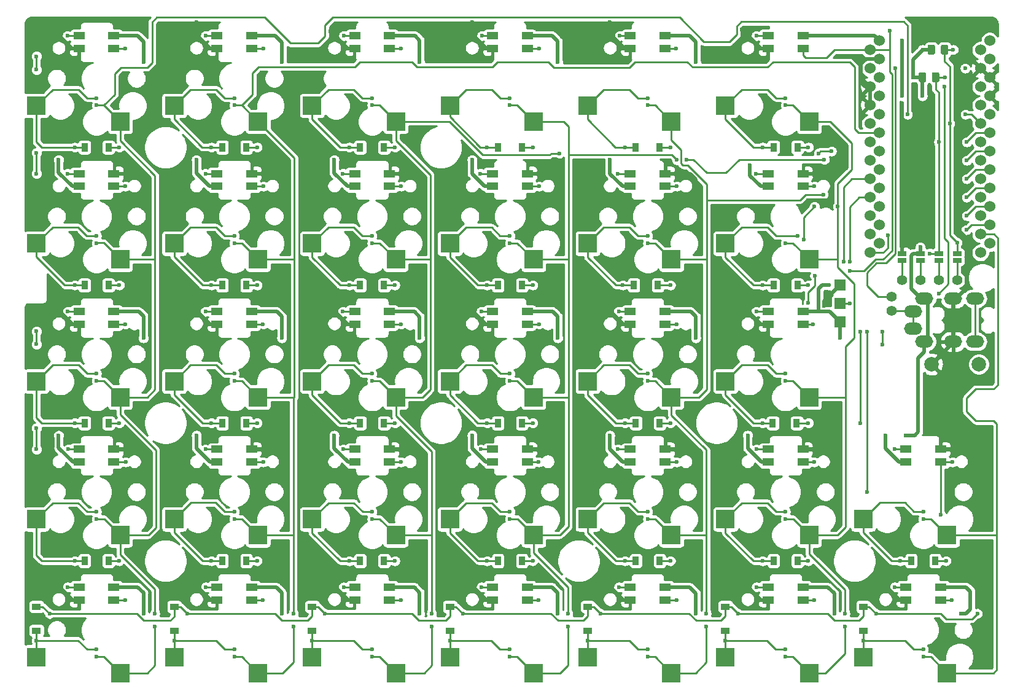
<source format=gbr>
G04 #@! TF.GenerationSoftware,KiCad,Pcbnew,(5.1.10)-1*
G04 #@! TF.CreationDate,2021-11-02T23:02:12+01:00*
G04 #@! TF.ProjectId,helix,68656c69-782e-46b6-9963-61645f706362,rev?*
G04 #@! TF.SameCoordinates,Original*
G04 #@! TF.FileFunction,Copper,L2,Bot*
G04 #@! TF.FilePolarity,Positive*
%FSLAX46Y46*%
G04 Gerber Fmt 4.6, Leading zero omitted, Abs format (unit mm)*
G04 Created by KiCad (PCBNEW (5.1.10)-1) date 2021-11-02 23:02:12*
%MOMM*%
%LPD*%
G01*
G04 APERTURE LIST*
G04 #@! TA.AperFunction,SMDPad,CuDef*
%ADD10R,2.600000X2.600000*%
G04 #@! TD*
G04 #@! TA.AperFunction,ComponentPad*
%ADD11C,1.524000*%
G04 #@! TD*
G04 #@! TA.AperFunction,SMDPad,CuDef*
%ADD12R,0.900000X1.200000*%
G04 #@! TD*
G04 #@! TA.AperFunction,SMDPad,CuDef*
%ADD13R,1.600000X1.000000*%
G04 #@! TD*
G04 #@! TA.AperFunction,SMDPad,CuDef*
%ADD14R,1.200000X0.900000*%
G04 #@! TD*
G04 #@! TA.AperFunction,SMDPad,CuDef*
%ADD15R,1.524000X1.524000*%
G04 #@! TD*
G04 #@! TA.AperFunction,ComponentPad*
%ADD16C,1.397000*%
G04 #@! TD*
G04 #@! TA.AperFunction,SMDPad,CuDef*
%ADD17R,1.143000X0.635000*%
G04 #@! TD*
G04 #@! TA.AperFunction,ComponentPad*
%ADD18C,2.000000*%
G04 #@! TD*
G04 #@! TA.AperFunction,ComponentPad*
%ADD19O,2.500000X1.700000*%
G04 #@! TD*
G04 #@! TA.AperFunction,ViaPad*
%ADD20C,0.600000*%
G04 #@! TD*
G04 #@! TA.AperFunction,Conductor*
%ADD21C,0.250000*%
G04 #@! TD*
G04 #@! TA.AperFunction,Conductor*
%ADD22C,0.500000*%
G04 #@! TD*
G04 #@! TA.AperFunction,Conductor*
%ADD23C,0.254000*%
G04 #@! TD*
G04 #@! TA.AperFunction,Conductor*
%ADD24C,0.100000*%
G04 #@! TD*
G04 APERTURE END LIST*
G04 #@! TA.AperFunction,SMDPad,CuDef*
G36*
G01*
X206588300Y-49489680D02*
X206588300Y-48589880D01*
G75*
G02*
X206838400Y-48339780I250100J0D01*
G01*
X207363200Y-48339780D01*
G75*
G02*
X207613300Y-48589880I0J-250100D01*
G01*
X207613300Y-49489680D01*
G75*
G02*
X207363200Y-49739780I-250100J0D01*
G01*
X206838400Y-49739780D01*
G75*
G02*
X206588300Y-49489680I0J250100D01*
G01*
G37*
G04 #@! TD.AperFunction*
G04 #@! TA.AperFunction,SMDPad,CuDef*
G36*
G01*
X208413300Y-49489680D02*
X208413300Y-48589880D01*
G75*
G02*
X208663400Y-48339780I250100J0D01*
G01*
X209188200Y-48339780D01*
G75*
G02*
X209438300Y-48589880I0J-250100D01*
G01*
X209438300Y-49489680D01*
G75*
G02*
X209188200Y-49739780I-250100J0D01*
G01*
X208663400Y-49739780D01*
G75*
G02*
X208413300Y-49489680I0J250100D01*
G01*
G37*
G04 #@! TD.AperFunction*
G04 #@! TA.AperFunction,SMDPad,CuDef*
G36*
G01*
X205360110Y-53297140D02*
X205360110Y-52397340D01*
G75*
G02*
X205610210Y-52147240I250100J0D01*
G01*
X206135010Y-52147240D01*
G75*
G02*
X206385110Y-52397340I0J-250100D01*
G01*
X206385110Y-53297140D01*
G75*
G02*
X206135010Y-53547240I-250100J0D01*
G01*
X205610210Y-53547240D01*
G75*
G02*
X205360110Y-53297140I0J250100D01*
G01*
G37*
G04 #@! TD.AperFunction*
G04 #@! TA.AperFunction,SMDPad,CuDef*
G36*
G01*
X207185110Y-53297140D02*
X207185110Y-52397340D01*
G75*
G02*
X207435210Y-52147240I250100J0D01*
G01*
X207960010Y-52147240D01*
G75*
G02*
X208210110Y-52397340I0J-250100D01*
G01*
X208210110Y-53297140D01*
G75*
G02*
X207960010Y-53547240I-250100J0D01*
G01*
X207435210Y-53547240D01*
G75*
G02*
X207185110Y-53297140I0J250100D01*
G01*
G37*
G04 #@! TD.AperFunction*
D10*
X197725000Y-132750000D03*
X209275000Y-134950000D03*
X178725000Y-132750000D03*
X190275000Y-134950000D03*
X159725000Y-132750000D03*
X171275000Y-134950000D03*
X140725000Y-132750000D03*
X152275000Y-134950000D03*
X121725000Y-132750000D03*
X133275000Y-134950000D03*
X102725000Y-132750000D03*
X114275000Y-134950000D03*
X83725000Y-132750000D03*
X95275000Y-134950000D03*
X197725000Y-113750000D03*
X209275000Y-115950000D03*
X178725000Y-113750000D03*
X190275000Y-115950000D03*
X159725000Y-113750000D03*
X171275000Y-115950000D03*
X140725000Y-113750000D03*
X152275000Y-115950000D03*
X121725000Y-113750000D03*
X133275000Y-115950000D03*
X102725000Y-113750000D03*
X114275000Y-115950000D03*
X83725000Y-113750000D03*
X95275000Y-115950000D03*
X178725000Y-94750000D03*
X190275000Y-96950000D03*
X159725000Y-94750000D03*
X171275000Y-96950000D03*
X140725000Y-94750000D03*
X152275000Y-96950000D03*
X121725000Y-94750000D03*
X133275000Y-96950000D03*
X102725000Y-94750000D03*
X114275000Y-96950000D03*
X83725000Y-94750000D03*
X95275000Y-96950000D03*
X178725000Y-75750000D03*
X190275000Y-77950000D03*
X159725000Y-75750000D03*
X171275000Y-77950000D03*
X140725000Y-75750000D03*
X152275000Y-77950000D03*
X121725000Y-75750000D03*
X133275000Y-77950000D03*
X102725000Y-75750000D03*
X114275000Y-77950000D03*
X83725000Y-75750000D03*
X95275000Y-77950000D03*
X178725000Y-56750000D03*
X190275000Y-58950000D03*
X159725000Y-56750000D03*
X171275000Y-58950000D03*
X140725000Y-56750000D03*
X152275000Y-58950000D03*
X121725000Y-56750000D03*
X133275000Y-58950000D03*
X102725000Y-56750000D03*
X114275000Y-58950000D03*
X83725000Y-56750000D03*
X95275000Y-58950000D03*
D11*
X199912400Y-47806800D03*
X199912400Y-50346800D03*
X199912400Y-52886800D03*
X199912400Y-55426800D03*
X199912400Y-57966800D03*
X199912400Y-60506800D03*
X199912400Y-63046800D03*
X199912400Y-65586800D03*
X199912400Y-68126800D03*
X199912400Y-70666800D03*
X199912400Y-73206800D03*
X199912400Y-75746800D03*
X215152400Y-75746800D03*
X215152400Y-73206800D03*
X215152400Y-70666800D03*
X215152400Y-68126800D03*
X215152400Y-65586800D03*
X215152400Y-63046800D03*
X215152400Y-60506800D03*
X215152400Y-57966800D03*
X215152400Y-55426800D03*
X215152400Y-52886800D03*
X215152400Y-50346800D03*
X215152400Y-47806800D03*
X198642400Y-77016800D03*
X198642400Y-54156800D03*
X198642400Y-56696800D03*
X198642400Y-74476800D03*
X198642400Y-49076800D03*
X198642400Y-59236800D03*
X198642400Y-66856800D03*
X198642400Y-61776800D03*
X198642400Y-69396800D03*
X198642400Y-71936800D03*
X198642400Y-64316800D03*
X198642400Y-51616800D03*
X213882400Y-64316800D03*
X213882400Y-74476800D03*
X213882400Y-54156800D03*
X213882400Y-51616800D03*
X213882400Y-77016800D03*
X213882400Y-71936800D03*
X213882400Y-61776800D03*
X213882400Y-59236800D03*
X213882400Y-56696800D03*
X213882400Y-69396800D03*
X213882400Y-66856800D03*
X213882400Y-49076800D03*
D12*
X131650000Y-62500000D03*
X128350000Y-62500000D03*
X207633000Y-119500000D03*
X204333000Y-119500000D03*
D13*
X151400000Y-48875000D03*
X151400000Y-47125000D03*
X146600000Y-47125000D03*
X146600000Y-48875000D03*
D14*
X197725000Y-125814400D03*
X197725000Y-129114400D03*
X178725000Y-125814400D03*
X178725000Y-129114400D03*
X159725000Y-125814400D03*
X159725000Y-129114400D03*
X140725000Y-125814400D03*
X140725000Y-129114400D03*
X121725000Y-125814400D03*
X121725000Y-129114400D03*
X102725000Y-125814400D03*
X102725000Y-129114400D03*
X83725000Y-129114400D03*
X83725000Y-125814400D03*
D12*
X188659200Y-119500000D03*
X185359200Y-119500000D03*
X169650000Y-119500000D03*
X166350000Y-119500000D03*
X150650000Y-119500000D03*
X147350000Y-119500000D03*
X131650000Y-119500000D03*
X128350000Y-119500000D03*
X112650000Y-119500000D03*
X109350000Y-119500000D03*
X93650000Y-119500000D03*
X90350000Y-119500000D03*
X188548400Y-100500000D03*
X185248400Y-100500000D03*
X169650000Y-100500000D03*
X166350000Y-100500000D03*
X150650000Y-100500000D03*
X147350000Y-100500000D03*
X131650000Y-100500000D03*
X128350000Y-100500000D03*
X112650000Y-100500000D03*
X109350000Y-100500000D03*
X93650000Y-100500000D03*
X90350000Y-100500000D03*
X188650000Y-81500000D03*
X185350000Y-81500000D03*
X169380600Y-81500000D03*
X166080600Y-81500000D03*
X150650000Y-81500000D03*
X147350000Y-81500000D03*
X131650000Y-81500000D03*
X128350000Y-81500000D03*
X112650000Y-81500000D03*
X109350000Y-81500000D03*
X93650000Y-81500000D03*
X90350000Y-81500000D03*
X185350000Y-62500000D03*
X188650000Y-62500000D03*
X166350000Y-62500000D03*
X169650000Y-62500000D03*
X147350000Y-62500000D03*
X150650000Y-62500000D03*
X112650000Y-62500000D03*
X109350000Y-62500000D03*
X93650000Y-62500000D03*
X90350000Y-62500000D03*
D15*
X194517440Y-86565320D03*
X194517440Y-84025320D03*
X194517440Y-81485320D03*
D13*
X94400000Y-48875000D03*
X94400000Y-47125000D03*
X89600000Y-47125000D03*
X89600000Y-48875000D03*
X113400000Y-48875000D03*
X113400000Y-47125000D03*
X108600000Y-47125000D03*
X108600000Y-48875000D03*
D16*
X210682000Y-80790000D03*
X208142000Y-80790000D03*
X205602000Y-80790000D03*
X203062000Y-80790000D03*
D17*
X210682000Y-77124620D03*
X210682000Y-78125380D03*
X208142000Y-77124620D03*
X208142000Y-78125380D03*
X205602000Y-77124620D03*
X205602000Y-78125380D03*
X203062000Y-78125380D03*
X203062000Y-77124620D03*
D16*
X201665000Y-83116000D03*
X201665000Y-85071800D03*
D18*
X207150000Y-92400000D03*
X213650000Y-92400000D03*
D19*
X204622400Y-85080000D03*
X206122400Y-89280000D03*
X210122400Y-89280000D03*
X213122400Y-89280000D03*
X210122400Y-83330000D03*
X213122400Y-83330000D03*
X204622400Y-87530000D03*
X206122400Y-83330000D03*
D13*
X132400000Y-48875000D03*
X132400000Y-47125000D03*
X127600000Y-47125000D03*
X127600000Y-48875000D03*
X170400000Y-48875000D03*
X170400000Y-47125000D03*
X165600000Y-47125000D03*
X165600000Y-48875000D03*
X89600000Y-66125000D03*
X89600000Y-67875000D03*
X94400000Y-67875000D03*
X94400000Y-66125000D03*
X108600000Y-66125000D03*
X108600000Y-67875000D03*
X113400000Y-67875000D03*
X113400000Y-66125000D03*
X127600000Y-66125000D03*
X127600000Y-67875000D03*
X132400000Y-67875000D03*
X132400000Y-66125000D03*
X146600000Y-66125000D03*
X146600000Y-67875000D03*
X151400000Y-67875000D03*
X151400000Y-66125000D03*
X165600000Y-66125000D03*
X165600000Y-67875000D03*
X170400000Y-67875000D03*
X170400000Y-66125000D03*
X184600000Y-66125000D03*
X184600000Y-67875000D03*
X189400000Y-67875000D03*
X189400000Y-66125000D03*
X94400000Y-86875000D03*
X94400000Y-85125000D03*
X89600000Y-85125000D03*
X89600000Y-86875000D03*
X113400000Y-86875000D03*
X113400000Y-85125000D03*
X108600000Y-85125000D03*
X108600000Y-86875000D03*
X132400000Y-86875000D03*
X132400000Y-85125000D03*
X127600000Y-85125000D03*
X127600000Y-86875000D03*
X151400000Y-86875000D03*
X151400000Y-85125000D03*
X146600000Y-85125000D03*
X146600000Y-86875000D03*
X170400000Y-86875000D03*
X170400000Y-85125000D03*
X165600000Y-85125000D03*
X165600000Y-86875000D03*
X189400000Y-86875000D03*
X189400000Y-85125000D03*
X184600000Y-85125000D03*
X184600000Y-86875000D03*
X89600000Y-104125000D03*
X89600000Y-105875000D03*
X94400000Y-105875000D03*
X94400000Y-104125000D03*
X108600000Y-104125000D03*
X108600000Y-105875000D03*
X113400000Y-105875000D03*
X113400000Y-104125000D03*
X127600000Y-104125000D03*
X127600000Y-105875000D03*
X132400000Y-105875000D03*
X132400000Y-104125000D03*
X146600000Y-104125000D03*
X146600000Y-105875000D03*
X151400000Y-105875000D03*
X151400000Y-104125000D03*
X165600000Y-104125000D03*
X165600000Y-105875000D03*
X170400000Y-105875000D03*
X170400000Y-104125000D03*
X184600000Y-104125000D03*
X184600000Y-105875000D03*
X189400000Y-105875000D03*
X189400000Y-104125000D03*
X203600000Y-104125000D03*
X203600000Y-105875000D03*
X208400000Y-105875000D03*
X208400000Y-104125000D03*
X94400000Y-124875000D03*
X94400000Y-123125000D03*
X89600000Y-123125000D03*
X89600000Y-124875000D03*
X113400000Y-124875000D03*
X113400000Y-123125000D03*
X108600000Y-123125000D03*
X108600000Y-124875000D03*
X132400000Y-124875000D03*
X132400000Y-123125000D03*
X127600000Y-123125000D03*
X127600000Y-124875000D03*
X151400000Y-124875000D03*
X151400000Y-123125000D03*
X146600000Y-123125000D03*
X146600000Y-124875000D03*
X170400000Y-124875000D03*
X170400000Y-123125000D03*
X165600000Y-123125000D03*
X165600000Y-124875000D03*
X189400000Y-124875000D03*
X189400000Y-123125000D03*
X184600000Y-123125000D03*
X184600000Y-124875000D03*
X208400000Y-124875000D03*
X208400000Y-123125000D03*
X203600000Y-123125000D03*
X203600000Y-124875000D03*
X189400000Y-48875000D03*
X189400000Y-47125000D03*
X184600000Y-47125000D03*
X184600000Y-48875000D03*
D20*
X211999600Y-64316800D03*
X95150000Y-62500000D03*
X114150000Y-62500000D03*
X133150000Y-62500000D03*
X152150000Y-62500000D03*
X171150000Y-62500000D03*
X190159200Y-62500000D03*
X92000000Y-55700000D03*
X88990600Y-62500000D03*
X111000000Y-55700000D03*
X107850000Y-62500000D03*
X130000000Y-55700000D03*
X126850000Y-62500000D03*
X149000000Y-55700000D03*
X145850000Y-62500000D03*
X168000000Y-55700000D03*
X164850000Y-62500000D03*
X187000000Y-55700000D03*
X183850000Y-62500000D03*
X211993300Y-66856800D03*
X95150000Y-81500000D03*
X114150000Y-81500000D03*
X133150000Y-81500000D03*
X152150000Y-81500000D03*
X171150000Y-81500000D03*
X190159200Y-81500000D03*
X195026280Y-78303120D03*
X92000000Y-74699200D03*
X88990600Y-81500000D03*
X111000000Y-74699200D03*
X107850000Y-81500000D03*
X130000000Y-74699200D03*
X126850000Y-81500000D03*
X149000000Y-74699200D03*
X145850000Y-81500000D03*
X168000000Y-74699200D03*
X164580600Y-81500000D03*
X183850000Y-81500000D03*
X188698800Y-74699200D03*
X211980600Y-69396800D03*
X95150000Y-100500000D03*
X114150000Y-100500000D03*
X133150000Y-100500000D03*
X152150000Y-100500000D03*
X171150000Y-100500000D03*
X190159200Y-100500000D03*
X195873800Y-78303120D03*
X197312280Y-87878920D03*
X197312280Y-100500000D03*
X92000000Y-93698400D03*
X88990600Y-100500000D03*
X111000000Y-93698400D03*
X107850000Y-100500000D03*
X130000000Y-93698400D03*
X126850000Y-100500000D03*
X149000000Y-93698400D03*
X145850000Y-100500000D03*
X168000000Y-93698400D03*
X164850000Y-100500000D03*
X187000000Y-93698400D03*
X183850000Y-100500000D03*
X211986900Y-71936800D03*
X95150000Y-119500000D03*
X114150000Y-119500000D03*
X133150000Y-119500000D03*
X152150000Y-119500000D03*
X171150000Y-119500000D03*
X190159200Y-119500000D03*
X209133000Y-119500000D03*
X198286800Y-87878920D03*
X198286800Y-110000000D03*
X92000000Y-112723000D03*
X88990600Y-119500000D03*
X111000000Y-112723000D03*
X107850000Y-119500000D03*
X130000000Y-112723000D03*
X126850000Y-119500000D03*
X149000000Y-112723000D03*
X145850000Y-119500000D03*
X168000000Y-112723000D03*
X164850000Y-119500000D03*
X187000000Y-112723000D03*
X183850000Y-119500000D03*
X210682000Y-75632999D03*
X209645020Y-59236800D03*
X210129120Y-49042320D03*
X205589300Y-76258000D03*
X191110500Y-47125000D03*
X86780000Y-64224990D03*
X117544590Y-50775010D03*
X136556490Y-50775010D03*
X155606490Y-50775010D03*
X174643790Y-50775010D03*
X124780000Y-64224990D03*
X143780000Y-64224990D03*
X105780000Y-64224990D03*
X162780000Y-64224990D03*
X105780000Y-102196201D03*
X86780000Y-102224990D03*
X124780000Y-102196201D03*
X143780000Y-102191400D03*
X162780000Y-102196201D03*
X181780000Y-102196201D03*
X200780000Y-102196201D03*
X98469190Y-126775010D03*
X117544590Y-126775010D03*
X136556490Y-126775010D03*
X155606490Y-126775010D03*
X174643790Y-126775010D03*
X193719190Y-126775010D03*
X98469190Y-88775010D03*
X117544590Y-88775010D03*
X136556490Y-88775010D03*
X155606490Y-88775010D03*
X174643790Y-88775010D03*
X98469190Y-50775010D03*
X211220000Y-126775010D03*
X203600000Y-102196201D03*
X194517440Y-88775010D03*
X191525320Y-85148000D03*
X192973120Y-81485320D03*
X182061641Y-64947800D03*
X203062000Y-55426800D03*
X203062000Y-47806800D03*
X205912720Y-49039780D03*
X205872610Y-55426800D03*
X204586840Y-52839620D03*
X211972399Y-77124620D03*
X210603260Y-50344920D03*
X86780000Y-45224990D03*
X181011038Y-46231438D03*
X143780000Y-45224990D03*
X162780000Y-45224990D03*
X105780000Y-45224990D03*
X98469190Y-69775010D03*
X117544590Y-69775010D03*
X136556490Y-69775010D03*
X155606490Y-69775010D03*
X174643790Y-69775010D03*
X174643790Y-107775010D03*
X155606490Y-107775010D03*
X136556490Y-107775010D03*
X117544590Y-107775010D03*
X98469190Y-107775010D03*
X193719190Y-107775010D03*
X162780000Y-83224990D03*
X143780000Y-83224990D03*
X124780000Y-83224990D03*
X105780000Y-83224990D03*
X86780000Y-83224990D03*
X86780000Y-121224990D03*
X105780000Y-121224990D03*
X124780000Y-121224990D03*
X143780000Y-121224990D03*
X162780000Y-121224990D03*
X181780000Y-121224990D03*
X203600000Y-121224990D03*
X200780000Y-121224990D03*
X181780000Y-83224990D03*
X211220000Y-107775010D03*
X192317800Y-84365680D03*
X203062000Y-56696800D03*
X190084650Y-69775010D03*
X124244100Y-46494700D03*
X211277200Y-56616600D03*
X205587600Y-45186600D03*
X192938400Y-61214000D03*
X195873800Y-84015160D03*
X201376280Y-46438400D03*
X195873800Y-79492680D03*
X149000000Y-113723000D03*
X149000000Y-94698400D03*
X149000000Y-56700000D03*
X149000000Y-75699200D03*
X149000000Y-132696800D03*
X157006720Y-126775010D03*
X157006720Y-128546440D03*
X192353360Y-64203160D03*
X172003550Y-64216280D03*
X173339760Y-64216280D03*
X191576120Y-63319240D03*
X155849320Y-63342520D03*
X130000000Y-132696800D03*
X130000000Y-113723000D03*
X130000000Y-94698400D03*
X130000000Y-75699200D03*
X130000000Y-56700000D03*
X138205640Y-126775010D03*
X138205640Y-128546440D03*
X193357320Y-63046800D03*
X192220000Y-68996560D03*
X168000000Y-132696800D03*
X168000000Y-113723000D03*
X168000000Y-94698400D03*
X168000000Y-56700000D03*
X168000000Y-75699200D03*
X176066880Y-126775010D03*
X176066880Y-128546440D03*
X208142000Y-82633400D03*
X208944640Y-54156800D03*
X92000000Y-132696800D03*
X92000000Y-113723000D03*
X92000000Y-94698400D03*
X92000000Y-75699200D03*
X92000000Y-56700000D03*
X211802800Y-57966800D03*
X100039600Y-126775010D03*
X100044680Y-128546440D03*
X203829080Y-57964920D03*
X111000000Y-132696800D03*
X111000000Y-113723000D03*
X111000000Y-94698400D03*
X111000000Y-56700000D03*
X111000000Y-75699200D03*
X119145480Y-126775010D03*
X119145480Y-128546440D03*
X187000000Y-132696800D03*
X187000000Y-113723000D03*
X187000000Y-94698400D03*
X187000000Y-75699200D03*
X187000000Y-56700000D03*
X195203240Y-128546440D03*
X195203240Y-126775010D03*
X194197400Y-70666800D03*
X206900420Y-77124620D03*
X208142000Y-61776800D03*
X211999600Y-61776800D03*
X208955640Y-52847240D03*
X206000000Y-112723000D03*
X202833000Y-119500000D03*
X123504120Y-126773520D03*
X142500000Y-126775010D03*
X161500000Y-126775010D03*
X180500000Y-126775010D03*
X199500000Y-126775010D03*
X85536200Y-126775010D03*
X211926600Y-73883100D03*
X104500000Y-126775010D03*
X200365360Y-89687400D03*
X200365360Y-87878920D03*
X213461600Y-126775010D03*
X92000000Y-131696800D03*
X83725000Y-130487000D03*
X111000000Y-131696800D03*
X102725000Y-130487000D03*
X130000000Y-131696800D03*
X121725000Y-130487000D03*
X149000000Y-131696800D03*
X140725000Y-130512400D03*
X168000000Y-131696800D03*
X159725000Y-130487000D03*
X187000000Y-131696800D03*
X178725000Y-130512400D03*
X206000000Y-131696800D03*
X197725000Y-130512400D03*
X206000000Y-132696800D03*
X206000000Y-113723000D03*
X88000800Y-47125000D03*
X88014300Y-66125000D03*
X83732800Y-49943600D03*
X83732800Y-66125000D03*
X83732800Y-63251600D03*
X83732800Y-51796200D03*
X107050800Y-47125000D03*
X95990100Y-48875000D03*
X126100800Y-47125000D03*
X115011100Y-48875000D03*
X145150800Y-47125000D03*
X133959500Y-48875000D03*
X164150800Y-47125000D03*
X153008760Y-48875000D03*
X182996000Y-47124200D03*
X171945200Y-48875000D03*
X95987300Y-67875000D03*
X107026200Y-66125000D03*
X115011900Y-67875000D03*
X125961900Y-66125000D03*
X134011100Y-67875000D03*
X144935700Y-66125000D03*
X153023000Y-67875000D03*
X163909500Y-66125000D03*
X172034900Y-67875000D03*
X182921400Y-66125000D03*
X190996000Y-67875000D03*
X190786400Y-86875000D03*
X191048640Y-80203040D03*
X189499240Y-75204320D03*
X190996000Y-70667880D03*
X190159200Y-83936840D03*
X83732800Y-87865800D03*
X88104800Y-104125000D03*
X88027800Y-85125000D03*
X83732800Y-89642200D03*
X83732800Y-101199200D03*
X83732800Y-104125000D03*
X107027000Y-85125000D03*
X95975400Y-86875000D03*
X125975400Y-85125000D03*
X114974600Y-86875000D03*
X145050800Y-85125000D03*
X133999200Y-86875000D03*
X163999200Y-85125000D03*
X153023800Y-86875000D03*
X182973000Y-85125000D03*
X171997600Y-86875000D03*
X96025800Y-105875000D03*
X107027800Y-104125000D03*
X114986900Y-105875000D03*
X126052400Y-104125000D03*
X133986100Y-105875000D03*
X145007100Y-104125000D03*
X152986500Y-105875000D03*
X163904700Y-104125000D03*
X171984500Y-105875000D03*
X183043600Y-104125000D03*
X95948800Y-124875000D03*
X107079400Y-123125000D03*
X114948000Y-124875000D03*
X126078600Y-123125000D03*
X133972600Y-124875000D03*
X145077800Y-123125000D03*
X152946400Y-124875000D03*
X164026200Y-123125000D03*
X171996400Y-124875000D03*
X183000000Y-123125000D03*
X211764700Y-51616800D03*
X202163680Y-51616800D03*
X201088660Y-74604880D03*
X190944800Y-124875000D03*
X202075400Y-123125000D03*
X190958300Y-105875000D03*
X202023800Y-104125000D03*
X210021000Y-105875000D03*
X209918600Y-124875000D03*
X208400000Y-113138600D03*
X88029400Y-123125000D03*
D21*
X213269600Y-63046800D02*
X211999600Y-64316800D01*
X215152400Y-63046800D02*
X213269600Y-63046800D01*
X112650000Y-62500000D02*
X114150000Y-62500000D01*
X131650000Y-62500000D02*
X133150000Y-62500000D01*
X150650000Y-62500000D02*
X152150000Y-62500000D01*
X152150000Y-62500000D02*
X152150000Y-62500000D01*
X169650000Y-62500000D02*
X171150000Y-62500000D01*
X171150000Y-62500000D02*
X171150000Y-62500000D01*
X188650000Y-62500000D02*
X190159200Y-62500000D01*
X190159200Y-62500000D02*
X190159200Y-62500000D01*
X93650000Y-62500000D02*
X95150000Y-62500000D01*
X90350000Y-62500000D02*
X88990600Y-62500000D01*
X84452800Y-62500000D02*
X88990600Y-62500000D01*
X83725000Y-61772200D02*
X84452800Y-62500000D01*
X83725000Y-56750000D02*
X83725000Y-61772200D01*
X89498600Y-54515600D02*
X90683000Y-55700000D01*
X90683000Y-55700000D02*
X92000000Y-55700000D01*
X85959400Y-54515600D02*
X89498600Y-54515600D01*
X83725000Y-56750000D02*
X85959400Y-54515600D01*
X108497800Y-54515600D02*
X109682200Y-55700000D01*
X104959400Y-54515600D02*
X108497800Y-54515600D01*
X109682200Y-55700000D02*
X111000000Y-55700000D01*
X102725000Y-56750000D02*
X104959400Y-54515600D01*
X109350000Y-62500000D02*
X107850000Y-62500000D01*
X106576200Y-62500000D02*
X107850000Y-62500000D01*
X102725000Y-58648800D02*
X106576200Y-62500000D01*
X102725000Y-56750000D02*
X102725000Y-58648800D01*
X128681400Y-55700000D02*
X130000000Y-55700000D01*
X127497000Y-54515600D02*
X128681400Y-55700000D01*
X123959400Y-54515600D02*
X127497000Y-54515600D01*
X121725000Y-56750000D02*
X123959400Y-54515600D01*
X126850000Y-62500000D02*
X128350000Y-62500000D01*
X125575400Y-62500000D02*
X126850000Y-62500000D01*
X121725000Y-58649600D02*
X125575400Y-62500000D01*
X121725000Y-56750000D02*
X121725000Y-58649600D01*
X147706000Y-55700000D02*
X149000000Y-55700000D01*
X146521600Y-54515600D02*
X147706000Y-55700000D01*
X142959400Y-54515600D02*
X146521600Y-54515600D01*
X140725000Y-56750000D02*
X142959400Y-54515600D01*
X147350000Y-62500000D02*
X145850000Y-62500000D01*
X144940360Y-62500000D02*
X145850000Y-62500000D01*
X140725000Y-58284640D02*
X144940360Y-62500000D01*
X140725000Y-56750000D02*
X140725000Y-58284640D01*
X166679800Y-55700000D02*
X168000000Y-55700000D01*
X165495400Y-54515600D02*
X166679800Y-55700000D01*
X161959400Y-54515600D02*
X165495400Y-54515600D01*
X159725000Y-56750000D02*
X161959400Y-54515600D01*
X166350000Y-62500000D02*
X164850000Y-62500000D01*
X163573800Y-62500000D02*
X164850000Y-62500000D01*
X159725000Y-58651200D02*
X163573800Y-62500000D01*
X159725000Y-56750000D02*
X159725000Y-58651200D01*
X185704400Y-55700000D02*
X187000000Y-55700000D01*
X184520000Y-54515600D02*
X185704400Y-55700000D01*
X180959400Y-54515600D02*
X184520000Y-54515600D01*
X178725000Y-56750000D02*
X180959400Y-54515600D01*
X185350000Y-62500000D02*
X183850000Y-62500000D01*
X182598400Y-62500000D02*
X183850000Y-62500000D01*
X178725000Y-58626600D02*
X182598400Y-62500000D01*
X178725000Y-56750000D02*
X178725000Y-58626600D01*
X213263300Y-65586800D02*
X215152400Y-65586800D01*
X211993300Y-66856800D02*
X213263300Y-65586800D01*
X93650000Y-81500000D02*
X95150000Y-81500000D01*
X112650000Y-81500000D02*
X114150000Y-81500000D01*
X131650000Y-81500000D02*
X133150000Y-81500000D01*
X150650000Y-81500000D02*
X152150000Y-81500000D01*
X152150000Y-81500000D02*
X152150000Y-81500000D01*
X169380600Y-81500000D02*
X171150000Y-81500000D01*
X171150000Y-81500000D02*
X171150000Y-81500000D01*
X188650000Y-81500000D02*
X190159200Y-81500000D01*
X190159200Y-81500000D02*
X190159200Y-81500000D01*
X195026280Y-78303120D02*
X195026280Y-78303120D01*
X195026280Y-68000880D02*
X195026280Y-78303120D01*
X196170360Y-66856800D02*
X195026280Y-68000880D01*
X198642400Y-66856800D02*
X196170360Y-66856800D01*
X90632200Y-74673800D02*
X92000000Y-74673800D01*
X89473200Y-73514800D02*
X90632200Y-74673800D01*
X85960200Y-73514800D02*
X89473200Y-73514800D01*
X83725000Y-75750000D02*
X85960200Y-73514800D01*
X88879400Y-81500000D02*
X90350000Y-81500000D01*
X87603200Y-81500000D02*
X88879400Y-81500000D01*
X83725000Y-77621800D02*
X87603200Y-81500000D01*
X83725000Y-75750000D02*
X83725000Y-77621800D01*
X109682200Y-74699200D02*
X111000000Y-74699200D01*
X108497800Y-73514800D02*
X109682200Y-74699200D01*
X104960200Y-73514800D02*
X108497800Y-73514800D01*
X102725000Y-75750000D02*
X104960200Y-73514800D01*
X109350000Y-81500000D02*
X107850000Y-81500000D01*
X106602400Y-81500000D02*
X107850000Y-81500000D01*
X102725000Y-77622600D02*
X106602400Y-81500000D01*
X102725000Y-75750000D02*
X102725000Y-77622600D01*
X128681400Y-74699200D02*
X130000000Y-74699200D01*
X127497000Y-73514800D02*
X128681400Y-74699200D01*
X123960200Y-73514800D02*
X127497000Y-73514800D01*
X121725000Y-75750000D02*
X123960200Y-73514800D01*
X128350000Y-81500000D02*
X126850000Y-81500000D01*
X125576200Y-81500000D02*
X126850000Y-81500000D01*
X121725000Y-77648800D02*
X125576200Y-81500000D01*
X121725000Y-75750000D02*
X121725000Y-77648800D01*
X147655200Y-74673800D02*
X149000000Y-74673800D01*
X146496200Y-73514800D02*
X147655200Y-74673800D01*
X142960200Y-73514800D02*
X146496200Y-73514800D01*
X140725000Y-75750000D02*
X142960200Y-73514800D01*
X147350000Y-81500000D02*
X145850000Y-81500000D01*
X144575400Y-81500000D02*
X145850000Y-81500000D01*
X140725000Y-77649600D02*
X144575400Y-81500000D01*
X140725000Y-75750000D02*
X140725000Y-77649600D01*
X166654400Y-74673800D02*
X168000000Y-74673800D01*
X165495400Y-73514800D02*
X166654400Y-74673800D01*
X161960200Y-73514800D02*
X165495400Y-73514800D01*
X159725000Y-75750000D02*
X161960200Y-73514800D01*
X166080600Y-81500000D02*
X164580600Y-81500000D01*
X163574600Y-81500000D02*
X164580600Y-81500000D01*
X159725000Y-77650400D02*
X163574600Y-81500000D01*
X159725000Y-75750000D02*
X159725000Y-77650400D01*
X185350000Y-81500000D02*
X183850000Y-81500000D01*
X182573800Y-81500000D02*
X183850000Y-81500000D01*
X178725000Y-77651200D02*
X182573800Y-81500000D01*
X178725000Y-75750000D02*
X178725000Y-77651200D01*
X188314000Y-74699200D02*
X188698800Y-74699200D01*
X185679000Y-74699200D02*
X188314000Y-74699200D01*
X184494600Y-73514800D02*
X185679000Y-74699200D01*
X180960200Y-73514800D02*
X184494600Y-73514800D01*
X178725000Y-75750000D02*
X180960200Y-73514800D01*
X213250600Y-68126800D02*
X215152400Y-68126800D01*
X211980600Y-69396800D02*
X213250600Y-68126800D01*
X95150000Y-100500000D02*
X93650000Y-100500000D01*
X112650000Y-100500000D02*
X114150000Y-100500000D01*
X131650000Y-100500000D02*
X133150000Y-100500000D01*
X133150000Y-100500000D02*
X133150000Y-100500000D01*
X150650000Y-100500000D02*
X152150000Y-100500000D01*
X152150000Y-100500000D02*
X152150000Y-100500000D01*
X169650000Y-100500000D02*
X171150000Y-100500000D01*
X171150000Y-100500000D02*
X171150000Y-100500000D01*
X188548400Y-100500000D02*
X190159200Y-100500000D01*
X190159200Y-100500000D02*
X190159200Y-100500000D01*
X198642400Y-69396800D02*
X197160960Y-69396800D01*
X197160960Y-69396800D02*
X195869560Y-70688200D01*
X195873800Y-70688200D02*
X195873800Y-78303120D01*
X195873800Y-78303120D02*
X195873800Y-78303120D01*
X197312280Y-87878920D02*
X197312280Y-100500000D01*
X84454400Y-100500000D02*
X89183400Y-100500000D01*
X83725000Y-99770600D02*
X84454400Y-100500000D01*
X83725000Y-94750000D02*
X83725000Y-99770600D01*
X89183400Y-100500000D02*
X90350000Y-100500000D01*
X90683000Y-93698400D02*
X92000000Y-93698400D01*
X85961000Y-92514000D02*
X89498600Y-92514000D01*
X89498600Y-92514000D02*
X90683000Y-93698400D01*
X83725000Y-94750000D02*
X85961000Y-92514000D01*
X109682200Y-93698400D02*
X111000000Y-93698400D01*
X108497800Y-92514000D02*
X109682200Y-93698400D01*
X104961000Y-92514000D02*
X108497800Y-92514000D01*
X102725000Y-94750000D02*
X104961000Y-92514000D01*
X109350000Y-100500000D02*
X107850000Y-100500000D01*
X106603200Y-100500000D02*
X107850000Y-100500000D01*
X102725000Y-96621800D02*
X106603200Y-100500000D01*
X102725000Y-94750000D02*
X102725000Y-96621800D01*
X127497000Y-92514000D02*
X128681400Y-93698400D01*
X123961000Y-92514000D02*
X127497000Y-92514000D01*
X128681400Y-93698400D02*
X130000000Y-93698400D01*
X121725000Y-94750000D02*
X123961000Y-92514000D01*
X128350000Y-100500000D02*
X126850000Y-100500000D01*
X125577000Y-100500000D02*
X126850000Y-100500000D01*
X121725000Y-96648000D02*
X125577000Y-100500000D01*
X121725000Y-94750000D02*
X121725000Y-96648000D01*
X147680600Y-93698400D02*
X149000000Y-93698400D01*
X142961000Y-92514000D02*
X146496200Y-92514000D01*
X146496200Y-92514000D02*
X147680600Y-93698400D01*
X140725000Y-94750000D02*
X142961000Y-92514000D01*
X147350000Y-100500000D02*
X145850000Y-100500000D01*
X144601600Y-100500000D02*
X145850000Y-100500000D01*
X140725000Y-96623400D02*
X144601600Y-100500000D01*
X140725000Y-94750000D02*
X140725000Y-96623400D01*
X166654400Y-93698400D02*
X168000000Y-93698400D01*
X165470000Y-92514000D02*
X166654400Y-93698400D01*
X161961000Y-92514000D02*
X165470000Y-92514000D01*
X159725000Y-94750000D02*
X161961000Y-92514000D01*
X164850000Y-100500000D02*
X166350000Y-100500000D01*
X163575400Y-100500000D02*
X164850000Y-100500000D01*
X159725000Y-96649600D02*
X163575400Y-100500000D01*
X159725000Y-94750000D02*
X159725000Y-96649600D01*
X185679000Y-93698400D02*
X187000000Y-93698400D01*
X184494600Y-92514000D02*
X185679000Y-93698400D01*
X180961000Y-92514000D02*
X184494600Y-92514000D01*
X178725000Y-94750000D02*
X180961000Y-92514000D01*
X183850000Y-100500000D02*
X185248400Y-100500000D01*
X182600000Y-100500000D02*
X183850000Y-100500000D01*
X178725000Y-96625000D02*
X182600000Y-100500000D01*
X178725000Y-94750000D02*
X178725000Y-96625000D01*
X213256900Y-70666800D02*
X215152400Y-70666800D01*
X211986900Y-71936800D02*
X213256900Y-70666800D01*
X95150000Y-119500000D02*
X93650000Y-119500000D01*
X112650000Y-119500000D02*
X114150000Y-119500000D01*
X131650000Y-119500000D02*
X133150000Y-119500000D01*
X150650000Y-119500000D02*
X152150000Y-119500000D01*
X152150000Y-119500000D02*
X152150000Y-119500000D01*
X169650000Y-119500000D02*
X171150000Y-119500000D01*
X171150000Y-119500000D02*
X171150000Y-119500000D01*
X188659200Y-119500000D02*
X190159200Y-119500000D01*
X190159200Y-119500000D02*
X190159200Y-119500000D01*
X207633000Y-119500000D02*
X209133000Y-119500000D01*
X209133000Y-119500000D02*
X209133000Y-119500000D01*
X198286800Y-105800000D02*
X198286800Y-105800000D01*
X198286800Y-89687400D02*
X198286800Y-87878920D01*
X198286800Y-110000000D02*
X198286800Y-89687400D01*
X84455200Y-119500000D02*
X88573000Y-119500000D01*
X83725000Y-118769800D02*
X84455200Y-119500000D01*
X83725000Y-113750000D02*
X83725000Y-118769800D01*
X88573000Y-119500000D02*
X90350000Y-119500000D01*
X90683000Y-112723000D02*
X92000000Y-112723000D01*
X89473200Y-111513200D02*
X90683000Y-112723000D01*
X85961800Y-111513200D02*
X89473200Y-111513200D01*
X83725000Y-113750000D02*
X85961800Y-111513200D01*
X109682200Y-112723000D02*
X111000000Y-112723000D01*
X108447000Y-111487800D02*
X109682200Y-112723000D01*
X104987200Y-111487800D02*
X108447000Y-111487800D01*
X102725000Y-113750000D02*
X104987200Y-111487800D01*
X109350000Y-119500000D02*
X107850000Y-119500000D01*
X106604000Y-119500000D02*
X107850000Y-119500000D01*
X102725000Y-115621000D02*
X106604000Y-119500000D01*
X102725000Y-113750000D02*
X102725000Y-115621000D01*
X128706800Y-112723000D02*
X130000000Y-112723000D01*
X127497000Y-111513200D02*
X128706800Y-112723000D01*
X123961800Y-111513200D02*
X127497000Y-111513200D01*
X121725000Y-113750000D02*
X123961800Y-111513200D01*
X128350000Y-119500000D02*
X126850000Y-119500000D01*
X125577800Y-119500000D02*
X126850000Y-119500000D01*
X121725000Y-115647200D02*
X125577800Y-119500000D01*
X121725000Y-113750000D02*
X121725000Y-115647200D01*
X147706000Y-112723000D02*
X149000000Y-112723000D01*
X146496200Y-111513200D02*
X147706000Y-112723000D01*
X142961800Y-111513200D02*
X146496200Y-111513200D01*
X140725000Y-113750000D02*
X142961800Y-111513200D01*
X147350000Y-119500000D02*
X145850000Y-119500000D01*
X144577000Y-119500000D02*
X145850000Y-119500000D01*
X140725000Y-115648000D02*
X144577000Y-119500000D01*
X140725000Y-113750000D02*
X140725000Y-115648000D01*
X166705200Y-112723000D02*
X168000000Y-112723000D01*
X165495400Y-111513200D02*
X166705200Y-112723000D01*
X161961800Y-111513200D02*
X165495400Y-111513200D01*
X159725000Y-113750000D02*
X161961800Y-111513200D01*
X166350000Y-119500000D02*
X164850000Y-119500000D01*
X163601600Y-119500000D02*
X164850000Y-119500000D01*
X159725000Y-115623400D02*
X163601600Y-119500000D01*
X159725000Y-113750000D02*
X159725000Y-115623400D01*
X184494600Y-111513200D02*
X185704400Y-112723000D01*
X180961800Y-111513200D02*
X184494600Y-111513200D01*
X185704400Y-112723000D02*
X187000000Y-112723000D01*
X178725000Y-113750000D02*
X180961800Y-111513200D01*
X185359200Y-119500000D02*
X183850000Y-119500000D01*
X182575400Y-119500000D02*
X183850000Y-119500000D01*
X178725000Y-115649600D02*
X182575400Y-119500000D01*
X178725000Y-113750000D02*
X178725000Y-115649600D01*
X210682000Y-77124620D02*
X210392920Y-77124620D01*
X210682000Y-75582199D02*
X210682000Y-75582199D01*
X210682000Y-77124620D02*
X210682000Y-75632999D01*
X209643140Y-74594139D02*
X210682000Y-75632999D01*
X209643140Y-71771040D02*
X209643140Y-74594139D01*
X209645020Y-71769160D02*
X209643140Y-71771040D01*
X209645020Y-59159380D02*
X209645020Y-71769160D01*
X210126580Y-49039780D02*
X210129120Y-49042320D01*
X208925800Y-49039780D02*
X210126580Y-49039780D01*
X209645020Y-51342060D02*
X209645020Y-59236800D01*
X208925800Y-50622840D02*
X209645020Y-51342060D01*
X208925800Y-49039780D02*
X208925800Y-50622840D01*
D22*
X205689000Y-83330000D02*
X206122400Y-83330000D01*
X204332000Y-81973000D02*
X205689000Y-83330000D01*
X204332000Y-77375600D02*
X204332000Y-81973000D01*
X204582980Y-77124620D02*
X204332000Y-77375600D01*
X205602000Y-77124620D02*
X204582980Y-77124620D01*
X206122400Y-83330000D02*
X206592600Y-83800200D01*
X206592600Y-88809800D02*
X206122400Y-89280000D01*
X206592600Y-83800200D02*
X206592600Y-88809800D01*
X189400000Y-47125000D02*
X191110500Y-47125000D01*
X205589300Y-77111920D02*
X205602000Y-77124620D01*
X205602000Y-76219900D02*
X205589300Y-76207200D01*
X205602000Y-76270700D02*
X205589300Y-76258000D01*
X205602000Y-77124620D02*
X205602000Y-76270700D01*
X124780000Y-65755900D02*
X124780000Y-64224990D01*
X124780000Y-66073400D02*
X124780000Y-65755900D01*
X126581600Y-67875000D02*
X124780000Y-66073400D01*
X127600000Y-67875000D02*
X126581600Y-67875000D01*
X143780000Y-66137700D02*
X143780000Y-64224990D01*
X145517300Y-67875000D02*
X143780000Y-66137700D01*
X146600000Y-67875000D02*
X145517300Y-67875000D01*
X105780000Y-66085300D02*
X105780000Y-64224990D01*
X107569700Y-67875000D02*
X105780000Y-66085300D01*
X108600000Y-67875000D02*
X107569700Y-67875000D01*
X162780000Y-66125800D02*
X162780000Y-64224990D01*
X164529200Y-67875000D02*
X162780000Y-66125800D01*
X165600000Y-67875000D02*
X164529200Y-67875000D01*
X98469190Y-123925490D02*
X98469190Y-126775010D01*
X97668700Y-123125000D02*
X98469190Y-123925490D01*
X94400000Y-123125000D02*
X97668700Y-123125000D01*
X136556490Y-123874690D02*
X136556490Y-126775010D01*
X135806800Y-123125000D02*
X136556490Y-123874690D01*
X132400000Y-123125000D02*
X135806800Y-123125000D01*
X117544590Y-123900090D02*
X117544590Y-126775010D01*
X116769500Y-123125000D02*
X117544590Y-123900090D01*
X113400000Y-123125000D02*
X116769500Y-123125000D01*
X155606490Y-123938190D02*
X155606490Y-126775010D01*
X154793300Y-123125000D02*
X155606490Y-123938190D01*
X151400000Y-123125000D02*
X154793300Y-123125000D01*
X174643790Y-123988990D02*
X174643790Y-126775010D01*
X173779800Y-123125000D02*
X174643790Y-123988990D01*
X170400000Y-123125000D02*
X173779800Y-123125000D01*
X193719190Y-124014390D02*
X193719190Y-126775010D01*
X192829800Y-123125000D02*
X193719190Y-124014390D01*
X189400000Y-123125000D02*
X192829800Y-123125000D01*
X86780000Y-64224990D02*
X86780000Y-66000702D01*
X86780000Y-66000702D02*
X88654298Y-67875000D01*
X88654298Y-67875000D02*
X89600000Y-67875000D01*
X86780000Y-102224990D02*
X86780000Y-103910202D01*
X86780000Y-103910202D02*
X88744798Y-105875000D01*
X88744798Y-105875000D02*
X89600000Y-105875000D01*
X105780000Y-102196201D02*
X105780000Y-103987202D01*
X105780000Y-103987202D02*
X107667798Y-105875000D01*
X107667798Y-105875000D02*
X108600000Y-105875000D01*
X124780000Y-102196201D02*
X124780000Y-103962602D01*
X126692398Y-105875000D02*
X127600000Y-105875000D01*
X124780000Y-103962602D02*
X126692398Y-105875000D01*
X143780000Y-102191400D02*
X143780000Y-104007902D01*
X143780000Y-104007902D02*
X145647098Y-105875000D01*
X145647098Y-105875000D02*
X146600000Y-105875000D01*
X162780000Y-102196201D02*
X162780000Y-104110302D01*
X162780000Y-104110302D02*
X164544698Y-105875000D01*
X164544698Y-105875000D02*
X165600000Y-105875000D01*
X181780000Y-102196201D02*
X181780000Y-103971402D01*
X181780000Y-103971402D02*
X183683598Y-105875000D01*
X183683598Y-105875000D02*
X184600000Y-105875000D01*
X200780000Y-102196201D02*
X200780000Y-103991202D01*
X200780000Y-103991202D02*
X202663798Y-105875000D01*
X202663798Y-105875000D02*
X203600000Y-105875000D01*
X170400000Y-47125000D02*
X173802000Y-47125000D01*
X173802000Y-47125000D02*
X174643790Y-47966790D01*
X174643790Y-47966790D02*
X174643790Y-50775010D01*
X136556490Y-47750890D02*
X136556490Y-50775010D01*
X135930600Y-47125000D02*
X136556490Y-47750890D01*
X132400000Y-47125000D02*
X135930600Y-47125000D01*
X155606490Y-47903290D02*
X155606490Y-50775010D01*
X154828200Y-47125000D02*
X155606490Y-47903290D01*
X151400000Y-47125000D02*
X154828200Y-47125000D01*
X117544590Y-48068390D02*
X117544590Y-50775010D01*
X116601200Y-47125000D02*
X117544590Y-48068390D01*
X113400000Y-47125000D02*
X116601200Y-47125000D01*
X98469190Y-47941390D02*
X98469190Y-50775010D01*
X97652800Y-47125000D02*
X98469190Y-47941390D01*
X94400000Y-47125000D02*
X97652800Y-47125000D01*
X174643790Y-85838190D02*
X174643790Y-88775010D01*
X173930600Y-85125000D02*
X174643790Y-85838190D01*
X170400000Y-85125000D02*
X173930600Y-85125000D01*
X155606490Y-85825490D02*
X155606490Y-88775010D01*
X154906000Y-85125000D02*
X155606490Y-85825490D01*
X151400000Y-85125000D02*
X154906000Y-85125000D01*
X136556490Y-85850890D02*
X136556490Y-88775010D01*
X135830600Y-85125000D02*
X136556490Y-85850890D01*
X132400000Y-85125000D02*
X135830600Y-85125000D01*
X117544590Y-85812790D02*
X117544590Y-88775010D01*
X116856800Y-85125000D02*
X117544590Y-85812790D01*
X113400000Y-85125000D02*
X116856800Y-85125000D01*
X98469190Y-85761990D02*
X98469190Y-88775010D01*
X97832200Y-85125000D02*
X98469190Y-85761990D01*
X94400000Y-85125000D02*
X97832200Y-85125000D01*
X211904790Y-126775010D02*
X211220000Y-126775010D01*
X212510800Y-126169000D02*
X211904790Y-126775010D01*
X212510800Y-123730600D02*
X212510800Y-126169000D01*
X211905200Y-123125000D02*
X212510800Y-123730600D01*
X208400000Y-123125000D02*
X211905200Y-123125000D01*
X206122400Y-90749000D02*
X206122400Y-89280000D01*
X205297200Y-91574200D02*
X206122400Y-90749000D01*
X205297200Y-101708800D02*
X205297200Y-91574200D01*
X204809799Y-102196201D02*
X205297200Y-101708800D01*
X203600000Y-102196201D02*
X204809799Y-102196201D01*
X189400000Y-85125000D02*
X192236520Y-85148000D01*
X191525320Y-83822120D02*
X191525320Y-82912800D01*
X191525320Y-85148000D02*
X191525320Y-83822120D01*
X191525320Y-83822120D02*
X191525320Y-83237920D01*
X192973120Y-81485320D02*
X192068880Y-81485320D01*
X191525320Y-82028880D02*
X191525320Y-82912800D01*
X192068880Y-81485320D02*
X191525320Y-82028880D01*
X193100120Y-85148000D02*
X194517440Y-86565320D01*
X192236520Y-85148000D02*
X193100120Y-85148000D01*
X194517440Y-86565320D02*
X194517440Y-88775010D01*
X183556760Y-67875000D02*
X182061641Y-66379881D01*
X184600000Y-67875000D02*
X183556760Y-67875000D01*
X182061641Y-66379881D02*
X182061641Y-65552799D01*
X182061641Y-65552799D02*
X182061641Y-64947800D01*
X199230600Y-47125000D02*
X199912400Y-47806800D01*
X191110500Y-47125000D02*
X199230600Y-47125000D01*
X207114780Y-49053760D02*
X207100800Y-49039780D01*
X205912720Y-49039780D02*
X205912720Y-49039780D01*
X207100800Y-49039780D02*
X205912720Y-49039780D01*
X203062000Y-52848940D02*
X203062000Y-55412640D01*
X203062000Y-47806800D02*
X203062000Y-52848940D01*
X203062000Y-52848940D02*
X203062000Y-52848940D01*
X205872610Y-52847240D02*
X205872610Y-55426800D01*
X205864990Y-52839620D02*
X205872610Y-52847240D01*
X204586840Y-50365660D02*
X205912720Y-49039780D01*
X204586840Y-52839620D02*
X204586840Y-50365660D01*
X204586840Y-52839620D02*
X205864990Y-52839620D01*
X210122400Y-89280000D02*
X210122400Y-83330000D01*
X198642400Y-54156800D02*
X198642400Y-56696800D01*
X213882400Y-51616800D02*
X212620680Y-50355080D01*
X212610520Y-50344920D02*
X212620680Y-50355080D01*
X210603260Y-50344920D02*
X212610520Y-50344920D01*
X210522400Y-83330000D02*
X210122400Y-83330000D01*
X211972399Y-81880001D02*
X210522400Y-83330000D01*
X211972399Y-75038901D02*
X211972399Y-81880001D01*
X210603260Y-73669762D02*
X211972399Y-75038901D01*
X210603260Y-50344920D02*
X210603260Y-56706340D01*
X208400000Y-93650000D02*
X207150000Y-92400000D01*
X208400000Y-104125000D02*
X208400000Y-93650000D01*
X210122400Y-89427600D02*
X207150000Y-92400000D01*
X210122400Y-89280000D02*
X210122400Y-89427600D01*
X198118638Y-50346800D02*
X199912400Y-50346800D01*
X197430399Y-51035039D02*
X198118638Y-50346800D01*
X197430399Y-53633799D02*
X197430399Y-51035039D01*
X197953400Y-54156800D02*
X197430399Y-53633799D01*
X198642400Y-54156800D02*
X197953400Y-54156800D01*
X203062000Y-56696800D02*
X203062000Y-56696800D01*
X181011038Y-46256838D02*
X183629200Y-48875000D01*
X181011038Y-46231438D02*
X181011038Y-46256838D01*
X143780000Y-46180920D02*
X143780000Y-45224990D01*
X143780000Y-46864202D02*
X143780000Y-46180920D01*
X145790798Y-48875000D02*
X143780000Y-46864202D01*
X146600000Y-48875000D02*
X145790798Y-48875000D01*
X164790798Y-48875000D02*
X165600000Y-48875000D01*
X162780000Y-46864202D02*
X164790798Y-48875000D01*
X162780000Y-45224990D02*
X162780000Y-46864202D01*
X127600000Y-48875000D02*
X126740798Y-48875000D01*
X107690798Y-48875000D02*
X108600000Y-48875000D01*
X105780000Y-46964202D02*
X107690798Y-48875000D01*
X105780000Y-45224990D02*
X105780000Y-46964202D01*
X88640798Y-48875000D02*
X89600000Y-48875000D01*
X86780000Y-47014202D02*
X88640798Y-48875000D01*
X86780000Y-45224990D02*
X86780000Y-47014202D01*
X98469190Y-104900890D02*
X98469190Y-107775010D01*
X97693300Y-104125000D02*
X98469190Y-104900890D01*
X94400000Y-104125000D02*
X97693300Y-104125000D01*
X117544590Y-104913590D02*
X117544590Y-107775010D01*
X116756000Y-104125000D02*
X117544590Y-104913590D01*
X113400000Y-104125000D02*
X116756000Y-104125000D01*
X136556490Y-104926290D02*
X136556490Y-107775010D01*
X135755200Y-104125000D02*
X136556490Y-104926290D01*
X132400000Y-104125000D02*
X135755200Y-104125000D01*
X155606490Y-104964390D02*
X155606490Y-107775010D01*
X154767100Y-104125000D02*
X155606490Y-104964390D01*
X151400000Y-104125000D02*
X154767100Y-104125000D01*
X174643790Y-104913590D02*
X174643790Y-107775010D01*
X173855200Y-104125000D02*
X174643790Y-104913590D01*
X170400000Y-104125000D02*
X173855200Y-104125000D01*
X193719190Y-104900890D02*
X193719190Y-107775010D01*
X192943300Y-104125000D02*
X193719190Y-104900890D01*
X189400000Y-104125000D02*
X192943300Y-104125000D01*
X174643790Y-66889790D02*
X174643790Y-69775010D01*
X173879000Y-66125000D02*
X174643790Y-66889790D01*
X170400000Y-66125000D02*
X173879000Y-66125000D01*
X98469190Y-66686590D02*
X98469190Y-69775010D01*
X97907600Y-66125000D02*
X98469190Y-66686590D01*
X94400000Y-66125000D02*
X97907600Y-66125000D01*
X117544590Y-66813590D02*
X117544590Y-69775010D01*
X116856000Y-66125000D02*
X117544590Y-66813590D01*
X113400000Y-66125000D02*
X116856000Y-66125000D01*
X136556490Y-66750090D02*
X136556490Y-69775010D01*
X135931400Y-66125000D02*
X136556490Y-66750090D01*
X132400000Y-66125000D02*
X135931400Y-66125000D01*
X155606490Y-66877090D02*
X155606490Y-69775010D01*
X154854400Y-66125000D02*
X155606490Y-66877090D01*
X151400000Y-66125000D02*
X154854400Y-66125000D01*
X164666198Y-124875000D02*
X165600000Y-124875000D01*
X162780000Y-122988802D02*
X164666198Y-124875000D01*
X162780000Y-121224990D02*
X162780000Y-122988802D01*
X145717798Y-124875000D02*
X146600000Y-124875000D01*
X143780000Y-122937202D02*
X145717798Y-124875000D01*
X143780000Y-121224990D02*
X143780000Y-122937202D01*
X126718598Y-124875000D02*
X127600000Y-124875000D01*
X124780000Y-122936402D02*
X126718598Y-124875000D01*
X124780000Y-121224990D02*
X124780000Y-122936402D01*
X107719398Y-124875000D02*
X108600000Y-124875000D01*
X105780000Y-122935602D02*
X107719398Y-124875000D01*
X105780000Y-121224990D02*
X105780000Y-122935602D01*
X88669398Y-124875000D02*
X89600000Y-124875000D01*
X86780000Y-122985602D02*
X88669398Y-124875000D01*
X86780000Y-121224990D02*
X86780000Y-122985602D01*
X202715398Y-124875000D02*
X203600000Y-124875000D01*
X200780000Y-122939602D02*
X202715398Y-124875000D01*
X200780000Y-121224990D02*
X200780000Y-122939602D01*
X183629200Y-48875000D02*
X184600000Y-48875000D01*
X183639998Y-124875000D02*
X184600000Y-124875000D01*
X181780000Y-123015002D02*
X183639998Y-124875000D01*
X181780000Y-121224990D02*
X181780000Y-123015002D01*
X183612998Y-86875000D02*
X184600000Y-86875000D01*
X181780000Y-85042002D02*
X183612998Y-86875000D01*
X181780000Y-83224990D02*
X181780000Y-85042002D01*
X164639198Y-86875000D02*
X165600000Y-86875000D01*
X162780000Y-85015802D02*
X164639198Y-86875000D01*
X162780000Y-83224990D02*
X162780000Y-85015802D01*
X145690798Y-86875000D02*
X146600000Y-86875000D01*
X143780000Y-84964202D02*
X145690798Y-86875000D01*
X143780000Y-83224990D02*
X143780000Y-84964202D01*
X126615398Y-86875000D02*
X127600000Y-86875000D01*
X124780000Y-85039602D02*
X126615398Y-86875000D01*
X124780000Y-83224990D02*
X124780000Y-85039602D01*
X107666998Y-86875000D02*
X108600000Y-86875000D01*
X105780000Y-84988002D02*
X107666998Y-86875000D01*
X105780000Y-83224990D02*
X105780000Y-84988002D01*
X88667798Y-86875000D02*
X89600000Y-86875000D01*
X86780000Y-84987202D02*
X88667798Y-86875000D01*
X86780000Y-83224990D02*
X86780000Y-84987202D01*
X212134190Y-107775010D02*
X211220000Y-107775010D01*
X212581920Y-107327280D02*
X212134190Y-107775010D01*
X212581920Y-104651860D02*
X212581920Y-107327280D01*
X212055060Y-104125000D02*
X212581920Y-104651860D01*
X208400000Y-104125000D02*
X212055060Y-104125000D01*
X193450640Y-66758400D02*
X193450640Y-69237440D01*
X192817240Y-66125000D02*
X193450640Y-66758400D01*
X193450640Y-69237440D02*
X192913070Y-69775010D01*
X189400000Y-66125000D02*
X192817240Y-66125000D01*
X192317800Y-83684960D02*
X194517440Y-81485320D01*
X192317800Y-84365680D02*
X192317800Y-83684960D01*
X203062000Y-56696800D02*
X203062000Y-77124620D01*
X192913070Y-69775010D02*
X190084650Y-69775010D01*
X190084650Y-69775010D02*
X190084650Y-69775010D01*
X126740798Y-48875000D02*
X126675200Y-48875000D01*
X126740798Y-48875000D02*
X126599000Y-48875000D01*
X126599000Y-48875000D02*
X124231400Y-46507400D01*
X210603260Y-56706340D02*
X210603260Y-73669762D01*
D21*
X195863640Y-84025320D02*
X195873800Y-84015160D01*
X194517440Y-84025320D02*
X195863640Y-84025320D01*
X189400000Y-49807100D02*
X189400000Y-48875000D01*
X189785420Y-50192520D02*
X189400000Y-49807100D01*
X192653080Y-50192520D02*
X189785420Y-50192520D01*
X193768800Y-49076800D02*
X192653080Y-50192520D01*
X198642400Y-49076800D02*
X193768800Y-49076800D01*
X201376280Y-49103280D02*
X201376280Y-46438400D01*
X201349800Y-49076800D02*
X201376280Y-49103280D01*
X198642400Y-49076800D02*
X201349800Y-49076800D01*
X201376280Y-52059840D02*
X201376280Y-49103280D01*
X201713670Y-52397230D02*
X201376280Y-52059840D01*
X199390430Y-77944550D02*
X200480090Y-77944550D01*
X200480090Y-77944550D02*
X201713670Y-76710970D01*
X195873800Y-79492680D02*
X197842300Y-79492680D01*
X197842300Y-79492680D02*
X199390430Y-77944550D01*
X201713670Y-76710970D02*
X201713670Y-52397230D01*
X150025000Y-56700000D02*
X149000000Y-56700000D01*
X152275000Y-58950000D02*
X150025000Y-56700000D01*
X150024200Y-75699200D02*
X149000000Y-75699200D01*
X152275000Y-77950000D02*
X150024200Y-75699200D01*
X150023400Y-94698400D02*
X149000000Y-94698400D01*
X152275000Y-96950000D02*
X150023400Y-94698400D01*
X150048000Y-113723000D02*
X149000000Y-113723000D01*
X152275000Y-115950000D02*
X150048000Y-113723000D01*
X150021800Y-132696800D02*
X152275000Y-134950000D01*
X149000000Y-132696800D02*
X150021800Y-132696800D01*
X152275000Y-115950000D02*
X152275000Y-118368960D01*
X152275000Y-118368960D02*
X156011040Y-122105000D01*
X156011040Y-122105000D02*
X157006720Y-123100680D01*
X157006720Y-123100680D02*
X157006720Y-126775010D01*
X157006720Y-126775010D02*
X157006720Y-126775010D01*
X155932080Y-134950000D02*
X152275000Y-134950000D01*
X157006720Y-133875360D02*
X155932080Y-134950000D01*
X157006720Y-128546440D02*
X157006720Y-133875360D01*
X157027400Y-77950000D02*
X157072760Y-77995360D01*
X152275000Y-77950000D02*
X157027400Y-77950000D01*
X155902400Y-115950000D02*
X152275000Y-115950000D01*
X157072760Y-114779640D02*
X155902400Y-115950000D01*
X157071600Y-96950000D02*
X157072760Y-96948840D01*
X152275000Y-96950000D02*
X157071600Y-96950000D01*
X157072760Y-96948840D02*
X157072760Y-114779640D01*
X157072760Y-77995360D02*
X157072760Y-96948840D01*
X156391600Y-58950000D02*
X157072760Y-59631160D01*
X152275000Y-58950000D02*
X156391600Y-58950000D01*
X157072760Y-59631160D02*
X157072760Y-63531320D01*
X157072760Y-63531320D02*
X157072760Y-77995360D01*
X172013880Y-64216280D02*
X172013880Y-64216280D01*
X171318590Y-63531320D02*
X172003550Y-64216280D01*
X157072760Y-63531320D02*
X171318590Y-63531320D01*
X180602040Y-64203160D02*
X192353360Y-64203160D01*
X178790600Y-66014600D02*
X180602040Y-64203160D01*
X176108360Y-66014600D02*
X178790600Y-66014600D01*
X174310040Y-64216280D02*
X176108360Y-66014600D01*
X173339760Y-64216280D02*
X174310040Y-64216280D01*
X131025000Y-56700000D02*
X130000000Y-56700000D01*
X133275000Y-58950000D02*
X131025000Y-56700000D01*
X131024200Y-75699200D02*
X130000000Y-75699200D01*
X133275000Y-77950000D02*
X131024200Y-75699200D01*
X131023400Y-94698400D02*
X130000000Y-94698400D01*
X133275000Y-96950000D02*
X131023400Y-94698400D01*
X131048000Y-113723000D02*
X130000000Y-113723000D01*
X133275000Y-115950000D02*
X131048000Y-113723000D01*
X131021800Y-132696800D02*
X130000000Y-132696800D01*
X133275000Y-134950000D02*
X131021800Y-132696800D01*
X138205640Y-126775010D02*
X138205640Y-126775010D01*
X138205640Y-133910920D02*
X137166560Y-134950000D01*
X137166560Y-134950000D02*
X133275000Y-134950000D01*
X138205640Y-128546440D02*
X138205640Y-133910920D01*
X136954800Y-96950000D02*
X133275000Y-96950000D01*
X138048160Y-95856640D02*
X136954800Y-96950000D01*
X133275000Y-61553440D02*
X138048160Y-66326600D01*
X133275000Y-58950000D02*
X133275000Y-61553440D01*
X133275000Y-77950000D02*
X138028200Y-77950000D01*
X138028200Y-77950000D02*
X138048160Y-77969960D01*
X138048160Y-77969960D02*
X138048160Y-95856640D01*
X138048160Y-66326600D02*
X138048160Y-77969960D01*
X133275000Y-99521360D02*
X133275000Y-96950000D01*
X138205640Y-104452000D02*
X133275000Y-99521360D01*
X138127480Y-115950000D02*
X138205640Y-115871840D01*
X133275000Y-115950000D02*
X138127480Y-115950000D01*
X138205640Y-115871840D02*
X138205640Y-104452000D01*
X138205640Y-126775010D02*
X138205640Y-115871840D01*
X191848560Y-63046800D02*
X191576120Y-63319240D01*
X193357320Y-63046800D02*
X191848560Y-63046800D01*
X140638520Y-58950000D02*
X145231280Y-63542760D01*
X133275000Y-58950000D02*
X140638520Y-58950000D01*
X155849320Y-63342520D02*
X154686000Y-63342520D01*
X154485760Y-63542760D02*
X145231280Y-63542760D01*
X154686000Y-63342520D02*
X154485760Y-63542760D01*
X169025000Y-56700000D02*
X168000000Y-56700000D01*
X171275000Y-58950000D02*
X169025000Y-56700000D01*
X169024200Y-75699200D02*
X168000000Y-75699200D01*
X171275000Y-77950000D02*
X169024200Y-75699200D01*
X169023400Y-94698400D02*
X168000000Y-94698400D01*
X171275000Y-96950000D02*
X169023400Y-94698400D01*
X169048000Y-113723000D02*
X168000000Y-113723000D01*
X171275000Y-115950000D02*
X169048000Y-113723000D01*
X169021800Y-132696800D02*
X168000000Y-132696800D01*
X171275000Y-134950000D02*
X169021800Y-132696800D01*
X176066880Y-104198000D02*
X176066880Y-114855840D01*
X171275000Y-99406120D02*
X176066880Y-104198000D01*
X171275000Y-96950000D02*
X171275000Y-99406120D01*
X175064960Y-96950000D02*
X176127840Y-95887120D01*
X171275000Y-96950000D02*
X175064960Y-96950000D01*
X176082480Y-77950000D02*
X176127840Y-77995360D01*
X171275000Y-77950000D02*
X176082480Y-77950000D01*
X176127840Y-95887120D02*
X176127840Y-77995360D01*
X176066880Y-126775010D02*
X176066880Y-126775010D01*
X174580760Y-134950000D02*
X171275000Y-134950000D01*
X176066880Y-133463880D02*
X174580760Y-134950000D01*
X176066880Y-128546440D02*
X176066880Y-133463880D01*
X176043440Y-115950000D02*
X176066880Y-115973440D01*
X171275000Y-115950000D02*
X176043440Y-115950000D01*
X176066880Y-115973440D02*
X176066880Y-126775010D01*
X176066880Y-114855840D02*
X176066880Y-115973440D01*
X173540386Y-64973200D02*
X176127840Y-67560654D01*
X171275000Y-61494080D02*
X172628560Y-62847640D01*
X171275000Y-58950000D02*
X171275000Y-61494080D01*
X176127840Y-67560654D02*
X176127840Y-67695240D01*
X172628560Y-64739520D02*
X172862240Y-64973200D01*
X172628560Y-62847640D02*
X172628560Y-64739520D01*
X172862240Y-64973200D02*
X173540386Y-64973200D01*
X176127840Y-77995360D02*
X176127840Y-69757720D01*
X176127840Y-69757720D02*
X176127840Y-67695240D01*
X189748160Y-68996560D02*
X192220000Y-68996560D01*
X188987000Y-69757720D02*
X189748160Y-68996560D01*
X176127840Y-69757720D02*
X188987000Y-69757720D01*
X208944640Y-54655300D02*
X208944640Y-54156800D01*
X208944640Y-75043719D02*
X208944640Y-54655300D01*
X208142000Y-82633400D02*
X209432320Y-81343080D01*
X209432320Y-75531399D02*
X208944640Y-75043719D01*
X209432320Y-81343080D02*
X209432320Y-75531399D01*
X212612400Y-57966800D02*
X211802800Y-57966800D01*
X213882400Y-59236800D02*
X212612400Y-57966800D01*
X92998800Y-75673800D02*
X92000000Y-75673800D01*
X95275000Y-77950000D02*
X92998800Y-75673800D01*
X95275000Y-58950000D02*
X93025000Y-56700000D01*
X93023400Y-94698400D02*
X92000000Y-94698400D01*
X95275000Y-96950000D02*
X93023400Y-94698400D01*
X93048000Y-113723000D02*
X92000000Y-113723000D01*
X95275000Y-115950000D02*
X93048000Y-113723000D01*
X93021800Y-132696800D02*
X92000000Y-132696800D01*
X95275000Y-134950000D02*
X93021800Y-132696800D01*
X100039600Y-126775010D02*
X100039600Y-126775010D01*
X100044680Y-128546440D02*
X100044680Y-128546440D01*
X100044680Y-133900760D02*
X100044680Y-128546440D01*
X98995440Y-134950000D02*
X100044680Y-133900760D01*
X95275000Y-134950000D02*
X98995440Y-134950000D01*
X100039600Y-123430880D02*
X100039600Y-126775010D01*
X95275000Y-118666280D02*
X100039600Y-123430880D01*
X95275000Y-115950000D02*
X95275000Y-118666280D01*
X95275000Y-99316560D02*
X95275000Y-96950000D01*
X100202160Y-104243720D02*
X95275000Y-99316560D01*
X100202160Y-114906640D02*
X100202160Y-104243720D01*
X99158800Y-115950000D02*
X100202160Y-114906640D01*
X95275000Y-115950000D02*
X99158800Y-115950000D01*
X99007200Y-96950000D02*
X95275000Y-96950000D01*
X100049760Y-95907440D02*
X99007200Y-96950000D01*
X95275000Y-61607720D02*
X100049760Y-66382480D01*
X95275000Y-58950000D02*
X95275000Y-61607720D01*
X100018920Y-77950000D02*
X100049760Y-77919160D01*
X95275000Y-77950000D02*
X100018920Y-77950000D01*
X100049760Y-77919160D02*
X100049760Y-95907440D01*
X100049760Y-66382480D02*
X100049760Y-77919160D01*
X93025000Y-56700000D02*
X93029200Y-56700000D01*
X92000000Y-56700000D02*
X93025000Y-56700000D01*
X203829080Y-45714080D02*
X203829080Y-57964920D01*
X180918280Y-45198880D02*
X203313880Y-45198880D01*
X180263800Y-45853360D02*
X180918280Y-45198880D01*
X175765040Y-47980600D02*
X179259240Y-47980600D01*
X172384429Y-44599989D02*
X175765040Y-47980600D01*
X203313880Y-45198880D02*
X203829080Y-45714080D01*
X179259240Y-47980600D02*
X180263800Y-46976040D01*
X124565291Y-44599989D02*
X172384429Y-44599989D01*
X123494800Y-45670480D02*
X124565291Y-44599989D01*
X93025000Y-56700000D02*
X93039360Y-56700000D01*
X93039360Y-56700000D02*
X94522720Y-55216640D01*
X95386320Y-51472680D02*
X98998200Y-51472680D01*
X122555000Y-48158400D02*
X123494800Y-47218600D01*
X98998200Y-51472680D02*
X99668760Y-50802120D01*
X94522720Y-52336280D02*
X95386320Y-51472680D01*
X118745000Y-48158400D02*
X122555000Y-48158400D01*
X99668760Y-50802120D02*
X99668760Y-45209040D01*
X180263800Y-46976040D02*
X180263800Y-45853360D01*
X99668760Y-45209040D02*
X100277811Y-44599989D01*
X94522720Y-55216640D02*
X94522720Y-52336280D01*
X123494800Y-47218600D02*
X123494800Y-45670480D01*
X100277811Y-44599989D02*
X115186589Y-44599989D01*
X115186589Y-44599989D02*
X118745000Y-48158400D01*
X112025000Y-56700000D02*
X114275000Y-58950000D01*
X111000000Y-56700000D02*
X112025000Y-56700000D01*
X112024200Y-75699200D02*
X111000000Y-75699200D01*
X114275000Y-77950000D02*
X112024200Y-75699200D01*
X112023400Y-94698400D02*
X111000000Y-94698400D01*
X114275000Y-96950000D02*
X112023400Y-94698400D01*
X112048000Y-113723000D02*
X111000000Y-113723000D01*
X114275000Y-115950000D02*
X112048000Y-113723000D01*
X112021800Y-132696800D02*
X111000000Y-132696800D01*
X114275000Y-134950000D02*
X112021800Y-132696800D01*
X119145480Y-126775010D02*
X119145480Y-126775010D01*
X117674600Y-134950000D02*
X114275000Y-134950000D01*
X119145480Y-133479120D02*
X117674600Y-134950000D01*
X119145480Y-128546440D02*
X119145480Y-133479120D01*
X119237280Y-77950000D02*
X119277560Y-77990280D01*
X114275000Y-77950000D02*
X119237280Y-77950000D01*
X119277560Y-66402800D02*
X119277560Y-77990280D01*
X119277560Y-63952560D02*
X119277560Y-66402800D01*
X114275000Y-58950000D02*
X119277560Y-63952560D01*
X119277560Y-95846480D02*
X119277560Y-77990280D01*
X119276400Y-96950000D02*
X119277560Y-96948840D01*
X114275000Y-96950000D02*
X119276400Y-96950000D01*
X119277560Y-96948840D02*
X119277560Y-95846480D01*
X119145480Y-97080920D02*
X119277560Y-96948840D01*
X119122040Y-115950000D02*
X119145480Y-115973440D01*
X114275000Y-115950000D02*
X119122040Y-115950000D01*
X119145480Y-115973440D02*
X119145480Y-97080920D01*
X119145480Y-126775010D02*
X119145480Y-115973440D01*
X185256600Y-50746240D02*
X195833160Y-50746240D01*
X184545400Y-51457440D02*
X185256600Y-50746240D01*
X174172040Y-51457440D02*
X184545400Y-51457440D01*
X173460840Y-50746240D02*
X174172040Y-51457440D01*
X165520800Y-51508240D02*
X166282800Y-50746240D01*
X195833160Y-50746240D02*
X196549440Y-51462520D01*
X127645869Y-51400011D02*
X128289480Y-50756400D01*
X196549440Y-59966440D02*
X197089800Y-60506800D01*
X112028400Y-56700000D02*
X113521920Y-55206480D01*
X114366749Y-51400011D02*
X127645869Y-51400011D01*
X112025000Y-56700000D02*
X112028400Y-56700000D01*
X155066160Y-51508240D02*
X165520800Y-51508240D01*
X197089800Y-60506800D02*
X199912400Y-60506800D01*
X113521920Y-55206480D02*
X113521920Y-52244840D01*
X113521920Y-52244840D02*
X114366749Y-51400011D01*
X196549440Y-51462520D02*
X196549440Y-59966440D01*
X135528480Y-50756400D02*
X136178720Y-51406640D01*
X136178720Y-51406640D02*
X146597800Y-51406640D01*
X128289480Y-50756400D02*
X135528480Y-50756400D01*
X146597800Y-51406640D02*
X147268360Y-50736080D01*
X166282800Y-50746240D02*
X173460840Y-50746240D01*
X147268360Y-50736080D02*
X154294000Y-50736080D01*
X154294000Y-50736080D02*
X155066160Y-51508240D01*
X188025000Y-56700000D02*
X187000000Y-56700000D01*
X190275000Y-58950000D02*
X188025000Y-56700000D01*
X188024200Y-75699200D02*
X187000000Y-75699200D01*
X190275000Y-77950000D02*
X188024200Y-75699200D01*
X188023400Y-94698400D02*
X187000000Y-94698400D01*
X190275000Y-96950000D02*
X188023400Y-94698400D01*
X188048000Y-113723000D02*
X187000000Y-113723000D01*
X190275000Y-115950000D02*
X188048000Y-113723000D01*
X188021800Y-132696800D02*
X187000000Y-132696800D01*
X190275000Y-134950000D02*
X188021800Y-132696800D01*
X192501002Y-134950000D02*
X195203240Y-132247762D01*
X190275000Y-134950000D02*
X192501002Y-134950000D01*
X195203240Y-132247762D02*
X195203240Y-128546440D01*
X195203240Y-128546440D02*
X195203240Y-128546440D01*
X195203240Y-126775010D02*
X195203240Y-123476600D01*
X190275000Y-118548360D02*
X190275000Y-115950000D01*
X195203240Y-123476600D02*
X190275000Y-118548360D01*
X190275000Y-115950000D02*
X194190360Y-115950000D01*
X194190360Y-115950000D02*
X195299760Y-114840600D01*
X190275000Y-96950000D02*
X195207160Y-96950000D01*
X195207160Y-96950000D02*
X195299760Y-96857400D01*
X195299760Y-114840600D02*
X195299760Y-96857400D01*
X194186880Y-77950000D02*
X194197400Y-77939480D01*
X190275000Y-77950000D02*
X194186880Y-77950000D01*
X194197400Y-70666800D02*
X194197400Y-77939480D01*
X196503720Y-88744972D02*
X195299760Y-89948932D01*
X196503720Y-81343080D02*
X196503720Y-88744972D01*
X195299760Y-89948932D02*
X195299760Y-96857400D01*
X194197400Y-79036760D02*
X196503720Y-81343080D01*
X194197400Y-77939480D02*
X194197400Y-79036760D01*
X190280280Y-58950000D02*
X190275000Y-58950000D01*
X196164200Y-61950600D02*
X193163600Y-58950000D01*
X193163600Y-58950000D02*
X190275000Y-58950000D01*
X196164200Y-65532000D02*
X196164200Y-61950600D01*
X194197400Y-67498800D02*
X196164200Y-65532000D01*
X194197400Y-70666800D02*
X194197400Y-67498800D01*
X208142000Y-77124620D02*
X206900420Y-77124620D01*
X206900420Y-77124620D02*
X206900420Y-77124620D01*
X213269600Y-60506800D02*
X215152400Y-60506800D01*
X211999600Y-61776800D02*
X213269600Y-60506800D01*
X208142000Y-61776800D02*
X208142000Y-77124620D01*
X207697610Y-52847240D02*
X208955640Y-52847240D01*
X207697610Y-54502590D02*
X207697610Y-52847240D01*
X208142000Y-54946980D02*
X207697610Y-54502590D01*
X208142000Y-61776800D02*
X208142000Y-54946980D01*
X204703600Y-112723000D02*
X206000000Y-112723000D01*
X203468400Y-111487800D02*
X204703600Y-112723000D01*
X199987200Y-111487800D02*
X203468400Y-111487800D01*
X197725000Y-113750000D02*
X199987200Y-111487800D01*
X204333000Y-119500000D02*
X202833000Y-119500000D01*
X201600000Y-119500000D02*
X202833000Y-119500000D01*
X197725000Y-115625000D02*
X201600000Y-119500000D01*
X197725000Y-113750000D02*
X197725000Y-115625000D01*
X212602900Y-73206800D02*
X215152400Y-73206800D01*
X211926600Y-73883100D02*
X212602900Y-73206800D01*
X97544188Y-126775010D02*
X98497738Y-127728560D01*
X85536200Y-126775010D02*
X97544188Y-126775010D01*
X98497738Y-127728560D02*
X102188440Y-127728560D01*
X102725000Y-127192000D02*
X102725000Y-125814400D01*
X102188440Y-127728560D02*
X102725000Y-127192000D01*
X84575590Y-125814400D02*
X85536200Y-126775010D01*
X83725000Y-125814400D02*
X84575590Y-125814400D01*
X102725000Y-125814400D02*
X103576280Y-125814400D01*
X103576280Y-125814400D02*
X104500000Y-126775010D01*
X104500000Y-126775010D02*
X104500000Y-126775010D01*
X121725000Y-127145480D02*
X121725000Y-125814400D01*
X121152080Y-127718400D02*
X121725000Y-127145480D01*
X117562978Y-127718400D02*
X121152080Y-127718400D01*
X116619588Y-126775010D02*
X117562978Y-127718400D01*
X104500000Y-126775010D02*
X116619588Y-126775010D01*
X198539390Y-125814400D02*
X199500000Y-126775010D01*
X197725000Y-125814400D02*
X198539390Y-125814400D01*
X179539390Y-125814400D02*
X180500000Y-126775010D01*
X178725000Y-125814400D02*
X179539390Y-125814400D01*
X160539390Y-125814400D02*
X161500000Y-126775010D01*
X159725000Y-125814400D02*
X160539390Y-125814400D01*
X122545000Y-125814400D02*
X123504120Y-126773520D01*
X121725000Y-125814400D02*
X122545000Y-125814400D01*
X140725000Y-127139600D02*
X140725000Y-125814400D01*
X140136040Y-127728560D02*
X140725000Y-127139600D01*
X136463200Y-127728560D02*
X140136040Y-127728560D01*
X135508160Y-126773520D02*
X136463200Y-127728560D01*
X123504120Y-126773520D02*
X135508160Y-126773520D01*
X141539390Y-125814400D02*
X142500000Y-126775010D01*
X140725000Y-125814400D02*
X141539390Y-125814400D01*
X159135240Y-127733640D02*
X159725000Y-127143880D01*
X155640118Y-127733640D02*
X159135240Y-127733640D01*
X159725000Y-127143880D02*
X159725000Y-125814400D01*
X154681488Y-126775010D02*
X155640118Y-127733640D01*
X142500000Y-126775010D02*
X154681488Y-126775010D01*
X178725000Y-127122760D02*
X178725000Y-125814400D01*
X178109040Y-127738720D02*
X178725000Y-127122760D01*
X174682498Y-127738720D02*
X178109040Y-127738720D01*
X173718788Y-126775010D02*
X174682498Y-127738720D01*
X161500000Y-126775010D02*
X173718788Y-126775010D01*
X197725000Y-127101640D02*
X197725000Y-125814400D01*
X197108240Y-127718400D02*
X197725000Y-127101640D01*
X193737578Y-127718400D02*
X197108240Y-127718400D01*
X192794188Y-126775010D02*
X193737578Y-127718400D01*
X180500000Y-126775010D02*
X192794188Y-126775010D01*
X199500000Y-126775010D02*
X208395370Y-126775010D01*
X208395370Y-126775010D02*
X209148680Y-127528320D01*
X200365360Y-89687400D02*
X200365360Y-89687400D01*
X200365360Y-89687400D02*
X200365360Y-87878920D01*
X200365360Y-87878920D02*
X200365360Y-87878920D01*
X212708290Y-127528320D02*
X213461600Y-126775010D01*
X209148680Y-127528320D02*
X212708290Y-127528320D01*
X89473200Y-130487000D02*
X90683000Y-131696800D01*
X90683000Y-131696800D02*
X92000000Y-131696800D01*
X83725000Y-129114400D02*
X83725000Y-130494800D01*
X89473200Y-130487000D02*
X86501400Y-130487000D01*
X83725000Y-130494800D02*
X83725000Y-132750000D01*
X86501400Y-130487000D02*
X83725000Y-130487000D01*
X109682200Y-131696800D02*
X111000000Y-131696800D01*
X108472400Y-130487000D02*
X109682200Y-131696800D01*
X104988000Y-130487000D02*
X108472400Y-130487000D01*
X102725000Y-129114400D02*
X102725000Y-130494000D01*
X102725000Y-130494000D02*
X102725000Y-132750000D01*
X104988000Y-130487000D02*
X102725000Y-130487000D01*
X128681400Y-131696800D02*
X130000000Y-131696800D01*
X127471600Y-130487000D02*
X128681400Y-131696800D01*
X123988000Y-130487000D02*
X127471600Y-130487000D01*
X121725000Y-132750000D02*
X121725000Y-130391600D01*
X121725000Y-130391600D02*
X121725000Y-129114400D01*
X123988000Y-130487000D02*
X121725000Y-130487000D01*
X147655200Y-131696800D02*
X149000000Y-131696800D01*
X146470800Y-130512400D02*
X147655200Y-131696800D01*
X142962600Y-130512400D02*
X146470800Y-130512400D01*
X140725000Y-132750000D02*
X140725000Y-130619400D01*
X140725000Y-130619400D02*
X140725000Y-129114400D01*
X142962600Y-130512400D02*
X140725000Y-130512400D01*
X166679800Y-131696800D02*
X168000000Y-131696800D01*
X165470000Y-130487000D02*
X166679800Y-131696800D01*
X161988000Y-130487000D02*
X165470000Y-130487000D01*
X159725000Y-132750000D02*
X159725000Y-130542400D01*
X159725000Y-130542400D02*
X159725000Y-129114400D01*
X161988000Y-130487000D02*
X159725000Y-130487000D01*
X185653600Y-131696800D02*
X187000000Y-131696800D01*
X184469200Y-130512400D02*
X185653600Y-131696800D01*
X180962600Y-130512400D02*
X184469200Y-130512400D01*
X178725000Y-132750000D02*
X178725000Y-130465400D01*
X178725000Y-130465400D02*
X178725000Y-129114400D01*
X180962600Y-130512400D02*
X178725000Y-130512400D01*
X204652800Y-131696800D02*
X206000000Y-131696800D01*
X203468400Y-130512400D02*
X204652800Y-131696800D01*
X199962600Y-130512400D02*
X203468400Y-130512400D01*
X197725000Y-132750000D02*
X197725000Y-130286800D01*
X197725000Y-130286800D02*
X197725000Y-129114400D01*
X199962600Y-130512400D02*
X197725000Y-130512400D01*
X204614200Y-85071800D02*
X204622400Y-85080000D01*
X201665000Y-85071800D02*
X204614200Y-85071800D01*
X204622400Y-85080000D02*
X204622400Y-87530000D01*
X210682000Y-80790000D02*
X210682000Y-78125380D01*
X208142000Y-78125380D02*
X208142000Y-80790000D01*
X205602000Y-78125380D02*
X205602000Y-80790000D01*
X203062000Y-78125380D02*
X203062000Y-80790000D01*
X207048000Y-113723000D02*
X206000000Y-113723000D01*
X209275000Y-115950000D02*
X207048000Y-113723000D01*
X207021800Y-132696800D02*
X206000000Y-132696800D01*
X209275000Y-134950000D02*
X207021800Y-132696800D01*
X215671600Y-134950000D02*
X216128600Y-134493000D01*
X209275000Y-134950000D02*
X215671600Y-134950000D01*
X209275000Y-115950000D02*
X216112360Y-115950000D01*
X216112360Y-115950000D02*
X216128600Y-115966240D01*
X216128600Y-134493000D02*
X216128600Y-115966240D01*
X215681560Y-100197920D02*
X216128600Y-100644960D01*
X216128600Y-100644960D02*
X216128600Y-115966240D01*
X211957920Y-98948240D02*
X213207600Y-100197920D01*
X213207600Y-100197920D02*
X215681560Y-100197920D01*
X211957920Y-97048320D02*
X211957920Y-98948240D01*
X213192360Y-95813880D02*
X211957920Y-97048320D01*
X215706960Y-95813880D02*
X213192360Y-95813880D01*
X216281470Y-75012170D02*
X216281470Y-95239370D01*
X216281470Y-95239370D02*
X215706960Y-95813880D01*
X215746100Y-74476800D02*
X216281470Y-75012170D01*
X213882400Y-74476800D02*
X215746100Y-74476800D01*
X89600000Y-47125000D02*
X88000800Y-47125000D01*
X88000800Y-47125000D02*
X88000800Y-47125000D01*
X89600000Y-66125000D02*
X88014300Y-66125000D01*
X88014300Y-66125000D02*
X88014300Y-66125000D01*
X83732800Y-66125000D02*
X83732800Y-63251600D01*
X83732800Y-49943600D02*
X83732800Y-51796200D01*
X108600000Y-47125000D02*
X107050800Y-47125000D01*
X107050800Y-47125000D02*
X107050800Y-47125000D01*
X94400000Y-48875000D02*
X95990100Y-48875000D01*
X95990100Y-48875000D02*
X95990100Y-48875000D01*
X127600000Y-47125000D02*
X126100800Y-47125000D01*
X126100800Y-47125000D02*
X126100800Y-47125000D01*
X113400000Y-48875000D02*
X115011100Y-48875000D01*
X115011100Y-48875000D02*
X115011100Y-48875000D01*
X146600000Y-47125000D02*
X145150800Y-47125000D01*
X145150800Y-47125000D02*
X145150800Y-47125000D01*
X132400000Y-48875000D02*
X133959500Y-48875000D01*
X133959500Y-48875000D02*
X133959500Y-48875000D01*
X153008760Y-48875000D02*
X151400000Y-48875000D01*
X164150800Y-47125000D02*
X165600000Y-47125000D01*
X183022200Y-47125000D02*
X183022200Y-47125000D01*
X182996800Y-47125000D02*
X182996000Y-47124200D01*
X184600000Y-47125000D02*
X182996800Y-47125000D01*
X170400000Y-48875000D02*
X171945200Y-48875000D01*
X171945200Y-48875000D02*
X171945200Y-48875000D01*
X94400000Y-67875000D02*
X95987300Y-67875000D01*
X95987300Y-67875000D02*
X95987300Y-67875000D01*
X108600000Y-66125000D02*
X107026200Y-66125000D01*
X107026200Y-66125000D02*
X107026200Y-66125000D01*
X113400000Y-67875000D02*
X115011900Y-67875000D01*
X115011900Y-67875000D02*
X115011900Y-67875000D01*
X127600000Y-66125000D02*
X125961900Y-66125000D01*
X125961900Y-66125000D02*
X125961900Y-66125000D01*
X132400000Y-67875000D02*
X134011100Y-67875000D01*
X134011100Y-67875000D02*
X134011100Y-67875000D01*
X146600000Y-66125000D02*
X144935700Y-66125000D01*
X144935700Y-66125000D02*
X144935700Y-66125000D01*
X151400000Y-67875000D02*
X153023000Y-67875000D01*
X153023000Y-67875000D02*
X153023000Y-67875000D01*
X165600000Y-66125000D02*
X163909500Y-66125000D01*
X163909500Y-66125000D02*
X163909500Y-66125000D01*
X170400000Y-67875000D02*
X172034900Y-67875000D01*
X172034900Y-67875000D02*
X172034900Y-67875000D01*
X184600000Y-66125000D02*
X182921400Y-66125000D01*
X182921400Y-66125000D02*
X182921400Y-66125000D01*
X189400000Y-67875000D02*
X190996000Y-67875000D01*
X190996000Y-67875000D02*
X190996000Y-67875000D01*
X189400000Y-86875000D02*
X190786400Y-86875000D01*
X190786400Y-86875000D02*
X190786400Y-86875000D01*
X191048640Y-80203040D02*
X191048640Y-80203040D01*
X189499240Y-72164640D02*
X190996000Y-70667880D01*
X189499240Y-75204320D02*
X189499240Y-72164640D01*
X191048640Y-81567020D02*
X191048640Y-80203040D01*
X190159200Y-82456460D02*
X191048640Y-81567020D01*
X190159200Y-83936840D02*
X190159200Y-82456460D01*
X89600000Y-104125000D02*
X88104800Y-104125000D01*
X88104800Y-104125000D02*
X88104800Y-104125000D01*
X89600000Y-85125000D02*
X88027800Y-85125000D01*
X88027800Y-85125000D02*
X88027800Y-85125000D01*
X83732800Y-101199200D02*
X83732800Y-104125000D01*
X83732800Y-87865800D02*
X83732800Y-89642200D01*
X108600000Y-85125000D02*
X107027000Y-85125000D01*
X107027000Y-85125000D02*
X107027000Y-85125000D01*
X94400000Y-86875000D02*
X95975400Y-86875000D01*
X95975400Y-86875000D02*
X95975400Y-86875000D01*
X127600000Y-85125000D02*
X125975400Y-85125000D01*
X125975400Y-85125000D02*
X125975400Y-85125000D01*
X113400000Y-86875000D02*
X114974600Y-86875000D01*
X114974600Y-86875000D02*
X114974600Y-86875000D01*
X146600000Y-85125000D02*
X145050800Y-85125000D01*
X145050800Y-85125000D02*
X145050800Y-85125000D01*
X132400000Y-86875000D02*
X133999200Y-86875000D01*
X133999200Y-86875000D02*
X133999200Y-86875000D01*
X165600000Y-85125000D02*
X163999200Y-85125000D01*
X163999200Y-85125000D02*
X163999200Y-85125000D01*
X151400000Y-86875000D02*
X153023800Y-86875000D01*
X153023800Y-86875000D02*
X153023800Y-86875000D01*
X184600000Y-85125000D02*
X182973000Y-85125000D01*
X182973000Y-85125000D02*
X182973000Y-85125000D01*
X170400000Y-86875000D02*
X171997600Y-86875000D01*
X171997600Y-86875000D02*
X171997600Y-86875000D01*
X94400000Y-105875000D02*
X96025800Y-105875000D01*
X96025800Y-105875000D02*
X96025800Y-105875000D01*
X108600000Y-104125000D02*
X107027800Y-104125000D01*
X107027800Y-104125000D02*
X107027800Y-104125000D01*
X113400000Y-105875000D02*
X114986900Y-105875000D01*
X114986900Y-105875000D02*
X114986900Y-105875000D01*
X127600000Y-104125000D02*
X126052400Y-104125000D01*
X126052400Y-104125000D02*
X126052400Y-104125000D01*
X132400000Y-105875000D02*
X133986100Y-105875000D01*
X133986100Y-105875000D02*
X133986100Y-105875000D01*
X146600000Y-104125000D02*
X145007100Y-104125000D01*
X145007100Y-104125000D02*
X145007100Y-104125000D01*
X151400000Y-105875000D02*
X152986500Y-105875000D01*
X152986500Y-105875000D02*
X152986500Y-105875000D01*
X165600000Y-104125000D02*
X163904700Y-104125000D01*
X163904700Y-104125000D02*
X163904700Y-104125000D01*
X170400000Y-105875000D02*
X171984500Y-105875000D01*
X171984500Y-105875000D02*
X171984500Y-105875000D01*
X184600000Y-104125000D02*
X183043600Y-104125000D01*
X183043600Y-104125000D02*
X183043600Y-104125000D01*
X94400000Y-124875000D02*
X95948800Y-124875000D01*
X95948800Y-124875000D02*
X95948800Y-124875000D01*
X108600000Y-123125000D02*
X107079400Y-123125000D01*
X107079400Y-123125000D02*
X107079400Y-123125000D01*
X113400000Y-124875000D02*
X114948000Y-124875000D01*
X114948000Y-124875000D02*
X114948000Y-124875000D01*
X127600000Y-123125000D02*
X126078600Y-123125000D01*
X126078600Y-123125000D02*
X126078600Y-123125000D01*
X132400000Y-124875000D02*
X133972600Y-124875000D01*
X146600000Y-123125000D02*
X145077800Y-123125000D01*
X145077800Y-123125000D02*
X145077800Y-123125000D01*
X151400000Y-124875000D02*
X152946400Y-124875000D01*
X152946400Y-124875000D02*
X152946400Y-124875000D01*
X165600000Y-123125000D02*
X164026200Y-123125000D01*
X164026200Y-123125000D02*
X164026200Y-123125000D01*
X170400000Y-124875000D02*
X171996400Y-124875000D01*
X171996400Y-124875000D02*
X171996400Y-124875000D01*
X184600000Y-123125000D02*
X183101600Y-123125000D01*
X183101600Y-123125000D02*
X183000000Y-123125000D01*
X183000000Y-123125000D02*
X183000000Y-123125000D01*
X213122400Y-83330000D02*
X213122400Y-89280000D01*
X198206360Y-79765030D02*
X198206360Y-81534000D01*
X199546391Y-78424999D02*
X198206360Y-79765030D01*
X199788360Y-83116000D02*
X201665000Y-83116000D01*
X200859441Y-78424999D02*
X199546391Y-78424999D01*
X198206360Y-81534000D02*
X199788360Y-83116000D01*
X202163680Y-77120760D02*
X200859441Y-78424999D01*
X202163680Y-51640178D02*
X202163680Y-77120760D01*
X202140302Y-51616800D02*
X202163680Y-51640178D01*
X201088660Y-76416500D02*
X201088660Y-74604880D01*
X200488360Y-77016800D02*
X201088660Y-76416500D01*
X198642400Y-77016800D02*
X200488360Y-77016800D01*
X189400000Y-124875000D02*
X190944800Y-124875000D01*
X190944800Y-124875000D02*
X190944800Y-124875000D01*
X203600000Y-123125000D02*
X202075400Y-123125000D01*
X202075400Y-123125000D02*
X202075400Y-123125000D01*
X189400000Y-105875000D02*
X190958300Y-105875000D01*
X190958300Y-105875000D02*
X190958300Y-105875000D01*
X203600000Y-104125000D02*
X202023800Y-104125000D01*
X202023800Y-104125000D02*
X202023800Y-104125000D01*
X210021000Y-105875000D02*
X210071800Y-105875000D01*
X210021000Y-105875000D02*
X208400000Y-105875000D01*
X208400000Y-124875000D02*
X209918600Y-124875000D01*
X209918600Y-124875000D02*
X209918600Y-124875000D01*
X208400000Y-105875000D02*
X208400000Y-113138600D01*
X208400000Y-113138600D02*
X208400000Y-113138600D01*
X89600000Y-123125000D02*
X88029400Y-123125000D01*
X88029400Y-123125000D02*
X88029400Y-123125000D01*
D23*
X204234016Y-113148613D02*
X204253836Y-113172764D01*
X204350223Y-113251866D01*
X204460190Y-113310645D01*
X204557845Y-113340268D01*
X204579510Y-113346840D01*
X204703600Y-113359062D01*
X204734688Y-113356000D01*
X205277443Y-113356000D01*
X205223051Y-113487315D01*
X205192000Y-113643419D01*
X205192000Y-113802581D01*
X205223051Y-113958685D01*
X205272440Y-114077921D01*
X205048855Y-114170533D01*
X204719975Y-114390284D01*
X204440284Y-114669975D01*
X204220533Y-114998855D01*
X204069166Y-115364288D01*
X203992000Y-115752229D01*
X203992000Y-116147771D01*
X204069166Y-116535712D01*
X204220533Y-116901145D01*
X204440284Y-117230025D01*
X204719975Y-117509716D01*
X205048855Y-117729467D01*
X205414288Y-117880834D01*
X205802229Y-117958000D01*
X206197771Y-117958000D01*
X206585712Y-117880834D01*
X206951145Y-117729467D01*
X207280025Y-117509716D01*
X207471285Y-117318456D01*
X207474351Y-117349585D01*
X207503399Y-117445343D01*
X207550571Y-117533595D01*
X207614052Y-117610948D01*
X207691405Y-117674429D01*
X207779657Y-117721601D01*
X207875415Y-117750649D01*
X207975000Y-117760457D01*
X210575000Y-117760457D01*
X210674585Y-117750649D01*
X210770343Y-117721601D01*
X210858595Y-117674429D01*
X210935948Y-117610948D01*
X210999429Y-117533595D01*
X211046601Y-117445343D01*
X211075649Y-117349585D01*
X211085457Y-117250000D01*
X211085457Y-116583000D01*
X215495601Y-116583000D01*
X215495600Y-134230803D01*
X215409403Y-134317000D01*
X212269124Y-134317000D01*
X212280025Y-134309716D01*
X212559716Y-134030025D01*
X212779467Y-133701145D01*
X212930834Y-133335712D01*
X213008000Y-132947771D01*
X213008000Y-132552229D01*
X212930834Y-132164288D01*
X212779467Y-131798855D01*
X212559716Y-131469975D01*
X212280025Y-131190284D01*
X211951145Y-130970533D01*
X211585712Y-130819166D01*
X211197771Y-130742000D01*
X210802229Y-130742000D01*
X210414288Y-130819166D01*
X210048855Y-130970533D01*
X209719975Y-131190284D01*
X209440284Y-131469975D01*
X209220533Y-131798855D01*
X209069166Y-132164288D01*
X208992000Y-132552229D01*
X208992000Y-132947771D01*
X209030146Y-133139543D01*
X208359740Y-133139543D01*
X207491384Y-132271187D01*
X207471564Y-132247036D01*
X207375177Y-132167934D01*
X207265210Y-132109155D01*
X207145890Y-132072960D01*
X207052888Y-132063800D01*
X207021800Y-132060738D01*
X206990712Y-132063800D01*
X206722557Y-132063800D01*
X206776949Y-131932485D01*
X206808000Y-131776381D01*
X206808000Y-131617219D01*
X206776949Y-131461115D01*
X206716041Y-131314068D01*
X206627615Y-131181730D01*
X206593810Y-131147925D01*
X206648279Y-131137091D01*
X207052749Y-130969554D01*
X207416761Y-130726329D01*
X207726329Y-130416761D01*
X207969554Y-130052749D01*
X208137091Y-129648279D01*
X208222500Y-129218897D01*
X208222500Y-128781103D01*
X208137091Y-128351721D01*
X207969554Y-127947251D01*
X207726329Y-127583239D01*
X207551100Y-127408010D01*
X208133173Y-127408010D01*
X208679096Y-127953933D01*
X208698916Y-127978084D01*
X208763846Y-128031370D01*
X208795303Y-128057186D01*
X208860615Y-128092096D01*
X208905270Y-128115965D01*
X209024590Y-128152160D01*
X209117592Y-128161320D01*
X209117593Y-128161320D01*
X209148679Y-128164382D01*
X209179765Y-128161320D01*
X210426054Y-128161320D01*
X210295759Y-128356320D01*
X210193322Y-128603624D01*
X210141100Y-128866160D01*
X210141100Y-129133840D01*
X210193322Y-129396376D01*
X210295759Y-129643680D01*
X210444474Y-129866248D01*
X210633752Y-130055526D01*
X210856320Y-130204241D01*
X211103624Y-130306678D01*
X211366160Y-130358900D01*
X211633840Y-130358900D01*
X211896376Y-130306678D01*
X212143680Y-130204241D01*
X212366248Y-130055526D01*
X212555526Y-129866248D01*
X212704241Y-129643680D01*
X212806678Y-129396376D01*
X212858900Y-129133840D01*
X212858900Y-128866160D01*
X212806678Y-128603624D01*
X212704241Y-128356320D01*
X212573946Y-128161320D01*
X212677202Y-128161320D01*
X212708290Y-128164382D01*
X212739378Y-128161320D01*
X212832380Y-128152160D01*
X212951700Y-128115965D01*
X213061667Y-128057186D01*
X213158054Y-127978084D01*
X213177874Y-127953933D01*
X213550688Y-127581119D01*
X213697285Y-127551959D01*
X213844332Y-127491051D01*
X213976670Y-127402625D01*
X214089215Y-127290080D01*
X214177641Y-127157742D01*
X214238549Y-127010695D01*
X214269600Y-126854591D01*
X214269600Y-126695429D01*
X214238549Y-126539325D01*
X214177641Y-126392278D01*
X214089215Y-126259940D01*
X213976670Y-126147395D01*
X213844332Y-126058969D01*
X213697285Y-125998061D01*
X213541181Y-125967010D01*
X213382019Y-125967010D01*
X213268800Y-125989531D01*
X213268800Y-123767832D01*
X213272467Y-123730600D01*
X213257832Y-123582006D01*
X213247565Y-123548160D01*
X213214489Y-123439123D01*
X213144103Y-123307440D01*
X213049380Y-123192020D01*
X213020460Y-123168286D01*
X212467523Y-122615351D01*
X212443780Y-122586420D01*
X212328360Y-122491697D01*
X212196677Y-122421311D01*
X212053794Y-122377968D01*
X211942432Y-122367000D01*
X211905200Y-122363333D01*
X211867968Y-122367000D01*
X209638110Y-122367000D01*
X209624429Y-122341405D01*
X209560948Y-122264052D01*
X209483595Y-122200571D01*
X209395343Y-122153399D01*
X209299585Y-122124351D01*
X209200000Y-122114543D01*
X208333000Y-122114543D01*
X208333000Y-121778633D01*
X208335820Y-121750000D01*
X208324564Y-121635712D01*
X208291227Y-121525816D01*
X208237092Y-121424536D01*
X208164237Y-121335763D01*
X208075464Y-121262908D01*
X207974184Y-121208773D01*
X207864288Y-121175436D01*
X207778633Y-121167000D01*
X207750000Y-121164180D01*
X207721367Y-121167000D01*
X204278633Y-121167000D01*
X204250000Y-121164180D01*
X204221367Y-121167000D01*
X204135712Y-121175436D01*
X204025816Y-121208773D01*
X203924536Y-121262908D01*
X203835763Y-121335763D01*
X203762908Y-121424536D01*
X203708773Y-121525816D01*
X203675436Y-121635712D01*
X203664180Y-121750000D01*
X203667001Y-121778643D01*
X203667001Y-122114543D01*
X202800000Y-122114543D01*
X202700415Y-122124351D01*
X202604657Y-122153399D01*
X202516405Y-122200571D01*
X202439052Y-122264052D01*
X202375571Y-122341405D01*
X202360973Y-122368715D01*
X202311085Y-122348051D01*
X202154981Y-122317000D01*
X201995819Y-122317000D01*
X201839715Y-122348051D01*
X201692668Y-122408959D01*
X201560330Y-122497385D01*
X201447785Y-122609930D01*
X201359359Y-122742268D01*
X201298451Y-122889315D01*
X201267400Y-123045419D01*
X201267400Y-123204581D01*
X201298451Y-123360685D01*
X201359359Y-123507732D01*
X201447785Y-123640070D01*
X201560330Y-123752615D01*
X201692668Y-123841041D01*
X201839715Y-123901949D01*
X201995819Y-123933000D01*
X202154981Y-123933000D01*
X202311085Y-123901949D01*
X202360973Y-123881285D01*
X202373068Y-123903911D01*
X202348815Y-123923815D01*
X202269463Y-124020506D01*
X202210498Y-124130820D01*
X202174188Y-124250518D01*
X202161928Y-124375000D01*
X202165000Y-124589250D01*
X202323750Y-124748000D01*
X203473000Y-124748000D01*
X203473000Y-124728000D01*
X203667000Y-124728000D01*
X203667000Y-126142010D01*
X200007011Y-126142010D01*
X199882732Y-126058969D01*
X199735685Y-125998061D01*
X199589088Y-125968901D01*
X199008974Y-125388787D01*
X198989154Y-125364636D01*
X198892767Y-125285534D01*
X198820162Y-125246725D01*
X198796601Y-125169057D01*
X198749429Y-125080805D01*
X198685948Y-125003452D01*
X198608595Y-124939971D01*
X198520343Y-124892799D01*
X198424585Y-124863751D01*
X198325000Y-124853943D01*
X197125000Y-124853943D01*
X197025415Y-124863751D01*
X196929657Y-124892799D01*
X196841405Y-124939971D01*
X196764052Y-125003452D01*
X196700571Y-125080805D01*
X196653399Y-125169057D01*
X196624351Y-125264815D01*
X196614543Y-125364400D01*
X196614543Y-126264400D01*
X196624351Y-126363985D01*
X196653399Y-126459743D01*
X196700571Y-126547995D01*
X196764052Y-126625348D01*
X196841405Y-126688829D01*
X196929657Y-126736001D01*
X197025415Y-126765049D01*
X197092000Y-126771607D01*
X197092000Y-126839443D01*
X196846043Y-127085400D01*
X195949246Y-127085400D01*
X195980189Y-127010695D01*
X196011240Y-126854591D01*
X196011240Y-126695429D01*
X195980189Y-126539325D01*
X195919281Y-126392278D01*
X195836240Y-126267999D01*
X195836240Y-124701184D01*
X199776700Y-124701184D01*
X199776700Y-124898816D01*
X199815256Y-125092652D01*
X199890887Y-125275241D01*
X200000686Y-125439567D01*
X200140433Y-125579314D01*
X200304759Y-125689113D01*
X200487348Y-125764744D01*
X200681184Y-125803300D01*
X200878816Y-125803300D01*
X201072652Y-125764744D01*
X201255241Y-125689113D01*
X201419567Y-125579314D01*
X201559314Y-125439567D01*
X201602456Y-125375000D01*
X202161928Y-125375000D01*
X202174188Y-125499482D01*
X202210498Y-125619180D01*
X202269463Y-125729494D01*
X202348815Y-125826185D01*
X202445506Y-125905537D01*
X202555820Y-125964502D01*
X202675518Y-126000812D01*
X202800000Y-126013072D01*
X203314250Y-126010000D01*
X203473000Y-125851250D01*
X203473000Y-125002000D01*
X202323750Y-125002000D01*
X202165000Y-125160750D01*
X202161928Y-125375000D01*
X201602456Y-125375000D01*
X201669113Y-125275241D01*
X201744744Y-125092652D01*
X201783300Y-124898816D01*
X201783300Y-124701184D01*
X201744744Y-124507348D01*
X201669113Y-124324759D01*
X201559314Y-124160433D01*
X201419567Y-124020686D01*
X201255241Y-123910887D01*
X201072652Y-123835256D01*
X200878816Y-123796700D01*
X200681184Y-123796700D01*
X200487348Y-123835256D01*
X200304759Y-123910887D01*
X200140433Y-124020686D01*
X200000686Y-124160433D01*
X199890887Y-124324759D01*
X199815256Y-124507348D01*
X199776700Y-124701184D01*
X195836240Y-124701184D01*
X195836240Y-123507688D01*
X195839302Y-123476600D01*
X195827080Y-123352510D01*
X195814397Y-123310701D01*
X195790885Y-123233190D01*
X195732106Y-123123223D01*
X195653004Y-123026836D01*
X195628853Y-123007016D01*
X190908000Y-118286163D01*
X190908000Y-117760457D01*
X191575000Y-117760457D01*
X191674585Y-117750649D01*
X191770343Y-117721601D01*
X191858595Y-117674429D01*
X191935948Y-117610948D01*
X191999429Y-117533595D01*
X192046601Y-117445343D01*
X192075649Y-117349585D01*
X192085457Y-117250000D01*
X192085457Y-116583000D01*
X194159272Y-116583000D01*
X194190360Y-116586062D01*
X194221448Y-116583000D01*
X194314450Y-116573840D01*
X194433770Y-116537645D01*
X194543737Y-116478866D01*
X194640124Y-116399764D01*
X194659944Y-116375613D01*
X195725374Y-115310183D01*
X195749524Y-115290364D01*
X195828626Y-115193977D01*
X195887405Y-115084010D01*
X195914543Y-114994547D01*
X195914543Y-115050000D01*
X195924351Y-115149585D01*
X195953399Y-115245343D01*
X196000571Y-115333595D01*
X196064052Y-115410948D01*
X196141405Y-115474429D01*
X196229657Y-115521601D01*
X196325415Y-115550649D01*
X196425000Y-115560457D01*
X197092001Y-115560457D01*
X197092001Y-115593902D01*
X197088938Y-115625000D01*
X197101160Y-115749089D01*
X197137356Y-115868410D01*
X197196134Y-115978376D01*
X197252137Y-116046616D01*
X197275237Y-116074764D01*
X197299383Y-116094580D01*
X198376864Y-117172061D01*
X197910773Y-116860629D01*
X197368750Y-116636116D01*
X196793341Y-116521660D01*
X196206659Y-116521660D01*
X195631250Y-116636116D01*
X195089227Y-116860629D01*
X194601419Y-117186572D01*
X194186572Y-117601419D01*
X193860629Y-118089227D01*
X193636116Y-118631250D01*
X193521660Y-119206659D01*
X193521660Y-119793341D01*
X193636116Y-120368750D01*
X193860629Y-120910773D01*
X194186572Y-121398581D01*
X194601419Y-121813428D01*
X195089227Y-122139371D01*
X195631250Y-122363884D01*
X196206659Y-122478340D01*
X196793341Y-122478340D01*
X197368750Y-122363884D01*
X197910773Y-122139371D01*
X198398581Y-121813428D01*
X198813428Y-121398581D01*
X199139371Y-120910773D01*
X199363884Y-120368750D01*
X199478340Y-119793341D01*
X199478340Y-119206659D01*
X199363884Y-118631250D01*
X199139371Y-118089227D01*
X198827939Y-117623136D01*
X201130416Y-119925613D01*
X201150236Y-119949764D01*
X201246623Y-120028866D01*
X201356590Y-120087645D01*
X201475907Y-120123839D01*
X201475910Y-120123840D01*
X201600000Y-120136062D01*
X201631088Y-120133000D01*
X202325989Y-120133000D01*
X202450268Y-120216041D01*
X202597315Y-120276949D01*
X202753419Y-120308000D01*
X202912581Y-120308000D01*
X203068685Y-120276949D01*
X203215732Y-120216041D01*
X203340011Y-120133000D01*
X203375793Y-120133000D01*
X203382351Y-120199585D01*
X203411399Y-120295343D01*
X203458571Y-120383595D01*
X203522052Y-120460948D01*
X203599405Y-120524429D01*
X203687657Y-120571601D01*
X203783415Y-120600649D01*
X203883000Y-120610457D01*
X204783000Y-120610457D01*
X204882585Y-120600649D01*
X204978343Y-120571601D01*
X205066595Y-120524429D01*
X205143948Y-120460948D01*
X205207429Y-120383595D01*
X205254601Y-120295343D01*
X205283649Y-120199585D01*
X205293457Y-120100000D01*
X205293457Y-118900000D01*
X206672543Y-118900000D01*
X206672543Y-120100000D01*
X206682351Y-120199585D01*
X206711399Y-120295343D01*
X206758571Y-120383595D01*
X206822052Y-120460948D01*
X206899405Y-120524429D01*
X206987657Y-120571601D01*
X207083415Y-120600649D01*
X207183000Y-120610457D01*
X208083000Y-120610457D01*
X208182585Y-120600649D01*
X208278343Y-120571601D01*
X208366595Y-120524429D01*
X208443948Y-120460948D01*
X208507429Y-120383595D01*
X208554601Y-120295343D01*
X208583649Y-120199585D01*
X208590207Y-120133000D01*
X208625989Y-120133000D01*
X208750268Y-120216041D01*
X208897315Y-120276949D01*
X209053419Y-120308000D01*
X209212581Y-120308000D01*
X209368685Y-120276949D01*
X209515732Y-120216041D01*
X209648070Y-120127615D01*
X209760615Y-120015070D01*
X209849041Y-119882732D01*
X209909949Y-119735685D01*
X209941000Y-119579581D01*
X209941000Y-119420419D01*
X209909949Y-119264315D01*
X209849041Y-119117268D01*
X209760615Y-118984930D01*
X209648070Y-118872385D01*
X209515732Y-118783959D01*
X209368685Y-118723051D01*
X209212581Y-118692000D01*
X209053419Y-118692000D01*
X208897315Y-118723051D01*
X208750268Y-118783959D01*
X208625989Y-118867000D01*
X208590207Y-118867000D01*
X208583649Y-118800415D01*
X208554601Y-118704657D01*
X208507429Y-118616405D01*
X208443948Y-118539052D01*
X208366595Y-118475571D01*
X208278343Y-118428399D01*
X208182585Y-118399351D01*
X208083000Y-118389543D01*
X207183000Y-118389543D01*
X207083415Y-118399351D01*
X206987657Y-118428399D01*
X206899405Y-118475571D01*
X206822052Y-118539052D01*
X206758571Y-118616405D01*
X206711399Y-118704657D01*
X206682351Y-118800415D01*
X206672543Y-118900000D01*
X205293457Y-118900000D01*
X205283649Y-118800415D01*
X205254601Y-118704657D01*
X205207429Y-118616405D01*
X205143948Y-118539052D01*
X205066595Y-118475571D01*
X204978343Y-118428399D01*
X204882585Y-118399351D01*
X204783000Y-118389543D01*
X203883000Y-118389543D01*
X203783415Y-118399351D01*
X203687657Y-118428399D01*
X203599405Y-118475571D01*
X203522052Y-118539052D01*
X203458571Y-118616405D01*
X203411399Y-118704657D01*
X203382351Y-118800415D01*
X203375793Y-118867000D01*
X203340011Y-118867000D01*
X203215732Y-118783959D01*
X203068685Y-118723051D01*
X202912581Y-118692000D01*
X202753419Y-118692000D01*
X202597315Y-118723051D01*
X202450268Y-118783959D01*
X202325989Y-118867000D01*
X201862197Y-118867000D01*
X198555654Y-115560457D01*
X199025000Y-115560457D01*
X199124585Y-115550649D01*
X199220343Y-115521601D01*
X199308595Y-115474429D01*
X199385948Y-115410948D01*
X199449429Y-115333595D01*
X199496601Y-115245343D01*
X199525649Y-115149585D01*
X199528715Y-115118456D01*
X199719975Y-115309716D01*
X200048855Y-115529467D01*
X200414288Y-115680834D01*
X200802229Y-115758000D01*
X201197771Y-115758000D01*
X201585712Y-115680834D01*
X201951145Y-115529467D01*
X202280025Y-115309716D01*
X202559716Y-115030025D01*
X202779467Y-114701145D01*
X202930834Y-114335712D01*
X203008000Y-113947771D01*
X203008000Y-113552229D01*
X202930834Y-113164288D01*
X202779467Y-112798855D01*
X202559716Y-112469975D01*
X202280025Y-112190284D01*
X202176035Y-112120800D01*
X203206203Y-112120800D01*
X204234016Y-113148613D01*
G04 #@! TA.AperFunction,Conductor*
D24*
G36*
X204234016Y-113148613D02*
G01*
X204253836Y-113172764D01*
X204350223Y-113251866D01*
X204460190Y-113310645D01*
X204557845Y-113340268D01*
X204579510Y-113346840D01*
X204703600Y-113359062D01*
X204734688Y-113356000D01*
X205277443Y-113356000D01*
X205223051Y-113487315D01*
X205192000Y-113643419D01*
X205192000Y-113802581D01*
X205223051Y-113958685D01*
X205272440Y-114077921D01*
X205048855Y-114170533D01*
X204719975Y-114390284D01*
X204440284Y-114669975D01*
X204220533Y-114998855D01*
X204069166Y-115364288D01*
X203992000Y-115752229D01*
X203992000Y-116147771D01*
X204069166Y-116535712D01*
X204220533Y-116901145D01*
X204440284Y-117230025D01*
X204719975Y-117509716D01*
X205048855Y-117729467D01*
X205414288Y-117880834D01*
X205802229Y-117958000D01*
X206197771Y-117958000D01*
X206585712Y-117880834D01*
X206951145Y-117729467D01*
X207280025Y-117509716D01*
X207471285Y-117318456D01*
X207474351Y-117349585D01*
X207503399Y-117445343D01*
X207550571Y-117533595D01*
X207614052Y-117610948D01*
X207691405Y-117674429D01*
X207779657Y-117721601D01*
X207875415Y-117750649D01*
X207975000Y-117760457D01*
X210575000Y-117760457D01*
X210674585Y-117750649D01*
X210770343Y-117721601D01*
X210858595Y-117674429D01*
X210935948Y-117610948D01*
X210999429Y-117533595D01*
X211046601Y-117445343D01*
X211075649Y-117349585D01*
X211085457Y-117250000D01*
X211085457Y-116583000D01*
X215495601Y-116583000D01*
X215495600Y-134230803D01*
X215409403Y-134317000D01*
X212269124Y-134317000D01*
X212280025Y-134309716D01*
X212559716Y-134030025D01*
X212779467Y-133701145D01*
X212930834Y-133335712D01*
X213008000Y-132947771D01*
X213008000Y-132552229D01*
X212930834Y-132164288D01*
X212779467Y-131798855D01*
X212559716Y-131469975D01*
X212280025Y-131190284D01*
X211951145Y-130970533D01*
X211585712Y-130819166D01*
X211197771Y-130742000D01*
X210802229Y-130742000D01*
X210414288Y-130819166D01*
X210048855Y-130970533D01*
X209719975Y-131190284D01*
X209440284Y-131469975D01*
X209220533Y-131798855D01*
X209069166Y-132164288D01*
X208992000Y-132552229D01*
X208992000Y-132947771D01*
X209030146Y-133139543D01*
X208359740Y-133139543D01*
X207491384Y-132271187D01*
X207471564Y-132247036D01*
X207375177Y-132167934D01*
X207265210Y-132109155D01*
X207145890Y-132072960D01*
X207052888Y-132063800D01*
X207021800Y-132060738D01*
X206990712Y-132063800D01*
X206722557Y-132063800D01*
X206776949Y-131932485D01*
X206808000Y-131776381D01*
X206808000Y-131617219D01*
X206776949Y-131461115D01*
X206716041Y-131314068D01*
X206627615Y-131181730D01*
X206593810Y-131147925D01*
X206648279Y-131137091D01*
X207052749Y-130969554D01*
X207416761Y-130726329D01*
X207726329Y-130416761D01*
X207969554Y-130052749D01*
X208137091Y-129648279D01*
X208222500Y-129218897D01*
X208222500Y-128781103D01*
X208137091Y-128351721D01*
X207969554Y-127947251D01*
X207726329Y-127583239D01*
X207551100Y-127408010D01*
X208133173Y-127408010D01*
X208679096Y-127953933D01*
X208698916Y-127978084D01*
X208763846Y-128031370D01*
X208795303Y-128057186D01*
X208860615Y-128092096D01*
X208905270Y-128115965D01*
X209024590Y-128152160D01*
X209117592Y-128161320D01*
X209117593Y-128161320D01*
X209148679Y-128164382D01*
X209179765Y-128161320D01*
X210426054Y-128161320D01*
X210295759Y-128356320D01*
X210193322Y-128603624D01*
X210141100Y-128866160D01*
X210141100Y-129133840D01*
X210193322Y-129396376D01*
X210295759Y-129643680D01*
X210444474Y-129866248D01*
X210633752Y-130055526D01*
X210856320Y-130204241D01*
X211103624Y-130306678D01*
X211366160Y-130358900D01*
X211633840Y-130358900D01*
X211896376Y-130306678D01*
X212143680Y-130204241D01*
X212366248Y-130055526D01*
X212555526Y-129866248D01*
X212704241Y-129643680D01*
X212806678Y-129396376D01*
X212858900Y-129133840D01*
X212858900Y-128866160D01*
X212806678Y-128603624D01*
X212704241Y-128356320D01*
X212573946Y-128161320D01*
X212677202Y-128161320D01*
X212708290Y-128164382D01*
X212739378Y-128161320D01*
X212832380Y-128152160D01*
X212951700Y-128115965D01*
X213061667Y-128057186D01*
X213158054Y-127978084D01*
X213177874Y-127953933D01*
X213550688Y-127581119D01*
X213697285Y-127551959D01*
X213844332Y-127491051D01*
X213976670Y-127402625D01*
X214089215Y-127290080D01*
X214177641Y-127157742D01*
X214238549Y-127010695D01*
X214269600Y-126854591D01*
X214269600Y-126695429D01*
X214238549Y-126539325D01*
X214177641Y-126392278D01*
X214089215Y-126259940D01*
X213976670Y-126147395D01*
X213844332Y-126058969D01*
X213697285Y-125998061D01*
X213541181Y-125967010D01*
X213382019Y-125967010D01*
X213268800Y-125989531D01*
X213268800Y-123767832D01*
X213272467Y-123730600D01*
X213257832Y-123582006D01*
X213247565Y-123548160D01*
X213214489Y-123439123D01*
X213144103Y-123307440D01*
X213049380Y-123192020D01*
X213020460Y-123168286D01*
X212467523Y-122615351D01*
X212443780Y-122586420D01*
X212328360Y-122491697D01*
X212196677Y-122421311D01*
X212053794Y-122377968D01*
X211942432Y-122367000D01*
X211905200Y-122363333D01*
X211867968Y-122367000D01*
X209638110Y-122367000D01*
X209624429Y-122341405D01*
X209560948Y-122264052D01*
X209483595Y-122200571D01*
X209395343Y-122153399D01*
X209299585Y-122124351D01*
X209200000Y-122114543D01*
X208333000Y-122114543D01*
X208333000Y-121778633D01*
X208335820Y-121750000D01*
X208324564Y-121635712D01*
X208291227Y-121525816D01*
X208237092Y-121424536D01*
X208164237Y-121335763D01*
X208075464Y-121262908D01*
X207974184Y-121208773D01*
X207864288Y-121175436D01*
X207778633Y-121167000D01*
X207750000Y-121164180D01*
X207721367Y-121167000D01*
X204278633Y-121167000D01*
X204250000Y-121164180D01*
X204221367Y-121167000D01*
X204135712Y-121175436D01*
X204025816Y-121208773D01*
X203924536Y-121262908D01*
X203835763Y-121335763D01*
X203762908Y-121424536D01*
X203708773Y-121525816D01*
X203675436Y-121635712D01*
X203664180Y-121750000D01*
X203667001Y-121778643D01*
X203667001Y-122114543D01*
X202800000Y-122114543D01*
X202700415Y-122124351D01*
X202604657Y-122153399D01*
X202516405Y-122200571D01*
X202439052Y-122264052D01*
X202375571Y-122341405D01*
X202360973Y-122368715D01*
X202311085Y-122348051D01*
X202154981Y-122317000D01*
X201995819Y-122317000D01*
X201839715Y-122348051D01*
X201692668Y-122408959D01*
X201560330Y-122497385D01*
X201447785Y-122609930D01*
X201359359Y-122742268D01*
X201298451Y-122889315D01*
X201267400Y-123045419D01*
X201267400Y-123204581D01*
X201298451Y-123360685D01*
X201359359Y-123507732D01*
X201447785Y-123640070D01*
X201560330Y-123752615D01*
X201692668Y-123841041D01*
X201839715Y-123901949D01*
X201995819Y-123933000D01*
X202154981Y-123933000D01*
X202311085Y-123901949D01*
X202360973Y-123881285D01*
X202373068Y-123903911D01*
X202348815Y-123923815D01*
X202269463Y-124020506D01*
X202210498Y-124130820D01*
X202174188Y-124250518D01*
X202161928Y-124375000D01*
X202165000Y-124589250D01*
X202323750Y-124748000D01*
X203473000Y-124748000D01*
X203473000Y-124728000D01*
X203667000Y-124728000D01*
X203667000Y-126142010D01*
X200007011Y-126142010D01*
X199882732Y-126058969D01*
X199735685Y-125998061D01*
X199589088Y-125968901D01*
X199008974Y-125388787D01*
X198989154Y-125364636D01*
X198892767Y-125285534D01*
X198820162Y-125246725D01*
X198796601Y-125169057D01*
X198749429Y-125080805D01*
X198685948Y-125003452D01*
X198608595Y-124939971D01*
X198520343Y-124892799D01*
X198424585Y-124863751D01*
X198325000Y-124853943D01*
X197125000Y-124853943D01*
X197025415Y-124863751D01*
X196929657Y-124892799D01*
X196841405Y-124939971D01*
X196764052Y-125003452D01*
X196700571Y-125080805D01*
X196653399Y-125169057D01*
X196624351Y-125264815D01*
X196614543Y-125364400D01*
X196614543Y-126264400D01*
X196624351Y-126363985D01*
X196653399Y-126459743D01*
X196700571Y-126547995D01*
X196764052Y-126625348D01*
X196841405Y-126688829D01*
X196929657Y-126736001D01*
X197025415Y-126765049D01*
X197092000Y-126771607D01*
X197092000Y-126839443D01*
X196846043Y-127085400D01*
X195949246Y-127085400D01*
X195980189Y-127010695D01*
X196011240Y-126854591D01*
X196011240Y-126695429D01*
X195980189Y-126539325D01*
X195919281Y-126392278D01*
X195836240Y-126267999D01*
X195836240Y-124701184D01*
X199776700Y-124701184D01*
X199776700Y-124898816D01*
X199815256Y-125092652D01*
X199890887Y-125275241D01*
X200000686Y-125439567D01*
X200140433Y-125579314D01*
X200304759Y-125689113D01*
X200487348Y-125764744D01*
X200681184Y-125803300D01*
X200878816Y-125803300D01*
X201072652Y-125764744D01*
X201255241Y-125689113D01*
X201419567Y-125579314D01*
X201559314Y-125439567D01*
X201602456Y-125375000D01*
X202161928Y-125375000D01*
X202174188Y-125499482D01*
X202210498Y-125619180D01*
X202269463Y-125729494D01*
X202348815Y-125826185D01*
X202445506Y-125905537D01*
X202555820Y-125964502D01*
X202675518Y-126000812D01*
X202800000Y-126013072D01*
X203314250Y-126010000D01*
X203473000Y-125851250D01*
X203473000Y-125002000D01*
X202323750Y-125002000D01*
X202165000Y-125160750D01*
X202161928Y-125375000D01*
X201602456Y-125375000D01*
X201669113Y-125275241D01*
X201744744Y-125092652D01*
X201783300Y-124898816D01*
X201783300Y-124701184D01*
X201744744Y-124507348D01*
X201669113Y-124324759D01*
X201559314Y-124160433D01*
X201419567Y-124020686D01*
X201255241Y-123910887D01*
X201072652Y-123835256D01*
X200878816Y-123796700D01*
X200681184Y-123796700D01*
X200487348Y-123835256D01*
X200304759Y-123910887D01*
X200140433Y-124020686D01*
X200000686Y-124160433D01*
X199890887Y-124324759D01*
X199815256Y-124507348D01*
X199776700Y-124701184D01*
X195836240Y-124701184D01*
X195836240Y-123507688D01*
X195839302Y-123476600D01*
X195827080Y-123352510D01*
X195814397Y-123310701D01*
X195790885Y-123233190D01*
X195732106Y-123123223D01*
X195653004Y-123026836D01*
X195628853Y-123007016D01*
X190908000Y-118286163D01*
X190908000Y-117760457D01*
X191575000Y-117760457D01*
X191674585Y-117750649D01*
X191770343Y-117721601D01*
X191858595Y-117674429D01*
X191935948Y-117610948D01*
X191999429Y-117533595D01*
X192046601Y-117445343D01*
X192075649Y-117349585D01*
X192085457Y-117250000D01*
X192085457Y-116583000D01*
X194159272Y-116583000D01*
X194190360Y-116586062D01*
X194221448Y-116583000D01*
X194314450Y-116573840D01*
X194433770Y-116537645D01*
X194543737Y-116478866D01*
X194640124Y-116399764D01*
X194659944Y-116375613D01*
X195725374Y-115310183D01*
X195749524Y-115290364D01*
X195828626Y-115193977D01*
X195887405Y-115084010D01*
X195914543Y-114994547D01*
X195914543Y-115050000D01*
X195924351Y-115149585D01*
X195953399Y-115245343D01*
X196000571Y-115333595D01*
X196064052Y-115410948D01*
X196141405Y-115474429D01*
X196229657Y-115521601D01*
X196325415Y-115550649D01*
X196425000Y-115560457D01*
X197092001Y-115560457D01*
X197092001Y-115593902D01*
X197088938Y-115625000D01*
X197101160Y-115749089D01*
X197137356Y-115868410D01*
X197196134Y-115978376D01*
X197252137Y-116046616D01*
X197275237Y-116074764D01*
X197299383Y-116094580D01*
X198376864Y-117172061D01*
X197910773Y-116860629D01*
X197368750Y-116636116D01*
X196793341Y-116521660D01*
X196206659Y-116521660D01*
X195631250Y-116636116D01*
X195089227Y-116860629D01*
X194601419Y-117186572D01*
X194186572Y-117601419D01*
X193860629Y-118089227D01*
X193636116Y-118631250D01*
X193521660Y-119206659D01*
X193521660Y-119793341D01*
X193636116Y-120368750D01*
X193860629Y-120910773D01*
X194186572Y-121398581D01*
X194601419Y-121813428D01*
X195089227Y-122139371D01*
X195631250Y-122363884D01*
X196206659Y-122478340D01*
X196793341Y-122478340D01*
X197368750Y-122363884D01*
X197910773Y-122139371D01*
X198398581Y-121813428D01*
X198813428Y-121398581D01*
X199139371Y-120910773D01*
X199363884Y-120368750D01*
X199478340Y-119793341D01*
X199478340Y-119206659D01*
X199363884Y-118631250D01*
X199139371Y-118089227D01*
X198827939Y-117623136D01*
X201130416Y-119925613D01*
X201150236Y-119949764D01*
X201246623Y-120028866D01*
X201356590Y-120087645D01*
X201475907Y-120123839D01*
X201475910Y-120123840D01*
X201600000Y-120136062D01*
X201631088Y-120133000D01*
X202325989Y-120133000D01*
X202450268Y-120216041D01*
X202597315Y-120276949D01*
X202753419Y-120308000D01*
X202912581Y-120308000D01*
X203068685Y-120276949D01*
X203215732Y-120216041D01*
X203340011Y-120133000D01*
X203375793Y-120133000D01*
X203382351Y-120199585D01*
X203411399Y-120295343D01*
X203458571Y-120383595D01*
X203522052Y-120460948D01*
X203599405Y-120524429D01*
X203687657Y-120571601D01*
X203783415Y-120600649D01*
X203883000Y-120610457D01*
X204783000Y-120610457D01*
X204882585Y-120600649D01*
X204978343Y-120571601D01*
X205066595Y-120524429D01*
X205143948Y-120460948D01*
X205207429Y-120383595D01*
X205254601Y-120295343D01*
X205283649Y-120199585D01*
X205293457Y-120100000D01*
X205293457Y-118900000D01*
X206672543Y-118900000D01*
X206672543Y-120100000D01*
X206682351Y-120199585D01*
X206711399Y-120295343D01*
X206758571Y-120383595D01*
X206822052Y-120460948D01*
X206899405Y-120524429D01*
X206987657Y-120571601D01*
X207083415Y-120600649D01*
X207183000Y-120610457D01*
X208083000Y-120610457D01*
X208182585Y-120600649D01*
X208278343Y-120571601D01*
X208366595Y-120524429D01*
X208443948Y-120460948D01*
X208507429Y-120383595D01*
X208554601Y-120295343D01*
X208583649Y-120199585D01*
X208590207Y-120133000D01*
X208625989Y-120133000D01*
X208750268Y-120216041D01*
X208897315Y-120276949D01*
X209053419Y-120308000D01*
X209212581Y-120308000D01*
X209368685Y-120276949D01*
X209515732Y-120216041D01*
X209648070Y-120127615D01*
X209760615Y-120015070D01*
X209849041Y-119882732D01*
X209909949Y-119735685D01*
X209941000Y-119579581D01*
X209941000Y-119420419D01*
X209909949Y-119264315D01*
X209849041Y-119117268D01*
X209760615Y-118984930D01*
X209648070Y-118872385D01*
X209515732Y-118783959D01*
X209368685Y-118723051D01*
X209212581Y-118692000D01*
X209053419Y-118692000D01*
X208897315Y-118723051D01*
X208750268Y-118783959D01*
X208625989Y-118867000D01*
X208590207Y-118867000D01*
X208583649Y-118800415D01*
X208554601Y-118704657D01*
X208507429Y-118616405D01*
X208443948Y-118539052D01*
X208366595Y-118475571D01*
X208278343Y-118428399D01*
X208182585Y-118399351D01*
X208083000Y-118389543D01*
X207183000Y-118389543D01*
X207083415Y-118399351D01*
X206987657Y-118428399D01*
X206899405Y-118475571D01*
X206822052Y-118539052D01*
X206758571Y-118616405D01*
X206711399Y-118704657D01*
X206682351Y-118800415D01*
X206672543Y-118900000D01*
X205293457Y-118900000D01*
X205283649Y-118800415D01*
X205254601Y-118704657D01*
X205207429Y-118616405D01*
X205143948Y-118539052D01*
X205066595Y-118475571D01*
X204978343Y-118428399D01*
X204882585Y-118399351D01*
X204783000Y-118389543D01*
X203883000Y-118389543D01*
X203783415Y-118399351D01*
X203687657Y-118428399D01*
X203599405Y-118475571D01*
X203522052Y-118539052D01*
X203458571Y-118616405D01*
X203411399Y-118704657D01*
X203382351Y-118800415D01*
X203375793Y-118867000D01*
X203340011Y-118867000D01*
X203215732Y-118783959D01*
X203068685Y-118723051D01*
X202912581Y-118692000D01*
X202753419Y-118692000D01*
X202597315Y-118723051D01*
X202450268Y-118783959D01*
X202325989Y-118867000D01*
X201862197Y-118867000D01*
X198555654Y-115560457D01*
X199025000Y-115560457D01*
X199124585Y-115550649D01*
X199220343Y-115521601D01*
X199308595Y-115474429D01*
X199385948Y-115410948D01*
X199449429Y-115333595D01*
X199496601Y-115245343D01*
X199525649Y-115149585D01*
X199528715Y-115118456D01*
X199719975Y-115309716D01*
X200048855Y-115529467D01*
X200414288Y-115680834D01*
X200802229Y-115758000D01*
X201197771Y-115758000D01*
X201585712Y-115680834D01*
X201951145Y-115529467D01*
X202280025Y-115309716D01*
X202559716Y-115030025D01*
X202779467Y-114701145D01*
X202930834Y-114335712D01*
X203008000Y-113947771D01*
X203008000Y-113552229D01*
X202930834Y-113164288D01*
X202779467Y-112798855D01*
X202559716Y-112469975D01*
X202280025Y-112190284D01*
X202176035Y-112120800D01*
X203206203Y-112120800D01*
X204234016Y-113148613D01*
G37*
G04 #@! TD.AperFunction*
D23*
X90213416Y-113148613D02*
X90233236Y-113172764D01*
X90329623Y-113251866D01*
X90439590Y-113310645D01*
X90537245Y-113340268D01*
X90558910Y-113346840D01*
X90683000Y-113359062D01*
X90714088Y-113356000D01*
X91277443Y-113356000D01*
X91223051Y-113487315D01*
X91192000Y-113643419D01*
X91192000Y-113802581D01*
X91223051Y-113958685D01*
X91272440Y-114077921D01*
X91048855Y-114170533D01*
X90719975Y-114390284D01*
X90440284Y-114669975D01*
X90220533Y-114998855D01*
X90069166Y-115364288D01*
X89992000Y-115752229D01*
X89992000Y-116147771D01*
X90069166Y-116535712D01*
X90220533Y-116901145D01*
X90440284Y-117230025D01*
X90719975Y-117509716D01*
X91048855Y-117729467D01*
X91414288Y-117880834D01*
X91802229Y-117958000D01*
X92197771Y-117958000D01*
X92585712Y-117880834D01*
X92951145Y-117729467D01*
X93280025Y-117509716D01*
X93471285Y-117318456D01*
X93474351Y-117349585D01*
X93503399Y-117445343D01*
X93550571Y-117533595D01*
X93614052Y-117610948D01*
X93691405Y-117674429D01*
X93779657Y-117721601D01*
X93875415Y-117750649D01*
X93975000Y-117760457D01*
X94642001Y-117760457D01*
X94642001Y-118635182D01*
X94638938Y-118666280D01*
X94651160Y-118790369D01*
X94669111Y-118849546D01*
X94642989Y-118867000D01*
X94607207Y-118867000D01*
X94600649Y-118800415D01*
X94571601Y-118704657D01*
X94524429Y-118616405D01*
X94460948Y-118539052D01*
X94383595Y-118475571D01*
X94295343Y-118428399D01*
X94199585Y-118399351D01*
X94100000Y-118389543D01*
X93200000Y-118389543D01*
X93100415Y-118399351D01*
X93004657Y-118428399D01*
X92916405Y-118475571D01*
X92839052Y-118539052D01*
X92775571Y-118616405D01*
X92728399Y-118704657D01*
X92699351Y-118800415D01*
X92689543Y-118900000D01*
X92689543Y-120100000D01*
X92699351Y-120199585D01*
X92728399Y-120295343D01*
X92775571Y-120383595D01*
X92839052Y-120460948D01*
X92916405Y-120524429D01*
X93004657Y-120571601D01*
X93100415Y-120600649D01*
X93200000Y-120610457D01*
X94100000Y-120610457D01*
X94199585Y-120600649D01*
X94295343Y-120571601D01*
X94383595Y-120524429D01*
X94460948Y-120460948D01*
X94524429Y-120383595D01*
X94571601Y-120295343D01*
X94600649Y-120199585D01*
X94607207Y-120133000D01*
X94642989Y-120133000D01*
X94767268Y-120216041D01*
X94914315Y-120276949D01*
X95070419Y-120308000D01*
X95229581Y-120308000D01*
X95385685Y-120276949D01*
X95532732Y-120216041D01*
X95665070Y-120127615D01*
X95753104Y-120039581D01*
X99406600Y-123693078D01*
X99406601Y-126267998D01*
X99323559Y-126392278D01*
X99262651Y-126539325D01*
X99254395Y-126580831D01*
X99246139Y-126539325D01*
X99227190Y-126493577D01*
X99227190Y-123962722D01*
X99230857Y-123925490D01*
X99216222Y-123776896D01*
X99200812Y-123726096D01*
X99172879Y-123634013D01*
X99102493Y-123502330D01*
X99007770Y-123386910D01*
X98978850Y-123363176D01*
X98231023Y-122615351D01*
X98207280Y-122586420D01*
X98091860Y-122491697D01*
X97960177Y-122421311D01*
X97817294Y-122377968D01*
X97705932Y-122367000D01*
X97668700Y-122363333D01*
X97631468Y-122367000D01*
X95638110Y-122367000D01*
X95624429Y-122341405D01*
X95560948Y-122264052D01*
X95483595Y-122200571D01*
X95395343Y-122153399D01*
X95299585Y-122124351D01*
X95200000Y-122114543D01*
X94333000Y-122114543D01*
X94333000Y-121778633D01*
X94335820Y-121750000D01*
X94324564Y-121635712D01*
X94291227Y-121525816D01*
X94237092Y-121424536D01*
X94164237Y-121335763D01*
X94075464Y-121262908D01*
X93974184Y-121208773D01*
X93864288Y-121175436D01*
X93778633Y-121167000D01*
X93750000Y-121164180D01*
X93721367Y-121167000D01*
X90278633Y-121167000D01*
X90250000Y-121164180D01*
X90221367Y-121167000D01*
X90135712Y-121175436D01*
X90025816Y-121208773D01*
X89924536Y-121262908D01*
X89835763Y-121335763D01*
X89762908Y-121424536D01*
X89708773Y-121525816D01*
X89675436Y-121635712D01*
X89664180Y-121750000D01*
X89667001Y-121778643D01*
X89667001Y-122114543D01*
X88800000Y-122114543D01*
X88700415Y-122124351D01*
X88604657Y-122153399D01*
X88516405Y-122200571D01*
X88439052Y-122264052D01*
X88375571Y-122341405D01*
X88352635Y-122384315D01*
X88265085Y-122348051D01*
X88108981Y-122317000D01*
X87949819Y-122317000D01*
X87793715Y-122348051D01*
X87646668Y-122408959D01*
X87514330Y-122497385D01*
X87401785Y-122609930D01*
X87313359Y-122742268D01*
X87252451Y-122889315D01*
X87221400Y-123045419D01*
X87221400Y-123204581D01*
X87252451Y-123360685D01*
X87313359Y-123507732D01*
X87401785Y-123640070D01*
X87514330Y-123752615D01*
X87646668Y-123841041D01*
X87793715Y-123901949D01*
X87949819Y-123933000D01*
X88108981Y-123933000D01*
X88265085Y-123901949D01*
X88352635Y-123865685D01*
X88373068Y-123903911D01*
X88348815Y-123923815D01*
X88269463Y-124020506D01*
X88210498Y-124130820D01*
X88174188Y-124250518D01*
X88161928Y-124375000D01*
X88165000Y-124589250D01*
X88323750Y-124748000D01*
X89473000Y-124748000D01*
X89473000Y-124728000D01*
X89667000Y-124728000D01*
X89667000Y-126142010D01*
X86043211Y-126142010D01*
X85918932Y-126058969D01*
X85771885Y-125998061D01*
X85625288Y-125968901D01*
X85045174Y-125388787D01*
X85025354Y-125364636D01*
X84928967Y-125285534D01*
X84819000Y-125226755D01*
X84813607Y-125225119D01*
X84796601Y-125169057D01*
X84749429Y-125080805D01*
X84685948Y-125003452D01*
X84608595Y-124939971D01*
X84520343Y-124892799D01*
X84424585Y-124863751D01*
X84325000Y-124853943D01*
X83125000Y-124853943D01*
X83025415Y-124863751D01*
X82929657Y-124892799D01*
X82841405Y-124939971D01*
X82764052Y-125003452D01*
X82700571Y-125080805D01*
X82653399Y-125169057D01*
X82624351Y-125264815D01*
X82614543Y-125364400D01*
X82614543Y-126264400D01*
X82624351Y-126363985D01*
X82653399Y-126459743D01*
X82700571Y-126547995D01*
X82764052Y-126625348D01*
X82841405Y-126688829D01*
X82929657Y-126736001D01*
X83025415Y-126765049D01*
X83125000Y-126774857D01*
X84325000Y-126774857D01*
X84424585Y-126765049D01*
X84520343Y-126736001D01*
X84573553Y-126707560D01*
X84730091Y-126864098D01*
X84759251Y-127010695D01*
X84820159Y-127157742D01*
X84908585Y-127290080D01*
X85021130Y-127402625D01*
X85153468Y-127491051D01*
X85300515Y-127551959D01*
X85456619Y-127583010D01*
X85615781Y-127583010D01*
X85771885Y-127551959D01*
X85918932Y-127491051D01*
X86043211Y-127408010D01*
X90448900Y-127408010D01*
X90273671Y-127583239D01*
X90030446Y-127947251D01*
X89862909Y-128351721D01*
X89777500Y-128781103D01*
X89777500Y-129218897D01*
X89862909Y-129648279D01*
X90030446Y-130052749D01*
X90224362Y-130342965D01*
X89942784Y-130061387D01*
X89922964Y-130037236D01*
X89826577Y-129958134D01*
X89716610Y-129899355D01*
X89597290Y-129863160D01*
X89504288Y-129854000D01*
X89473200Y-129850938D01*
X89442112Y-129854000D01*
X87563710Y-129854000D01*
X87704241Y-129643680D01*
X87806678Y-129396376D01*
X87858900Y-129133840D01*
X87858900Y-128866160D01*
X87806678Y-128603624D01*
X87704241Y-128356320D01*
X87555526Y-128133752D01*
X87366248Y-127944474D01*
X87143680Y-127795759D01*
X86896376Y-127693322D01*
X86633840Y-127641100D01*
X86366160Y-127641100D01*
X86103624Y-127693322D01*
X85856320Y-127795759D01*
X85633752Y-127944474D01*
X85444474Y-128133752D01*
X85295759Y-128356320D01*
X85193322Y-128603624D01*
X85141100Y-128866160D01*
X85141100Y-129133840D01*
X85193322Y-129396376D01*
X85295759Y-129643680D01*
X85436290Y-129854000D01*
X84744501Y-129854000D01*
X84749429Y-129847995D01*
X84796601Y-129759743D01*
X84825649Y-129663985D01*
X84835457Y-129564400D01*
X84835457Y-128664400D01*
X84825649Y-128564815D01*
X84796601Y-128469057D01*
X84749429Y-128380805D01*
X84685948Y-128303452D01*
X84608595Y-128239971D01*
X84520343Y-128192799D01*
X84424585Y-128163751D01*
X84325000Y-128153943D01*
X83125000Y-128153943D01*
X83025415Y-128163751D01*
X82929657Y-128192799D01*
X82841405Y-128239971D01*
X82764052Y-128303452D01*
X82700571Y-128380805D01*
X82653399Y-128469057D01*
X82624351Y-128564815D01*
X82614543Y-128664400D01*
X82614543Y-129564400D01*
X82624351Y-129663985D01*
X82653399Y-129759743D01*
X82700571Y-129847995D01*
X82764052Y-129925348D01*
X82841405Y-129988829D01*
X82929657Y-130036001D01*
X83025415Y-130065049D01*
X83034562Y-130065950D01*
X83008959Y-130104268D01*
X82948051Y-130251315D01*
X82917000Y-130407419D01*
X82917000Y-130566581D01*
X82948051Y-130722685D01*
X83008959Y-130869732D01*
X83055606Y-130939543D01*
X82425000Y-130939543D01*
X82325415Y-130949351D01*
X82229657Y-130978399D01*
X82182200Y-131003765D01*
X82182200Y-124701184D01*
X85776700Y-124701184D01*
X85776700Y-124898816D01*
X85815256Y-125092652D01*
X85890887Y-125275241D01*
X86000686Y-125439567D01*
X86140433Y-125579314D01*
X86304759Y-125689113D01*
X86487348Y-125764744D01*
X86681184Y-125803300D01*
X86878816Y-125803300D01*
X87072652Y-125764744D01*
X87255241Y-125689113D01*
X87419567Y-125579314D01*
X87559314Y-125439567D01*
X87602456Y-125375000D01*
X88161928Y-125375000D01*
X88174188Y-125499482D01*
X88210498Y-125619180D01*
X88269463Y-125729494D01*
X88348815Y-125826185D01*
X88445506Y-125905537D01*
X88555820Y-125964502D01*
X88675518Y-126000812D01*
X88800000Y-126013072D01*
X89314250Y-126010000D01*
X89473000Y-125851250D01*
X89473000Y-125002000D01*
X88323750Y-125002000D01*
X88165000Y-125160750D01*
X88161928Y-125375000D01*
X87602456Y-125375000D01*
X87669113Y-125275241D01*
X87744744Y-125092652D01*
X87783300Y-124898816D01*
X87783300Y-124701184D01*
X87744744Y-124507348D01*
X87669113Y-124324759D01*
X87559314Y-124160433D01*
X87419567Y-124020686D01*
X87255241Y-123910887D01*
X87072652Y-123835256D01*
X86878816Y-123796700D01*
X86681184Y-123796700D01*
X86487348Y-123835256D01*
X86304759Y-123910887D01*
X86140433Y-124020686D01*
X86000686Y-124160433D01*
X85890887Y-124324759D01*
X85815256Y-124507348D01*
X85776700Y-124701184D01*
X82182200Y-124701184D01*
X82182200Y-115496235D01*
X82229657Y-115521601D01*
X82325415Y-115550649D01*
X82425000Y-115560457D01*
X83092000Y-115560457D01*
X83092001Y-118738702D01*
X83088938Y-118769800D01*
X83101160Y-118893889D01*
X83137356Y-119013210D01*
X83196134Y-119123176D01*
X83255198Y-119195146D01*
X83275237Y-119219564D01*
X83299383Y-119239380D01*
X83985616Y-119925613D01*
X84005436Y-119949764D01*
X84101823Y-120028866D01*
X84211790Y-120087645D01*
X84331107Y-120123839D01*
X84331110Y-120123840D01*
X84455200Y-120136062D01*
X84486288Y-120133000D01*
X88483589Y-120133000D01*
X88607868Y-120216041D01*
X88754915Y-120276949D01*
X88911019Y-120308000D01*
X89070181Y-120308000D01*
X89226285Y-120276949D01*
X89373332Y-120216041D01*
X89399265Y-120198713D01*
X89399351Y-120199585D01*
X89428399Y-120295343D01*
X89475571Y-120383595D01*
X89539052Y-120460948D01*
X89616405Y-120524429D01*
X89704657Y-120571601D01*
X89800415Y-120600649D01*
X89900000Y-120610457D01*
X90800000Y-120610457D01*
X90899585Y-120600649D01*
X90995343Y-120571601D01*
X91083595Y-120524429D01*
X91160948Y-120460948D01*
X91224429Y-120383595D01*
X91271601Y-120295343D01*
X91300649Y-120199585D01*
X91310457Y-120100000D01*
X91310457Y-118900000D01*
X91300649Y-118800415D01*
X91271601Y-118704657D01*
X91224429Y-118616405D01*
X91160948Y-118539052D01*
X91083595Y-118475571D01*
X90995343Y-118428399D01*
X90899585Y-118399351D01*
X90800000Y-118389543D01*
X89900000Y-118389543D01*
X89800415Y-118399351D01*
X89704657Y-118428399D01*
X89616405Y-118475571D01*
X89539052Y-118539052D01*
X89475571Y-118616405D01*
X89428399Y-118704657D01*
X89399351Y-118800415D01*
X89399265Y-118801287D01*
X89373332Y-118783959D01*
X89226285Y-118723051D01*
X89070181Y-118692000D01*
X88911019Y-118692000D01*
X88754915Y-118723051D01*
X88607868Y-118783959D01*
X88483589Y-118867000D01*
X84717397Y-118867000D01*
X84358000Y-118507603D01*
X84358000Y-115560457D01*
X85025000Y-115560457D01*
X85124585Y-115550649D01*
X85220343Y-115521601D01*
X85308595Y-115474429D01*
X85385948Y-115410948D01*
X85449429Y-115333595D01*
X85496601Y-115245343D01*
X85525649Y-115149585D01*
X85528715Y-115118456D01*
X85719975Y-115309716D01*
X86048855Y-115529467D01*
X86414288Y-115680834D01*
X86802229Y-115758000D01*
X87197771Y-115758000D01*
X87585712Y-115680834D01*
X87951145Y-115529467D01*
X88280025Y-115309716D01*
X88559716Y-115030025D01*
X88779467Y-114701145D01*
X88930834Y-114335712D01*
X89008000Y-113947771D01*
X89008000Y-113552229D01*
X88930834Y-113164288D01*
X88779467Y-112798855D01*
X88559716Y-112469975D01*
X88280025Y-112190284D01*
X88214049Y-112146200D01*
X89211003Y-112146200D01*
X90213416Y-113148613D01*
G04 #@! TA.AperFunction,Conductor*
D24*
G36*
X90213416Y-113148613D02*
G01*
X90233236Y-113172764D01*
X90329623Y-113251866D01*
X90439590Y-113310645D01*
X90537245Y-113340268D01*
X90558910Y-113346840D01*
X90683000Y-113359062D01*
X90714088Y-113356000D01*
X91277443Y-113356000D01*
X91223051Y-113487315D01*
X91192000Y-113643419D01*
X91192000Y-113802581D01*
X91223051Y-113958685D01*
X91272440Y-114077921D01*
X91048855Y-114170533D01*
X90719975Y-114390284D01*
X90440284Y-114669975D01*
X90220533Y-114998855D01*
X90069166Y-115364288D01*
X89992000Y-115752229D01*
X89992000Y-116147771D01*
X90069166Y-116535712D01*
X90220533Y-116901145D01*
X90440284Y-117230025D01*
X90719975Y-117509716D01*
X91048855Y-117729467D01*
X91414288Y-117880834D01*
X91802229Y-117958000D01*
X92197771Y-117958000D01*
X92585712Y-117880834D01*
X92951145Y-117729467D01*
X93280025Y-117509716D01*
X93471285Y-117318456D01*
X93474351Y-117349585D01*
X93503399Y-117445343D01*
X93550571Y-117533595D01*
X93614052Y-117610948D01*
X93691405Y-117674429D01*
X93779657Y-117721601D01*
X93875415Y-117750649D01*
X93975000Y-117760457D01*
X94642001Y-117760457D01*
X94642001Y-118635182D01*
X94638938Y-118666280D01*
X94651160Y-118790369D01*
X94669111Y-118849546D01*
X94642989Y-118867000D01*
X94607207Y-118867000D01*
X94600649Y-118800415D01*
X94571601Y-118704657D01*
X94524429Y-118616405D01*
X94460948Y-118539052D01*
X94383595Y-118475571D01*
X94295343Y-118428399D01*
X94199585Y-118399351D01*
X94100000Y-118389543D01*
X93200000Y-118389543D01*
X93100415Y-118399351D01*
X93004657Y-118428399D01*
X92916405Y-118475571D01*
X92839052Y-118539052D01*
X92775571Y-118616405D01*
X92728399Y-118704657D01*
X92699351Y-118800415D01*
X92689543Y-118900000D01*
X92689543Y-120100000D01*
X92699351Y-120199585D01*
X92728399Y-120295343D01*
X92775571Y-120383595D01*
X92839052Y-120460948D01*
X92916405Y-120524429D01*
X93004657Y-120571601D01*
X93100415Y-120600649D01*
X93200000Y-120610457D01*
X94100000Y-120610457D01*
X94199585Y-120600649D01*
X94295343Y-120571601D01*
X94383595Y-120524429D01*
X94460948Y-120460948D01*
X94524429Y-120383595D01*
X94571601Y-120295343D01*
X94600649Y-120199585D01*
X94607207Y-120133000D01*
X94642989Y-120133000D01*
X94767268Y-120216041D01*
X94914315Y-120276949D01*
X95070419Y-120308000D01*
X95229581Y-120308000D01*
X95385685Y-120276949D01*
X95532732Y-120216041D01*
X95665070Y-120127615D01*
X95753104Y-120039581D01*
X99406600Y-123693078D01*
X99406601Y-126267998D01*
X99323559Y-126392278D01*
X99262651Y-126539325D01*
X99254395Y-126580831D01*
X99246139Y-126539325D01*
X99227190Y-126493577D01*
X99227190Y-123962722D01*
X99230857Y-123925490D01*
X99216222Y-123776896D01*
X99200812Y-123726096D01*
X99172879Y-123634013D01*
X99102493Y-123502330D01*
X99007770Y-123386910D01*
X98978850Y-123363176D01*
X98231023Y-122615351D01*
X98207280Y-122586420D01*
X98091860Y-122491697D01*
X97960177Y-122421311D01*
X97817294Y-122377968D01*
X97705932Y-122367000D01*
X97668700Y-122363333D01*
X97631468Y-122367000D01*
X95638110Y-122367000D01*
X95624429Y-122341405D01*
X95560948Y-122264052D01*
X95483595Y-122200571D01*
X95395343Y-122153399D01*
X95299585Y-122124351D01*
X95200000Y-122114543D01*
X94333000Y-122114543D01*
X94333000Y-121778633D01*
X94335820Y-121750000D01*
X94324564Y-121635712D01*
X94291227Y-121525816D01*
X94237092Y-121424536D01*
X94164237Y-121335763D01*
X94075464Y-121262908D01*
X93974184Y-121208773D01*
X93864288Y-121175436D01*
X93778633Y-121167000D01*
X93750000Y-121164180D01*
X93721367Y-121167000D01*
X90278633Y-121167000D01*
X90250000Y-121164180D01*
X90221367Y-121167000D01*
X90135712Y-121175436D01*
X90025816Y-121208773D01*
X89924536Y-121262908D01*
X89835763Y-121335763D01*
X89762908Y-121424536D01*
X89708773Y-121525816D01*
X89675436Y-121635712D01*
X89664180Y-121750000D01*
X89667001Y-121778643D01*
X89667001Y-122114543D01*
X88800000Y-122114543D01*
X88700415Y-122124351D01*
X88604657Y-122153399D01*
X88516405Y-122200571D01*
X88439052Y-122264052D01*
X88375571Y-122341405D01*
X88352635Y-122384315D01*
X88265085Y-122348051D01*
X88108981Y-122317000D01*
X87949819Y-122317000D01*
X87793715Y-122348051D01*
X87646668Y-122408959D01*
X87514330Y-122497385D01*
X87401785Y-122609930D01*
X87313359Y-122742268D01*
X87252451Y-122889315D01*
X87221400Y-123045419D01*
X87221400Y-123204581D01*
X87252451Y-123360685D01*
X87313359Y-123507732D01*
X87401785Y-123640070D01*
X87514330Y-123752615D01*
X87646668Y-123841041D01*
X87793715Y-123901949D01*
X87949819Y-123933000D01*
X88108981Y-123933000D01*
X88265085Y-123901949D01*
X88352635Y-123865685D01*
X88373068Y-123903911D01*
X88348815Y-123923815D01*
X88269463Y-124020506D01*
X88210498Y-124130820D01*
X88174188Y-124250518D01*
X88161928Y-124375000D01*
X88165000Y-124589250D01*
X88323750Y-124748000D01*
X89473000Y-124748000D01*
X89473000Y-124728000D01*
X89667000Y-124728000D01*
X89667000Y-126142010D01*
X86043211Y-126142010D01*
X85918932Y-126058969D01*
X85771885Y-125998061D01*
X85625288Y-125968901D01*
X85045174Y-125388787D01*
X85025354Y-125364636D01*
X84928967Y-125285534D01*
X84819000Y-125226755D01*
X84813607Y-125225119D01*
X84796601Y-125169057D01*
X84749429Y-125080805D01*
X84685948Y-125003452D01*
X84608595Y-124939971D01*
X84520343Y-124892799D01*
X84424585Y-124863751D01*
X84325000Y-124853943D01*
X83125000Y-124853943D01*
X83025415Y-124863751D01*
X82929657Y-124892799D01*
X82841405Y-124939971D01*
X82764052Y-125003452D01*
X82700571Y-125080805D01*
X82653399Y-125169057D01*
X82624351Y-125264815D01*
X82614543Y-125364400D01*
X82614543Y-126264400D01*
X82624351Y-126363985D01*
X82653399Y-126459743D01*
X82700571Y-126547995D01*
X82764052Y-126625348D01*
X82841405Y-126688829D01*
X82929657Y-126736001D01*
X83025415Y-126765049D01*
X83125000Y-126774857D01*
X84325000Y-126774857D01*
X84424585Y-126765049D01*
X84520343Y-126736001D01*
X84573553Y-126707560D01*
X84730091Y-126864098D01*
X84759251Y-127010695D01*
X84820159Y-127157742D01*
X84908585Y-127290080D01*
X85021130Y-127402625D01*
X85153468Y-127491051D01*
X85300515Y-127551959D01*
X85456619Y-127583010D01*
X85615781Y-127583010D01*
X85771885Y-127551959D01*
X85918932Y-127491051D01*
X86043211Y-127408010D01*
X90448900Y-127408010D01*
X90273671Y-127583239D01*
X90030446Y-127947251D01*
X89862909Y-128351721D01*
X89777500Y-128781103D01*
X89777500Y-129218897D01*
X89862909Y-129648279D01*
X90030446Y-130052749D01*
X90224362Y-130342965D01*
X89942784Y-130061387D01*
X89922964Y-130037236D01*
X89826577Y-129958134D01*
X89716610Y-129899355D01*
X89597290Y-129863160D01*
X89504288Y-129854000D01*
X89473200Y-129850938D01*
X89442112Y-129854000D01*
X87563710Y-129854000D01*
X87704241Y-129643680D01*
X87806678Y-129396376D01*
X87858900Y-129133840D01*
X87858900Y-128866160D01*
X87806678Y-128603624D01*
X87704241Y-128356320D01*
X87555526Y-128133752D01*
X87366248Y-127944474D01*
X87143680Y-127795759D01*
X86896376Y-127693322D01*
X86633840Y-127641100D01*
X86366160Y-127641100D01*
X86103624Y-127693322D01*
X85856320Y-127795759D01*
X85633752Y-127944474D01*
X85444474Y-128133752D01*
X85295759Y-128356320D01*
X85193322Y-128603624D01*
X85141100Y-128866160D01*
X85141100Y-129133840D01*
X85193322Y-129396376D01*
X85295759Y-129643680D01*
X85436290Y-129854000D01*
X84744501Y-129854000D01*
X84749429Y-129847995D01*
X84796601Y-129759743D01*
X84825649Y-129663985D01*
X84835457Y-129564400D01*
X84835457Y-128664400D01*
X84825649Y-128564815D01*
X84796601Y-128469057D01*
X84749429Y-128380805D01*
X84685948Y-128303452D01*
X84608595Y-128239971D01*
X84520343Y-128192799D01*
X84424585Y-128163751D01*
X84325000Y-128153943D01*
X83125000Y-128153943D01*
X83025415Y-128163751D01*
X82929657Y-128192799D01*
X82841405Y-128239971D01*
X82764052Y-128303452D01*
X82700571Y-128380805D01*
X82653399Y-128469057D01*
X82624351Y-128564815D01*
X82614543Y-128664400D01*
X82614543Y-129564400D01*
X82624351Y-129663985D01*
X82653399Y-129759743D01*
X82700571Y-129847995D01*
X82764052Y-129925348D01*
X82841405Y-129988829D01*
X82929657Y-130036001D01*
X83025415Y-130065049D01*
X83034562Y-130065950D01*
X83008959Y-130104268D01*
X82948051Y-130251315D01*
X82917000Y-130407419D01*
X82917000Y-130566581D01*
X82948051Y-130722685D01*
X83008959Y-130869732D01*
X83055606Y-130939543D01*
X82425000Y-130939543D01*
X82325415Y-130949351D01*
X82229657Y-130978399D01*
X82182200Y-131003765D01*
X82182200Y-124701184D01*
X85776700Y-124701184D01*
X85776700Y-124898816D01*
X85815256Y-125092652D01*
X85890887Y-125275241D01*
X86000686Y-125439567D01*
X86140433Y-125579314D01*
X86304759Y-125689113D01*
X86487348Y-125764744D01*
X86681184Y-125803300D01*
X86878816Y-125803300D01*
X87072652Y-125764744D01*
X87255241Y-125689113D01*
X87419567Y-125579314D01*
X87559314Y-125439567D01*
X87602456Y-125375000D01*
X88161928Y-125375000D01*
X88174188Y-125499482D01*
X88210498Y-125619180D01*
X88269463Y-125729494D01*
X88348815Y-125826185D01*
X88445506Y-125905537D01*
X88555820Y-125964502D01*
X88675518Y-126000812D01*
X88800000Y-126013072D01*
X89314250Y-126010000D01*
X89473000Y-125851250D01*
X89473000Y-125002000D01*
X88323750Y-125002000D01*
X88165000Y-125160750D01*
X88161928Y-125375000D01*
X87602456Y-125375000D01*
X87669113Y-125275241D01*
X87744744Y-125092652D01*
X87783300Y-124898816D01*
X87783300Y-124701184D01*
X87744744Y-124507348D01*
X87669113Y-124324759D01*
X87559314Y-124160433D01*
X87419567Y-124020686D01*
X87255241Y-123910887D01*
X87072652Y-123835256D01*
X86878816Y-123796700D01*
X86681184Y-123796700D01*
X86487348Y-123835256D01*
X86304759Y-123910887D01*
X86140433Y-124020686D01*
X86000686Y-124160433D01*
X85890887Y-124324759D01*
X85815256Y-124507348D01*
X85776700Y-124701184D01*
X82182200Y-124701184D01*
X82182200Y-115496235D01*
X82229657Y-115521601D01*
X82325415Y-115550649D01*
X82425000Y-115560457D01*
X83092000Y-115560457D01*
X83092001Y-118738702D01*
X83088938Y-118769800D01*
X83101160Y-118893889D01*
X83137356Y-119013210D01*
X83196134Y-119123176D01*
X83255198Y-119195146D01*
X83275237Y-119219564D01*
X83299383Y-119239380D01*
X83985616Y-119925613D01*
X84005436Y-119949764D01*
X84101823Y-120028866D01*
X84211790Y-120087645D01*
X84331107Y-120123839D01*
X84331110Y-120123840D01*
X84455200Y-120136062D01*
X84486288Y-120133000D01*
X88483589Y-120133000D01*
X88607868Y-120216041D01*
X88754915Y-120276949D01*
X88911019Y-120308000D01*
X89070181Y-120308000D01*
X89226285Y-120276949D01*
X89373332Y-120216041D01*
X89399265Y-120198713D01*
X89399351Y-120199585D01*
X89428399Y-120295343D01*
X89475571Y-120383595D01*
X89539052Y-120460948D01*
X89616405Y-120524429D01*
X89704657Y-120571601D01*
X89800415Y-120600649D01*
X89900000Y-120610457D01*
X90800000Y-120610457D01*
X90899585Y-120600649D01*
X90995343Y-120571601D01*
X91083595Y-120524429D01*
X91160948Y-120460948D01*
X91224429Y-120383595D01*
X91271601Y-120295343D01*
X91300649Y-120199585D01*
X91310457Y-120100000D01*
X91310457Y-118900000D01*
X91300649Y-118800415D01*
X91271601Y-118704657D01*
X91224429Y-118616405D01*
X91160948Y-118539052D01*
X91083595Y-118475571D01*
X90995343Y-118428399D01*
X90899585Y-118399351D01*
X90800000Y-118389543D01*
X89900000Y-118389543D01*
X89800415Y-118399351D01*
X89704657Y-118428399D01*
X89616405Y-118475571D01*
X89539052Y-118539052D01*
X89475571Y-118616405D01*
X89428399Y-118704657D01*
X89399351Y-118800415D01*
X89399265Y-118801287D01*
X89373332Y-118783959D01*
X89226285Y-118723051D01*
X89070181Y-118692000D01*
X88911019Y-118692000D01*
X88754915Y-118723051D01*
X88607868Y-118783959D01*
X88483589Y-118867000D01*
X84717397Y-118867000D01*
X84358000Y-118507603D01*
X84358000Y-115560457D01*
X85025000Y-115560457D01*
X85124585Y-115550649D01*
X85220343Y-115521601D01*
X85308595Y-115474429D01*
X85385948Y-115410948D01*
X85449429Y-115333595D01*
X85496601Y-115245343D01*
X85525649Y-115149585D01*
X85528715Y-115118456D01*
X85719975Y-115309716D01*
X86048855Y-115529467D01*
X86414288Y-115680834D01*
X86802229Y-115758000D01*
X87197771Y-115758000D01*
X87585712Y-115680834D01*
X87951145Y-115529467D01*
X88280025Y-115309716D01*
X88559716Y-115030025D01*
X88779467Y-114701145D01*
X88930834Y-114335712D01*
X89008000Y-113947771D01*
X89008000Y-113552229D01*
X88930834Y-113164288D01*
X88779467Y-112798855D01*
X88559716Y-112469975D01*
X88280025Y-112190284D01*
X88214049Y-112146200D01*
X89211003Y-112146200D01*
X90213416Y-113148613D01*
G37*
G04 #@! TD.AperFunction*
D23*
X185273671Y-70583239D02*
X185030446Y-70947251D01*
X184862909Y-71351721D01*
X184777500Y-71781103D01*
X184777500Y-72218897D01*
X184862909Y-72648279D01*
X185030446Y-73052749D01*
X185237250Y-73362253D01*
X184964184Y-73089187D01*
X184944364Y-73065036D01*
X184847977Y-72985934D01*
X184738010Y-72927155D01*
X184618690Y-72890960D01*
X184525688Y-72881800D01*
X184494600Y-72878738D01*
X184463512Y-72881800D01*
X182539974Y-72881800D01*
X182555526Y-72866248D01*
X182704241Y-72643680D01*
X182806678Y-72396376D01*
X182858900Y-72133840D01*
X182858900Y-71866160D01*
X182806678Y-71603624D01*
X182704241Y-71356320D01*
X182555526Y-71133752D01*
X182366248Y-70944474D01*
X182143680Y-70795759D01*
X181896376Y-70693322D01*
X181633840Y-70641100D01*
X181366160Y-70641100D01*
X181103624Y-70693322D01*
X180856320Y-70795759D01*
X180633752Y-70944474D01*
X180444474Y-71133752D01*
X180295759Y-71356320D01*
X180193322Y-71603624D01*
X180141100Y-71866160D01*
X180141100Y-72133840D01*
X180193322Y-72396376D01*
X180295759Y-72643680D01*
X180444474Y-72866248D01*
X180583390Y-73005164D01*
X180510436Y-73065036D01*
X180490620Y-73089182D01*
X179640259Y-73939543D01*
X177425000Y-73939543D01*
X177325415Y-73949351D01*
X177229657Y-73978399D01*
X177141405Y-74025571D01*
X177064052Y-74089052D01*
X177000571Y-74166405D01*
X176953399Y-74254657D01*
X176924351Y-74350415D01*
X176914543Y-74450000D01*
X176914543Y-77050000D01*
X176924351Y-77149585D01*
X176953399Y-77245343D01*
X177000571Y-77333595D01*
X177064052Y-77410948D01*
X177141405Y-77474429D01*
X177229657Y-77521601D01*
X177325415Y-77550649D01*
X177425000Y-77560457D01*
X178092001Y-77560457D01*
X178092001Y-77620102D01*
X178088938Y-77651200D01*
X178101160Y-77775289D01*
X178137356Y-77894610D01*
X178196134Y-78004576D01*
X178254763Y-78076016D01*
X178275237Y-78100964D01*
X178299382Y-78120779D01*
X182104220Y-81925618D01*
X182124036Y-81949764D01*
X182148182Y-81969580D01*
X182148183Y-81969581D01*
X182197717Y-82010232D01*
X182220423Y-82028866D01*
X182330390Y-82087645D01*
X182449710Y-82123840D01*
X182542712Y-82133000D01*
X182542713Y-82133000D01*
X182573799Y-82136062D01*
X182604885Y-82133000D01*
X183342989Y-82133000D01*
X183467268Y-82216041D01*
X183614315Y-82276949D01*
X183770419Y-82308000D01*
X183929581Y-82308000D01*
X184085685Y-82276949D01*
X184232732Y-82216041D01*
X184357011Y-82133000D01*
X184392793Y-82133000D01*
X184399351Y-82199585D01*
X184428399Y-82295343D01*
X184475571Y-82383595D01*
X184539052Y-82460948D01*
X184616405Y-82524429D01*
X184704657Y-82571601D01*
X184800415Y-82600649D01*
X184900000Y-82610457D01*
X185800000Y-82610457D01*
X185899585Y-82600649D01*
X185995343Y-82571601D01*
X186083595Y-82524429D01*
X186160948Y-82460948D01*
X186224429Y-82383595D01*
X186271601Y-82295343D01*
X186300649Y-82199585D01*
X186310457Y-82100000D01*
X186310457Y-80900000D01*
X186300649Y-80800415D01*
X186271601Y-80704657D01*
X186224429Y-80616405D01*
X186160948Y-80539052D01*
X186083595Y-80475571D01*
X185995343Y-80428399D01*
X185899585Y-80399351D01*
X185800000Y-80389543D01*
X184900000Y-80389543D01*
X184800415Y-80399351D01*
X184704657Y-80428399D01*
X184616405Y-80475571D01*
X184539052Y-80539052D01*
X184475571Y-80616405D01*
X184428399Y-80704657D01*
X184399351Y-80800415D01*
X184392793Y-80867000D01*
X184357011Y-80867000D01*
X184232732Y-80783959D01*
X184085685Y-80723051D01*
X183929581Y-80692000D01*
X183770419Y-80692000D01*
X183614315Y-80723051D01*
X183467268Y-80783959D01*
X183342989Y-80867000D01*
X182835998Y-80867000D01*
X179529454Y-77560457D01*
X180025000Y-77560457D01*
X180124585Y-77550649D01*
X180220343Y-77521601D01*
X180308595Y-77474429D01*
X180385948Y-77410948D01*
X180449429Y-77333595D01*
X180496601Y-77245343D01*
X180525649Y-77149585D01*
X180528715Y-77118456D01*
X180719975Y-77309716D01*
X181048855Y-77529467D01*
X181414288Y-77680834D01*
X181802229Y-77758000D01*
X182197771Y-77758000D01*
X182585712Y-77680834D01*
X182951145Y-77529467D01*
X183280025Y-77309716D01*
X183559716Y-77030025D01*
X183779467Y-76701145D01*
X183930834Y-76335712D01*
X184008000Y-75947771D01*
X184008000Y-75552229D01*
X183930834Y-75164288D01*
X183779467Y-74798855D01*
X183559716Y-74469975D01*
X183280025Y-74190284D01*
X183216443Y-74147800D01*
X184232403Y-74147800D01*
X185209416Y-75124813D01*
X185229236Y-75148964D01*
X185325623Y-75228066D01*
X185435590Y-75286845D01*
X185511468Y-75309862D01*
X185554910Y-75323040D01*
X185679000Y-75335262D01*
X185710088Y-75332200D01*
X186277443Y-75332200D01*
X186223051Y-75463515D01*
X186192000Y-75619619D01*
X186192000Y-75778781D01*
X186223051Y-75934885D01*
X186280854Y-76074436D01*
X186048855Y-76170533D01*
X185719975Y-76390284D01*
X185440284Y-76669975D01*
X185220533Y-76998855D01*
X185069166Y-77364288D01*
X184992000Y-77752229D01*
X184992000Y-78147771D01*
X185069166Y-78535712D01*
X185220533Y-78901145D01*
X185440284Y-79230025D01*
X185719975Y-79509716D01*
X186048855Y-79729467D01*
X186414288Y-79880834D01*
X186802229Y-79958000D01*
X187197771Y-79958000D01*
X187585712Y-79880834D01*
X187951145Y-79729467D01*
X188280025Y-79509716D01*
X188471285Y-79318456D01*
X188474351Y-79349585D01*
X188503399Y-79445343D01*
X188550571Y-79533595D01*
X188614052Y-79610948D01*
X188691405Y-79674429D01*
X188779657Y-79721601D01*
X188875415Y-79750649D01*
X188975000Y-79760457D01*
X190372590Y-79760457D01*
X190332599Y-79820308D01*
X190271691Y-79967355D01*
X190240640Y-80123459D01*
X190240640Y-80282621D01*
X190271691Y-80438725D01*
X190332599Y-80585772D01*
X190415641Y-80710052D01*
X190415641Y-80731648D01*
X190394885Y-80723051D01*
X190238781Y-80692000D01*
X190079619Y-80692000D01*
X189923515Y-80723051D01*
X189776468Y-80783959D01*
X189652189Y-80867000D01*
X189607207Y-80867000D01*
X189600649Y-80800415D01*
X189571601Y-80704657D01*
X189524429Y-80616405D01*
X189460948Y-80539052D01*
X189383595Y-80475571D01*
X189295343Y-80428399D01*
X189199585Y-80399351D01*
X189100000Y-80389543D01*
X188200000Y-80389543D01*
X188100415Y-80399351D01*
X188004657Y-80428399D01*
X187916405Y-80475571D01*
X187839052Y-80539052D01*
X187775571Y-80616405D01*
X187728399Y-80704657D01*
X187699351Y-80800415D01*
X187689543Y-80900000D01*
X187689543Y-82100000D01*
X187699351Y-82199585D01*
X187728399Y-82295343D01*
X187775571Y-82383595D01*
X187839052Y-82460948D01*
X187916405Y-82524429D01*
X188004657Y-82571601D01*
X188100415Y-82600649D01*
X188200000Y-82610457D01*
X189100000Y-82610457D01*
X189199585Y-82600649D01*
X189295343Y-82571601D01*
X189383595Y-82524429D01*
X189460948Y-82460948D01*
X189524429Y-82383595D01*
X189531644Y-82370096D01*
X189523138Y-82456460D01*
X189526201Y-82487558D01*
X189526200Y-83429829D01*
X189443159Y-83554108D01*
X189382251Y-83701155D01*
X189351200Y-83857259D01*
X189351200Y-84016421D01*
X189370718Y-84114543D01*
X189333000Y-84114543D01*
X189333000Y-83778633D01*
X189335820Y-83750000D01*
X189324564Y-83635712D01*
X189291227Y-83525816D01*
X189237092Y-83424536D01*
X189164237Y-83335763D01*
X189075464Y-83262908D01*
X188974184Y-83208773D01*
X188864288Y-83175436D01*
X188778633Y-83167000D01*
X188750000Y-83164180D01*
X188721367Y-83167000D01*
X185278633Y-83167000D01*
X185250000Y-83164180D01*
X185221367Y-83167000D01*
X185135712Y-83175436D01*
X185025816Y-83208773D01*
X184924536Y-83262908D01*
X184835763Y-83335763D01*
X184762908Y-83424536D01*
X184708773Y-83525816D01*
X184675436Y-83635712D01*
X184664180Y-83750000D01*
X184667001Y-83778643D01*
X184667001Y-84114543D01*
X183800000Y-84114543D01*
X183700415Y-84124351D01*
X183604657Y-84153399D01*
X183516405Y-84200571D01*
X183439052Y-84264052D01*
X183375571Y-84341405D01*
X183342412Y-84403442D01*
X183208685Y-84348051D01*
X183052581Y-84317000D01*
X182893419Y-84317000D01*
X182737315Y-84348051D01*
X182590268Y-84408959D01*
X182457930Y-84497385D01*
X182345385Y-84609930D01*
X182256959Y-84742268D01*
X182196051Y-84889315D01*
X182165000Y-85045419D01*
X182165000Y-85204581D01*
X182196051Y-85360685D01*
X182256959Y-85507732D01*
X182345385Y-85640070D01*
X182457930Y-85752615D01*
X182590268Y-85841041D01*
X182737315Y-85901949D01*
X182893419Y-85933000D01*
X183052581Y-85933000D01*
X183208685Y-85901949D01*
X183342412Y-85846558D01*
X183373068Y-85903911D01*
X183348815Y-85923815D01*
X183269463Y-86020506D01*
X183210498Y-86130820D01*
X183174188Y-86250518D01*
X183161928Y-86375000D01*
X183165000Y-86589250D01*
X183323750Y-86748000D01*
X184473000Y-86748000D01*
X184473000Y-86728000D01*
X184667000Y-86728000D01*
X184667000Y-88221367D01*
X184664180Y-88250000D01*
X184675436Y-88364288D01*
X184708773Y-88474184D01*
X184762908Y-88575464D01*
X184833276Y-88661207D01*
X184835763Y-88664237D01*
X184924536Y-88737092D01*
X185025816Y-88791227D01*
X185135712Y-88824564D01*
X185250000Y-88835820D01*
X185278633Y-88833000D01*
X186502084Y-88833000D01*
X186351721Y-88862909D01*
X185947251Y-89030446D01*
X185583239Y-89273671D01*
X185273671Y-89583239D01*
X185030446Y-89947251D01*
X184862909Y-90351721D01*
X184777500Y-90781103D01*
X184777500Y-91218897D01*
X184862909Y-91648279D01*
X185030446Y-92052749D01*
X185235639Y-92359842D01*
X184964184Y-92088387D01*
X184944364Y-92064236D01*
X184847977Y-91985134D01*
X184738010Y-91926355D01*
X184618690Y-91890160D01*
X184525688Y-91881000D01*
X184494600Y-91877938D01*
X184463512Y-91881000D01*
X182540774Y-91881000D01*
X182555526Y-91866248D01*
X182704241Y-91643680D01*
X182806678Y-91396376D01*
X182858900Y-91133840D01*
X182858900Y-90866160D01*
X182806678Y-90603624D01*
X182704241Y-90356320D01*
X182555526Y-90133752D01*
X182366248Y-89944474D01*
X182143680Y-89795759D01*
X181896376Y-89693322D01*
X181633840Y-89641100D01*
X181366160Y-89641100D01*
X181103624Y-89693322D01*
X180856320Y-89795759D01*
X180633752Y-89944474D01*
X180444474Y-90133752D01*
X180295759Y-90356320D01*
X180193322Y-90603624D01*
X180141100Y-90866160D01*
X180141100Y-91133840D01*
X180193322Y-91396376D01*
X180295759Y-91643680D01*
X180444474Y-91866248D01*
X180583312Y-92005086D01*
X180511236Y-92064236D01*
X180491416Y-92088387D01*
X179640260Y-92939543D01*
X177425000Y-92939543D01*
X177325415Y-92949351D01*
X177229657Y-92978399D01*
X177141405Y-93025571D01*
X177064052Y-93089052D01*
X177000571Y-93166405D01*
X176953399Y-93254657D01*
X176924351Y-93350415D01*
X176914543Y-93450000D01*
X176914543Y-96050000D01*
X176924351Y-96149585D01*
X176953399Y-96245343D01*
X177000571Y-96333595D01*
X177064052Y-96410948D01*
X177141405Y-96474429D01*
X177229657Y-96521601D01*
X177325415Y-96550649D01*
X177425000Y-96560457D01*
X178092001Y-96560457D01*
X178092001Y-96593902D01*
X178088938Y-96625000D01*
X178101160Y-96749089D01*
X178137356Y-96868410D01*
X178196134Y-96978376D01*
X178216324Y-97002977D01*
X178275237Y-97074764D01*
X178299383Y-97094580D01*
X179376864Y-98172061D01*
X178910773Y-97860629D01*
X178368750Y-97636116D01*
X177793341Y-97521660D01*
X177206659Y-97521660D01*
X176631250Y-97636116D01*
X176089227Y-97860629D01*
X175601419Y-98186572D01*
X175186572Y-98601419D01*
X174860629Y-99089227D01*
X174636116Y-99631250D01*
X174521660Y-100206659D01*
X174521660Y-100793341D01*
X174636116Y-101368750D01*
X174860629Y-101910773D01*
X175186572Y-102398581D01*
X175601419Y-102813428D01*
X176089227Y-103139371D01*
X176631250Y-103363884D01*
X177206659Y-103478340D01*
X177793341Y-103478340D01*
X178368750Y-103363884D01*
X178910773Y-103139371D01*
X179398581Y-102813428D01*
X179813428Y-102398581D01*
X180139371Y-101910773D01*
X180363884Y-101368750D01*
X180478340Y-100793341D01*
X180478340Y-100206659D01*
X180363884Y-99631250D01*
X180139371Y-99089227D01*
X179827939Y-98623136D01*
X182130416Y-100925613D01*
X182150236Y-100949764D01*
X182246623Y-101028866D01*
X182356590Y-101087645D01*
X182461995Y-101119619D01*
X182475910Y-101123840D01*
X182600000Y-101136062D01*
X182631088Y-101133000D01*
X183342989Y-101133000D01*
X183467268Y-101216041D01*
X183614315Y-101276949D01*
X183770419Y-101308000D01*
X183929581Y-101308000D01*
X184085685Y-101276949D01*
X184232732Y-101216041D01*
X184295257Y-101174263D01*
X184297751Y-101199585D01*
X184326799Y-101295343D01*
X184373971Y-101383595D01*
X184437452Y-101460948D01*
X184514805Y-101524429D01*
X184603057Y-101571601D01*
X184698815Y-101600649D01*
X184798400Y-101610457D01*
X185698400Y-101610457D01*
X185797985Y-101600649D01*
X185893743Y-101571601D01*
X185981995Y-101524429D01*
X186059348Y-101460948D01*
X186122829Y-101383595D01*
X186170001Y-101295343D01*
X186199049Y-101199585D01*
X186208857Y-101100000D01*
X186208857Y-99900000D01*
X187587943Y-99900000D01*
X187587943Y-101100000D01*
X187597751Y-101199585D01*
X187626799Y-101295343D01*
X187673971Y-101383595D01*
X187737452Y-101460948D01*
X187814805Y-101524429D01*
X187903057Y-101571601D01*
X187998815Y-101600649D01*
X188098400Y-101610457D01*
X188998400Y-101610457D01*
X189097985Y-101600649D01*
X189193743Y-101571601D01*
X189281995Y-101524429D01*
X189359348Y-101460948D01*
X189422829Y-101383595D01*
X189470001Y-101295343D01*
X189499049Y-101199585D01*
X189505607Y-101133000D01*
X189652189Y-101133000D01*
X189776468Y-101216041D01*
X189923515Y-101276949D01*
X190079619Y-101308000D01*
X190238781Y-101308000D01*
X190394885Y-101276949D01*
X190541932Y-101216041D01*
X190674270Y-101127615D01*
X190786815Y-101015070D01*
X190875241Y-100882732D01*
X190936149Y-100735685D01*
X190967200Y-100579581D01*
X190967200Y-100420419D01*
X190936149Y-100264315D01*
X190875241Y-100117268D01*
X190786815Y-99984930D01*
X190674270Y-99872385D01*
X190541932Y-99783959D01*
X190394885Y-99723051D01*
X190238781Y-99692000D01*
X190079619Y-99692000D01*
X189923515Y-99723051D01*
X189776468Y-99783959D01*
X189652189Y-99867000D01*
X189505607Y-99867000D01*
X189499049Y-99800415D01*
X189470001Y-99704657D01*
X189422829Y-99616405D01*
X189359348Y-99539052D01*
X189281995Y-99475571D01*
X189193743Y-99428399D01*
X189097985Y-99399351D01*
X188998400Y-99389543D01*
X188098400Y-99389543D01*
X187998815Y-99399351D01*
X187903057Y-99428399D01*
X187814805Y-99475571D01*
X187737452Y-99539052D01*
X187673971Y-99616405D01*
X187626799Y-99704657D01*
X187597751Y-99800415D01*
X187587943Y-99900000D01*
X186208857Y-99900000D01*
X186199049Y-99800415D01*
X186170001Y-99704657D01*
X186122829Y-99616405D01*
X186059348Y-99539052D01*
X185981995Y-99475571D01*
X185893743Y-99428399D01*
X185797985Y-99399351D01*
X185698400Y-99389543D01*
X184798400Y-99389543D01*
X184698815Y-99399351D01*
X184603057Y-99428399D01*
X184514805Y-99475571D01*
X184437452Y-99539052D01*
X184373971Y-99616405D01*
X184326799Y-99704657D01*
X184297751Y-99800415D01*
X184295257Y-99825737D01*
X184232732Y-99783959D01*
X184085685Y-99723051D01*
X183929581Y-99692000D01*
X183770419Y-99692000D01*
X183614315Y-99723051D01*
X183467268Y-99783959D01*
X183342989Y-99867000D01*
X182862197Y-99867000D01*
X179555654Y-96560457D01*
X180025000Y-96560457D01*
X180124585Y-96550649D01*
X180220343Y-96521601D01*
X180308595Y-96474429D01*
X180385948Y-96410948D01*
X180449429Y-96333595D01*
X180496601Y-96245343D01*
X180525649Y-96149585D01*
X180528715Y-96118456D01*
X180719975Y-96309716D01*
X181048855Y-96529467D01*
X181414288Y-96680834D01*
X181802229Y-96758000D01*
X182197771Y-96758000D01*
X182585712Y-96680834D01*
X182951145Y-96529467D01*
X183280025Y-96309716D01*
X183559716Y-96030025D01*
X183779467Y-95701145D01*
X183930834Y-95335712D01*
X184008000Y-94947771D01*
X184008000Y-94552229D01*
X183930834Y-94164288D01*
X183779467Y-93798855D01*
X183559716Y-93469975D01*
X183280025Y-93190284D01*
X183215246Y-93147000D01*
X184232403Y-93147000D01*
X185209416Y-94124013D01*
X185229236Y-94148164D01*
X185325623Y-94227266D01*
X185435590Y-94286045D01*
X185533245Y-94315668D01*
X185554910Y-94322240D01*
X185679000Y-94334462D01*
X185710088Y-94331400D01*
X186277443Y-94331400D01*
X186223051Y-94462715D01*
X186192000Y-94618819D01*
X186192000Y-94777981D01*
X186223051Y-94934085D01*
X186281137Y-95074319D01*
X186048855Y-95170533D01*
X185719975Y-95390284D01*
X185440284Y-95669975D01*
X185220533Y-95998855D01*
X185069166Y-96364288D01*
X184992000Y-96752229D01*
X184992000Y-97147771D01*
X185069166Y-97535712D01*
X185220533Y-97901145D01*
X185440284Y-98230025D01*
X185719975Y-98509716D01*
X186048855Y-98729467D01*
X186414288Y-98880834D01*
X186802229Y-98958000D01*
X187197771Y-98958000D01*
X187585712Y-98880834D01*
X187951145Y-98729467D01*
X188280025Y-98509716D01*
X188471285Y-98318456D01*
X188474351Y-98349585D01*
X188503399Y-98445343D01*
X188550571Y-98533595D01*
X188614052Y-98610948D01*
X188691405Y-98674429D01*
X188779657Y-98721601D01*
X188875415Y-98750649D01*
X188975000Y-98760457D01*
X191575000Y-98760457D01*
X191674585Y-98750649D01*
X191770343Y-98721601D01*
X191858595Y-98674429D01*
X191935948Y-98610948D01*
X191999429Y-98533595D01*
X192046601Y-98445343D01*
X192075649Y-98349585D01*
X192085457Y-98250000D01*
X192085457Y-97583000D01*
X194666761Y-97583000D01*
X194666760Y-114578403D01*
X193928163Y-115317000D01*
X193269124Y-115317000D01*
X193280025Y-115309716D01*
X193559716Y-115030025D01*
X193779467Y-114701145D01*
X193930834Y-114335712D01*
X194008000Y-113947771D01*
X194008000Y-113552229D01*
X193930834Y-113164288D01*
X193779467Y-112798855D01*
X193559716Y-112469975D01*
X193280025Y-112190284D01*
X192951145Y-111970533D01*
X192585712Y-111819166D01*
X192197771Y-111742000D01*
X191802229Y-111742000D01*
X191414288Y-111819166D01*
X191048855Y-111970533D01*
X190719975Y-112190284D01*
X190440284Y-112469975D01*
X190220533Y-112798855D01*
X190069166Y-113164288D01*
X189992000Y-113552229D01*
X189992000Y-113947771D01*
X190030146Y-114139543D01*
X189359740Y-114139543D01*
X188517584Y-113297387D01*
X188497764Y-113273236D01*
X188401377Y-113194134D01*
X188291410Y-113135355D01*
X188172090Y-113099160D01*
X188079088Y-113090000D01*
X188048000Y-113086938D01*
X188016912Y-113090000D01*
X187722557Y-113090000D01*
X187776949Y-112958685D01*
X187808000Y-112802581D01*
X187808000Y-112643419D01*
X187776949Y-112487315D01*
X187716041Y-112340268D01*
X187627615Y-112207930D01*
X187571957Y-112152272D01*
X187648279Y-112137091D01*
X188052749Y-111969554D01*
X188416761Y-111726329D01*
X188726329Y-111416761D01*
X188969554Y-111052749D01*
X189137091Y-110648279D01*
X189222500Y-110218897D01*
X189222500Y-109866160D01*
X191141100Y-109866160D01*
X191141100Y-110133840D01*
X191193322Y-110396376D01*
X191295759Y-110643680D01*
X191444474Y-110866248D01*
X191633752Y-111055526D01*
X191856320Y-111204241D01*
X192103624Y-111306678D01*
X192366160Y-111358900D01*
X192633840Y-111358900D01*
X192896376Y-111306678D01*
X193143680Y-111204241D01*
X193366248Y-111055526D01*
X193555526Y-110866248D01*
X193704241Y-110643680D01*
X193806678Y-110396376D01*
X193858900Y-110133840D01*
X193858900Y-109866160D01*
X193806678Y-109603624D01*
X193704241Y-109356320D01*
X193555526Y-109133752D01*
X193366248Y-108944474D01*
X193143680Y-108795759D01*
X192896376Y-108693322D01*
X192633840Y-108641100D01*
X192366160Y-108641100D01*
X192103624Y-108693322D01*
X191856320Y-108795759D01*
X191633752Y-108944474D01*
X191444474Y-109133752D01*
X191295759Y-109356320D01*
X191193322Y-109603624D01*
X191141100Y-109866160D01*
X189222500Y-109866160D01*
X189222500Y-109781103D01*
X189137091Y-109351721D01*
X188969554Y-108947251D01*
X188726329Y-108583239D01*
X188416761Y-108273671D01*
X188052749Y-108030446D01*
X187648279Y-107862909D01*
X187497916Y-107833000D01*
X188721367Y-107833000D01*
X188750000Y-107835820D01*
X188864288Y-107824564D01*
X188974184Y-107791227D01*
X189075464Y-107737092D01*
X189164237Y-107664237D01*
X189237092Y-107575464D01*
X189291227Y-107474184D01*
X189324564Y-107364288D01*
X189333000Y-107278633D01*
X189333000Y-107278632D01*
X189335820Y-107250000D01*
X189333000Y-107221367D01*
X189333000Y-106885457D01*
X190200000Y-106885457D01*
X190299585Y-106875649D01*
X190395343Y-106846601D01*
X190483595Y-106799429D01*
X190560948Y-106735948D01*
X190624429Y-106658595D01*
X190645135Y-106619856D01*
X190722615Y-106651949D01*
X190878719Y-106683000D01*
X191037881Y-106683000D01*
X191193985Y-106651949D01*
X191341032Y-106591041D01*
X191473370Y-106502615D01*
X191488552Y-106487433D01*
X191580433Y-106579314D01*
X191744759Y-106689113D01*
X191927348Y-106764744D01*
X192121184Y-106803300D01*
X192318816Y-106803300D01*
X192512652Y-106764744D01*
X192695241Y-106689113D01*
X192859567Y-106579314D01*
X192999314Y-106439567D01*
X193109113Y-106275241D01*
X193184744Y-106092652D01*
X193223300Y-105898816D01*
X193223300Y-105701184D01*
X193184744Y-105507348D01*
X193109113Y-105324759D01*
X192999314Y-105160433D01*
X192859567Y-105020686D01*
X192695241Y-104910887D01*
X192512652Y-104835256D01*
X192318816Y-104796700D01*
X192121184Y-104796700D01*
X191927348Y-104835256D01*
X191744759Y-104910887D01*
X191580433Y-105020686D01*
X191440686Y-105160433D01*
X191410608Y-105205448D01*
X191341032Y-105158959D01*
X191193985Y-105098051D01*
X191037881Y-105067000D01*
X190878719Y-105067000D01*
X190722615Y-105098051D01*
X190645135Y-105130144D01*
X190626932Y-105096089D01*
X190651185Y-105076185D01*
X190730537Y-104979494D01*
X190789502Y-104869180D01*
X190825812Y-104749482D01*
X190838072Y-104625000D01*
X190835000Y-104410750D01*
X190676250Y-104252000D01*
X189527000Y-104252000D01*
X189527000Y-104272000D01*
X189333000Y-104272000D01*
X189333000Y-103148750D01*
X189527000Y-103148750D01*
X189527000Y-103998000D01*
X190676250Y-103998000D01*
X190835000Y-103839250D01*
X190838072Y-103625000D01*
X190825812Y-103500518D01*
X190789502Y-103380820D01*
X190730537Y-103270506D01*
X190651185Y-103173815D01*
X190554494Y-103094463D01*
X190444180Y-103035498D01*
X190324482Y-102999188D01*
X190200000Y-102986928D01*
X189685750Y-102990000D01*
X189527000Y-103148750D01*
X189333000Y-103148750D01*
X189333000Y-102778633D01*
X189335820Y-102750000D01*
X189324564Y-102635712D01*
X189291227Y-102525816D01*
X189237092Y-102424536D01*
X189164237Y-102335763D01*
X189075464Y-102262908D01*
X188974184Y-102208773D01*
X188864288Y-102175436D01*
X188778633Y-102167000D01*
X188750000Y-102164180D01*
X188721367Y-102167000D01*
X185278633Y-102167000D01*
X185250000Y-102164180D01*
X185221367Y-102167000D01*
X185135712Y-102175436D01*
X185025816Y-102208773D01*
X184924536Y-102262908D01*
X184835763Y-102335763D01*
X184762908Y-102424536D01*
X184708773Y-102525816D01*
X184675436Y-102635712D01*
X184664180Y-102750000D01*
X184667001Y-102778643D01*
X184667001Y-103114543D01*
X183800000Y-103114543D01*
X183700415Y-103124351D01*
X183604657Y-103153399D01*
X183516405Y-103200571D01*
X183439052Y-103264052D01*
X183375571Y-103341405D01*
X183355209Y-103379499D01*
X183279285Y-103348051D01*
X183123181Y-103317000D01*
X182964019Y-103317000D01*
X182807915Y-103348051D01*
X182660868Y-103408959D01*
X182538000Y-103491057D01*
X182538000Y-102477634D01*
X182556949Y-102431886D01*
X182588000Y-102275782D01*
X182588000Y-102116620D01*
X182556949Y-101960516D01*
X182496041Y-101813469D01*
X182407615Y-101681131D01*
X182295070Y-101568586D01*
X182162732Y-101480160D01*
X182015685Y-101419252D01*
X181859581Y-101388201D01*
X181700419Y-101388201D01*
X181544315Y-101419252D01*
X181397268Y-101480160D01*
X181264930Y-101568586D01*
X181152385Y-101681131D01*
X181063959Y-101813469D01*
X181003051Y-101960516D01*
X180972000Y-102116620D01*
X180972000Y-102275782D01*
X181003051Y-102431886D01*
X181022000Y-102477634D01*
X181022001Y-103934160D01*
X181018333Y-103971402D01*
X181032968Y-104119995D01*
X181076312Y-104262879D01*
X181141994Y-104385761D01*
X181146698Y-104394562D01*
X181241421Y-104509982D01*
X181270347Y-104533721D01*
X181557857Y-104821231D01*
X181487348Y-104835256D01*
X181304759Y-104910887D01*
X181140433Y-105020686D01*
X181000686Y-105160433D01*
X180890887Y-105324759D01*
X180815256Y-105507348D01*
X180776700Y-105701184D01*
X180776700Y-105898816D01*
X180815256Y-106092652D01*
X180890887Y-106275241D01*
X181000686Y-106439567D01*
X181140433Y-106579314D01*
X181304759Y-106689113D01*
X181487348Y-106764744D01*
X181681184Y-106803300D01*
X181878816Y-106803300D01*
X182072652Y-106764744D01*
X182255241Y-106689113D01*
X182419567Y-106579314D01*
X182559314Y-106439567D01*
X182669113Y-106275241D01*
X182744744Y-106092652D01*
X182758769Y-106022144D01*
X183121283Y-106384659D01*
X183145018Y-106413580D01*
X183260438Y-106508303D01*
X183319089Y-106539653D01*
X183328399Y-106570343D01*
X183375571Y-106658595D01*
X183439052Y-106735948D01*
X183516405Y-106799429D01*
X183604657Y-106846601D01*
X183700415Y-106875649D01*
X183800000Y-106885457D01*
X184667000Y-106885457D01*
X184667000Y-107221367D01*
X184664180Y-107250000D01*
X184675436Y-107364288D01*
X184708773Y-107474184D01*
X184762908Y-107575464D01*
X184835763Y-107664237D01*
X184924536Y-107737092D01*
X185025816Y-107791227D01*
X185135712Y-107824564D01*
X185250000Y-107835820D01*
X185278633Y-107833000D01*
X186502084Y-107833000D01*
X186351721Y-107862909D01*
X185947251Y-108030446D01*
X185583239Y-108273671D01*
X185273671Y-108583239D01*
X185030446Y-108947251D01*
X184862909Y-109351721D01*
X184777500Y-109781103D01*
X184777500Y-110218897D01*
X184862909Y-110648279D01*
X185030446Y-111052749D01*
X185234028Y-111357431D01*
X184964184Y-111087587D01*
X184944364Y-111063436D01*
X184847977Y-110984334D01*
X184738010Y-110925555D01*
X184618690Y-110889360D01*
X184525688Y-110880200D01*
X184494600Y-110877138D01*
X184463512Y-110880200D01*
X182541574Y-110880200D01*
X182555526Y-110866248D01*
X182704241Y-110643680D01*
X182806678Y-110396376D01*
X182858900Y-110133840D01*
X182858900Y-109866160D01*
X182806678Y-109603624D01*
X182704241Y-109356320D01*
X182555526Y-109133752D01*
X182366248Y-108944474D01*
X182143680Y-108795759D01*
X181896376Y-108693322D01*
X181633840Y-108641100D01*
X181366160Y-108641100D01*
X181103624Y-108693322D01*
X180856320Y-108795759D01*
X180633752Y-108944474D01*
X180444474Y-109133752D01*
X180295759Y-109356320D01*
X180193322Y-109603624D01*
X180141100Y-109866160D01*
X180141100Y-110133840D01*
X180193322Y-110396376D01*
X180295759Y-110643680D01*
X180444474Y-110866248D01*
X180583233Y-111005007D01*
X180512036Y-111063436D01*
X180492216Y-111087587D01*
X179640260Y-111939543D01*
X177425000Y-111939543D01*
X177325415Y-111949351D01*
X177229657Y-111978399D01*
X177141405Y-112025571D01*
X177064052Y-112089052D01*
X177000571Y-112166405D01*
X176953399Y-112254657D01*
X176924351Y-112350415D01*
X176914543Y-112450000D01*
X176914543Y-115050000D01*
X176924351Y-115149585D01*
X176953399Y-115245343D01*
X177000571Y-115333595D01*
X177064052Y-115410948D01*
X177141405Y-115474429D01*
X177229657Y-115521601D01*
X177325415Y-115550649D01*
X177425000Y-115560457D01*
X178092001Y-115560457D01*
X178092001Y-115618502D01*
X178088938Y-115649600D01*
X178101160Y-115773689D01*
X178137356Y-115893010D01*
X178196134Y-116002976D01*
X178254495Y-116074089D01*
X178275237Y-116099364D01*
X178299383Y-116119180D01*
X182105816Y-119925613D01*
X182125636Y-119949764D01*
X182222023Y-120028866D01*
X182331990Y-120087645D01*
X182451307Y-120123839D01*
X182451310Y-120123840D01*
X182575400Y-120136062D01*
X182606488Y-120133000D01*
X183342989Y-120133000D01*
X183467268Y-120216041D01*
X183614315Y-120276949D01*
X183770419Y-120308000D01*
X183929581Y-120308000D01*
X184085685Y-120276949D01*
X184232732Y-120216041D01*
X184357011Y-120133000D01*
X184401993Y-120133000D01*
X184408551Y-120199585D01*
X184437599Y-120295343D01*
X184484771Y-120383595D01*
X184548252Y-120460948D01*
X184625605Y-120524429D01*
X184713857Y-120571601D01*
X184809615Y-120600649D01*
X184909200Y-120610457D01*
X185809200Y-120610457D01*
X185908785Y-120600649D01*
X186004543Y-120571601D01*
X186092795Y-120524429D01*
X186170148Y-120460948D01*
X186233629Y-120383595D01*
X186280801Y-120295343D01*
X186309849Y-120199585D01*
X186319657Y-120100000D01*
X186319657Y-118900000D01*
X186309849Y-118800415D01*
X186280801Y-118704657D01*
X186233629Y-118616405D01*
X186170148Y-118539052D01*
X186092795Y-118475571D01*
X186004543Y-118428399D01*
X185908785Y-118399351D01*
X185809200Y-118389543D01*
X184909200Y-118389543D01*
X184809615Y-118399351D01*
X184713857Y-118428399D01*
X184625605Y-118475571D01*
X184548252Y-118539052D01*
X184484771Y-118616405D01*
X184437599Y-118704657D01*
X184408551Y-118800415D01*
X184401993Y-118867000D01*
X184357011Y-118867000D01*
X184232732Y-118783959D01*
X184085685Y-118723051D01*
X183929581Y-118692000D01*
X183770419Y-118692000D01*
X183614315Y-118723051D01*
X183467268Y-118783959D01*
X183342989Y-118867000D01*
X182837597Y-118867000D01*
X179531054Y-115560457D01*
X180025000Y-115560457D01*
X180124585Y-115550649D01*
X180220343Y-115521601D01*
X180308595Y-115474429D01*
X180385948Y-115410948D01*
X180449429Y-115333595D01*
X180496601Y-115245343D01*
X180525649Y-115149585D01*
X180528715Y-115118456D01*
X180719975Y-115309716D01*
X181048855Y-115529467D01*
X181414288Y-115680834D01*
X181802229Y-115758000D01*
X182197771Y-115758000D01*
X182585712Y-115680834D01*
X182951145Y-115529467D01*
X183280025Y-115309716D01*
X183559716Y-115030025D01*
X183779467Y-114701145D01*
X183930834Y-114335712D01*
X184008000Y-113947771D01*
X184008000Y-113552229D01*
X183930834Y-113164288D01*
X183779467Y-112798855D01*
X183559716Y-112469975D01*
X183280025Y-112190284D01*
X183214049Y-112146200D01*
X184232403Y-112146200D01*
X185234816Y-113148613D01*
X185254636Y-113172764D01*
X185351023Y-113251866D01*
X185460990Y-113310645D01*
X185558645Y-113340268D01*
X185580310Y-113346840D01*
X185704400Y-113359062D01*
X185735488Y-113356000D01*
X186277443Y-113356000D01*
X186223051Y-113487315D01*
X186192000Y-113643419D01*
X186192000Y-113802581D01*
X186223051Y-113958685D01*
X186272440Y-114077921D01*
X186048855Y-114170533D01*
X185719975Y-114390284D01*
X185440284Y-114669975D01*
X185220533Y-114998855D01*
X185069166Y-115364288D01*
X184992000Y-115752229D01*
X184992000Y-116147771D01*
X185069166Y-116535712D01*
X185220533Y-116901145D01*
X185440284Y-117230025D01*
X185719975Y-117509716D01*
X186048855Y-117729467D01*
X186414288Y-117880834D01*
X186802229Y-117958000D01*
X187197771Y-117958000D01*
X187585712Y-117880834D01*
X187951145Y-117729467D01*
X188280025Y-117509716D01*
X188471285Y-117318456D01*
X188474351Y-117349585D01*
X188503399Y-117445343D01*
X188550571Y-117533595D01*
X188614052Y-117610948D01*
X188691405Y-117674429D01*
X188779657Y-117721601D01*
X188875415Y-117750649D01*
X188975000Y-117760457D01*
X189642000Y-117760457D01*
X189642000Y-118517272D01*
X189638938Y-118548360D01*
X189650552Y-118666280D01*
X189651160Y-118672449D01*
X189687355Y-118791769D01*
X189707730Y-118829888D01*
X189652189Y-118867000D01*
X189616407Y-118867000D01*
X189609849Y-118800415D01*
X189580801Y-118704657D01*
X189533629Y-118616405D01*
X189470148Y-118539052D01*
X189392795Y-118475571D01*
X189304543Y-118428399D01*
X189208785Y-118399351D01*
X189109200Y-118389543D01*
X188209200Y-118389543D01*
X188109615Y-118399351D01*
X188013857Y-118428399D01*
X187925605Y-118475571D01*
X187848252Y-118539052D01*
X187784771Y-118616405D01*
X187737599Y-118704657D01*
X187708551Y-118800415D01*
X187698743Y-118900000D01*
X187698743Y-120100000D01*
X187708551Y-120199585D01*
X187737599Y-120295343D01*
X187784771Y-120383595D01*
X187848252Y-120460948D01*
X187925605Y-120524429D01*
X188013857Y-120571601D01*
X188109615Y-120600649D01*
X188209200Y-120610457D01*
X189109200Y-120610457D01*
X189208785Y-120600649D01*
X189304543Y-120571601D01*
X189392795Y-120524429D01*
X189470148Y-120460948D01*
X189533629Y-120383595D01*
X189580801Y-120295343D01*
X189609849Y-120199585D01*
X189616407Y-120133000D01*
X189652189Y-120133000D01*
X189776468Y-120216041D01*
X189923515Y-120276949D01*
X190079619Y-120308000D01*
X190238781Y-120308000D01*
X190394885Y-120276949D01*
X190541932Y-120216041D01*
X190674270Y-120127615D01*
X190786815Y-120015070D01*
X190810727Y-119979284D01*
X194570241Y-123738798D01*
X194570240Y-126267999D01*
X194487199Y-126392278D01*
X194477190Y-126416442D01*
X194477190Y-124051611D01*
X194480856Y-124014389D01*
X194477190Y-123977167D01*
X194477190Y-123977158D01*
X194466222Y-123865796D01*
X194422879Y-123722913D01*
X194352493Y-123591230D01*
X194257770Y-123475810D01*
X194228850Y-123452076D01*
X193392123Y-122615351D01*
X193368380Y-122586420D01*
X193252960Y-122491697D01*
X193121277Y-122421311D01*
X192978394Y-122377968D01*
X192867032Y-122367000D01*
X192829800Y-122363333D01*
X192792568Y-122367000D01*
X190638110Y-122367000D01*
X190624429Y-122341405D01*
X190560948Y-122264052D01*
X190483595Y-122200571D01*
X190395343Y-122153399D01*
X190299585Y-122124351D01*
X190200000Y-122114543D01*
X189333000Y-122114543D01*
X189333000Y-121778633D01*
X189335820Y-121750000D01*
X189324564Y-121635712D01*
X189291227Y-121525816D01*
X189237092Y-121424536D01*
X189164237Y-121335763D01*
X189075464Y-121262908D01*
X188974184Y-121208773D01*
X188864288Y-121175436D01*
X188778633Y-121167000D01*
X188750000Y-121164180D01*
X188721367Y-121167000D01*
X185278633Y-121167000D01*
X185250000Y-121164180D01*
X185221367Y-121167000D01*
X185135712Y-121175436D01*
X185025816Y-121208773D01*
X184924536Y-121262908D01*
X184835763Y-121335763D01*
X184762908Y-121424536D01*
X184708773Y-121525816D01*
X184675436Y-121635712D01*
X184664180Y-121750000D01*
X184667001Y-121778643D01*
X184667001Y-122114543D01*
X183800000Y-122114543D01*
X183700415Y-122124351D01*
X183604657Y-122153399D01*
X183516405Y-122200571D01*
X183439052Y-122264052D01*
X183375571Y-122341405D01*
X183347306Y-122394285D01*
X183235685Y-122348051D01*
X183079581Y-122317000D01*
X182920419Y-122317000D01*
X182764315Y-122348051D01*
X182617268Y-122408959D01*
X182484930Y-122497385D01*
X182372385Y-122609930D01*
X182283959Y-122742268D01*
X182223051Y-122889315D01*
X182192000Y-123045419D01*
X182192000Y-123204581D01*
X182223051Y-123360685D01*
X182283959Y-123507732D01*
X182372385Y-123640070D01*
X182484930Y-123752615D01*
X182617268Y-123841041D01*
X182764315Y-123901949D01*
X182920419Y-123933000D01*
X183079581Y-123933000D01*
X183235685Y-123901949D01*
X183347306Y-123855715D01*
X183373068Y-123903911D01*
X183348815Y-123923815D01*
X183269463Y-124020506D01*
X183210498Y-124130820D01*
X183174188Y-124250518D01*
X183161928Y-124375000D01*
X183165000Y-124589250D01*
X183323750Y-124748000D01*
X184473000Y-124748000D01*
X184473000Y-124728000D01*
X184667000Y-124728000D01*
X184667000Y-126142010D01*
X181007011Y-126142010D01*
X180882732Y-126058969D01*
X180735685Y-125998061D01*
X180589088Y-125968901D01*
X180008974Y-125388787D01*
X179989154Y-125364636D01*
X179892767Y-125285534D01*
X179820162Y-125246725D01*
X179796601Y-125169057D01*
X179749429Y-125080805D01*
X179685948Y-125003452D01*
X179608595Y-124939971D01*
X179520343Y-124892799D01*
X179424585Y-124863751D01*
X179325000Y-124853943D01*
X178125000Y-124853943D01*
X178025415Y-124863751D01*
X177929657Y-124892799D01*
X177841405Y-124939971D01*
X177764052Y-125003452D01*
X177700571Y-125080805D01*
X177653399Y-125169057D01*
X177624351Y-125264815D01*
X177614543Y-125364400D01*
X177614543Y-126264400D01*
X177624351Y-126363985D01*
X177653399Y-126459743D01*
X177700571Y-126547995D01*
X177764052Y-126625348D01*
X177841405Y-126688829D01*
X177929657Y-126736001D01*
X178025415Y-126765049D01*
X178092000Y-126771607D01*
X178092000Y-126860562D01*
X177846843Y-127105720D01*
X176804469Y-127105720D01*
X176843829Y-127010695D01*
X176874880Y-126854591D01*
X176874880Y-126695429D01*
X176843829Y-126539325D01*
X176782921Y-126392278D01*
X176699880Y-126267999D01*
X176699880Y-124701184D01*
X180776700Y-124701184D01*
X180776700Y-124898816D01*
X180815256Y-125092652D01*
X180890887Y-125275241D01*
X181000686Y-125439567D01*
X181140433Y-125579314D01*
X181304759Y-125689113D01*
X181487348Y-125764744D01*
X181681184Y-125803300D01*
X181878816Y-125803300D01*
X182072652Y-125764744D01*
X182255241Y-125689113D01*
X182419567Y-125579314D01*
X182559314Y-125439567D01*
X182602456Y-125375000D01*
X183161928Y-125375000D01*
X183174188Y-125499482D01*
X183210498Y-125619180D01*
X183269463Y-125729494D01*
X183348815Y-125826185D01*
X183445506Y-125905537D01*
X183555820Y-125964502D01*
X183675518Y-126000812D01*
X183800000Y-126013072D01*
X184314250Y-126010000D01*
X184473000Y-125851250D01*
X184473000Y-125002000D01*
X183323750Y-125002000D01*
X183165000Y-125160750D01*
X183161928Y-125375000D01*
X182602456Y-125375000D01*
X182669113Y-125275241D01*
X182744744Y-125092652D01*
X182783300Y-124898816D01*
X182783300Y-124701184D01*
X182744744Y-124507348D01*
X182669113Y-124324759D01*
X182559314Y-124160433D01*
X182419567Y-124020686D01*
X182255241Y-123910887D01*
X182072652Y-123835256D01*
X181878816Y-123796700D01*
X181681184Y-123796700D01*
X181487348Y-123835256D01*
X181304759Y-123910887D01*
X181140433Y-124020686D01*
X181000686Y-124160433D01*
X180890887Y-124324759D01*
X180815256Y-124507348D01*
X180776700Y-124701184D01*
X176699880Y-124701184D01*
X176699880Y-116004525D01*
X176702942Y-115973439D01*
X176699880Y-115942352D01*
X176699880Y-104229088D01*
X176702942Y-104198000D01*
X176690720Y-104073910D01*
X176676303Y-104026383D01*
X176654525Y-103954590D01*
X176595746Y-103844623D01*
X176516644Y-103748236D01*
X176492494Y-103728417D01*
X171908000Y-99143923D01*
X171908000Y-98760457D01*
X172575000Y-98760457D01*
X172674585Y-98750649D01*
X172770343Y-98721601D01*
X172858595Y-98674429D01*
X172935948Y-98610948D01*
X172999429Y-98533595D01*
X173046601Y-98445343D01*
X173075649Y-98349585D01*
X173085457Y-98250000D01*
X173085457Y-97583000D01*
X175033872Y-97583000D01*
X175064960Y-97586062D01*
X175096048Y-97583000D01*
X175189050Y-97573840D01*
X175308370Y-97537645D01*
X175418337Y-97478866D01*
X175514724Y-97399764D01*
X175534544Y-97375613D01*
X176553454Y-96356703D01*
X176577604Y-96336884D01*
X176656706Y-96240497D01*
X176700061Y-96159386D01*
X176715484Y-96130532D01*
X176715485Y-96130529D01*
X176751680Y-96011210D01*
X176760840Y-95918208D01*
X176760840Y-95918207D01*
X176763902Y-95887121D01*
X176760840Y-95856035D01*
X176760840Y-86701184D01*
X180776700Y-86701184D01*
X180776700Y-86898816D01*
X180815256Y-87092652D01*
X180890887Y-87275241D01*
X181000686Y-87439567D01*
X181140433Y-87579314D01*
X181304759Y-87689113D01*
X181487348Y-87764744D01*
X181681184Y-87803300D01*
X181878816Y-87803300D01*
X182072652Y-87764744D01*
X182255241Y-87689113D01*
X182419567Y-87579314D01*
X182559314Y-87439567D01*
X182602456Y-87375000D01*
X183161928Y-87375000D01*
X183174188Y-87499482D01*
X183210498Y-87619180D01*
X183269463Y-87729494D01*
X183348815Y-87826185D01*
X183445506Y-87905537D01*
X183555820Y-87964502D01*
X183675518Y-88000812D01*
X183800000Y-88013072D01*
X184314250Y-88010000D01*
X184473000Y-87851250D01*
X184473000Y-87002000D01*
X183323750Y-87002000D01*
X183165000Y-87160750D01*
X183161928Y-87375000D01*
X182602456Y-87375000D01*
X182669113Y-87275241D01*
X182744744Y-87092652D01*
X182783300Y-86898816D01*
X182783300Y-86701184D01*
X182744744Y-86507348D01*
X182669113Y-86324759D01*
X182559314Y-86160433D01*
X182419567Y-86020686D01*
X182255241Y-85910887D01*
X182072652Y-85835256D01*
X181878816Y-85796700D01*
X181681184Y-85796700D01*
X181487348Y-85835256D01*
X181304759Y-85910887D01*
X181140433Y-86020686D01*
X181000686Y-86160433D01*
X180890887Y-86324759D01*
X180815256Y-86507348D01*
X180776700Y-86701184D01*
X176760840Y-86701184D01*
X176760840Y-78026447D01*
X176763902Y-77995360D01*
X176760840Y-77964272D01*
X176760840Y-70390720D01*
X185466190Y-70390720D01*
X185273671Y-70583239D01*
G04 #@! TA.AperFunction,Conductor*
D24*
G36*
X185273671Y-70583239D02*
G01*
X185030446Y-70947251D01*
X184862909Y-71351721D01*
X184777500Y-71781103D01*
X184777500Y-72218897D01*
X184862909Y-72648279D01*
X185030446Y-73052749D01*
X185237250Y-73362253D01*
X184964184Y-73089187D01*
X184944364Y-73065036D01*
X184847977Y-72985934D01*
X184738010Y-72927155D01*
X184618690Y-72890960D01*
X184525688Y-72881800D01*
X184494600Y-72878738D01*
X184463512Y-72881800D01*
X182539974Y-72881800D01*
X182555526Y-72866248D01*
X182704241Y-72643680D01*
X182806678Y-72396376D01*
X182858900Y-72133840D01*
X182858900Y-71866160D01*
X182806678Y-71603624D01*
X182704241Y-71356320D01*
X182555526Y-71133752D01*
X182366248Y-70944474D01*
X182143680Y-70795759D01*
X181896376Y-70693322D01*
X181633840Y-70641100D01*
X181366160Y-70641100D01*
X181103624Y-70693322D01*
X180856320Y-70795759D01*
X180633752Y-70944474D01*
X180444474Y-71133752D01*
X180295759Y-71356320D01*
X180193322Y-71603624D01*
X180141100Y-71866160D01*
X180141100Y-72133840D01*
X180193322Y-72396376D01*
X180295759Y-72643680D01*
X180444474Y-72866248D01*
X180583390Y-73005164D01*
X180510436Y-73065036D01*
X180490620Y-73089182D01*
X179640259Y-73939543D01*
X177425000Y-73939543D01*
X177325415Y-73949351D01*
X177229657Y-73978399D01*
X177141405Y-74025571D01*
X177064052Y-74089052D01*
X177000571Y-74166405D01*
X176953399Y-74254657D01*
X176924351Y-74350415D01*
X176914543Y-74450000D01*
X176914543Y-77050000D01*
X176924351Y-77149585D01*
X176953399Y-77245343D01*
X177000571Y-77333595D01*
X177064052Y-77410948D01*
X177141405Y-77474429D01*
X177229657Y-77521601D01*
X177325415Y-77550649D01*
X177425000Y-77560457D01*
X178092001Y-77560457D01*
X178092001Y-77620102D01*
X178088938Y-77651200D01*
X178101160Y-77775289D01*
X178137356Y-77894610D01*
X178196134Y-78004576D01*
X178254763Y-78076016D01*
X178275237Y-78100964D01*
X178299382Y-78120779D01*
X182104220Y-81925618D01*
X182124036Y-81949764D01*
X182148182Y-81969580D01*
X182148183Y-81969581D01*
X182197717Y-82010232D01*
X182220423Y-82028866D01*
X182330390Y-82087645D01*
X182449710Y-82123840D01*
X182542712Y-82133000D01*
X182542713Y-82133000D01*
X182573799Y-82136062D01*
X182604885Y-82133000D01*
X183342989Y-82133000D01*
X183467268Y-82216041D01*
X183614315Y-82276949D01*
X183770419Y-82308000D01*
X183929581Y-82308000D01*
X184085685Y-82276949D01*
X184232732Y-82216041D01*
X184357011Y-82133000D01*
X184392793Y-82133000D01*
X184399351Y-82199585D01*
X184428399Y-82295343D01*
X184475571Y-82383595D01*
X184539052Y-82460948D01*
X184616405Y-82524429D01*
X184704657Y-82571601D01*
X184800415Y-82600649D01*
X184900000Y-82610457D01*
X185800000Y-82610457D01*
X185899585Y-82600649D01*
X185995343Y-82571601D01*
X186083595Y-82524429D01*
X186160948Y-82460948D01*
X186224429Y-82383595D01*
X186271601Y-82295343D01*
X186300649Y-82199585D01*
X186310457Y-82100000D01*
X186310457Y-80900000D01*
X186300649Y-80800415D01*
X186271601Y-80704657D01*
X186224429Y-80616405D01*
X186160948Y-80539052D01*
X186083595Y-80475571D01*
X185995343Y-80428399D01*
X185899585Y-80399351D01*
X185800000Y-80389543D01*
X184900000Y-80389543D01*
X184800415Y-80399351D01*
X184704657Y-80428399D01*
X184616405Y-80475571D01*
X184539052Y-80539052D01*
X184475571Y-80616405D01*
X184428399Y-80704657D01*
X184399351Y-80800415D01*
X184392793Y-80867000D01*
X184357011Y-80867000D01*
X184232732Y-80783959D01*
X184085685Y-80723051D01*
X183929581Y-80692000D01*
X183770419Y-80692000D01*
X183614315Y-80723051D01*
X183467268Y-80783959D01*
X183342989Y-80867000D01*
X182835998Y-80867000D01*
X179529454Y-77560457D01*
X180025000Y-77560457D01*
X180124585Y-77550649D01*
X180220343Y-77521601D01*
X180308595Y-77474429D01*
X180385948Y-77410948D01*
X180449429Y-77333595D01*
X180496601Y-77245343D01*
X180525649Y-77149585D01*
X180528715Y-77118456D01*
X180719975Y-77309716D01*
X181048855Y-77529467D01*
X181414288Y-77680834D01*
X181802229Y-77758000D01*
X182197771Y-77758000D01*
X182585712Y-77680834D01*
X182951145Y-77529467D01*
X183280025Y-77309716D01*
X183559716Y-77030025D01*
X183779467Y-76701145D01*
X183930834Y-76335712D01*
X184008000Y-75947771D01*
X184008000Y-75552229D01*
X183930834Y-75164288D01*
X183779467Y-74798855D01*
X183559716Y-74469975D01*
X183280025Y-74190284D01*
X183216443Y-74147800D01*
X184232403Y-74147800D01*
X185209416Y-75124813D01*
X185229236Y-75148964D01*
X185325623Y-75228066D01*
X185435590Y-75286845D01*
X185511468Y-75309862D01*
X185554910Y-75323040D01*
X185679000Y-75335262D01*
X185710088Y-75332200D01*
X186277443Y-75332200D01*
X186223051Y-75463515D01*
X186192000Y-75619619D01*
X186192000Y-75778781D01*
X186223051Y-75934885D01*
X186280854Y-76074436D01*
X186048855Y-76170533D01*
X185719975Y-76390284D01*
X185440284Y-76669975D01*
X185220533Y-76998855D01*
X185069166Y-77364288D01*
X184992000Y-77752229D01*
X184992000Y-78147771D01*
X185069166Y-78535712D01*
X185220533Y-78901145D01*
X185440284Y-79230025D01*
X185719975Y-79509716D01*
X186048855Y-79729467D01*
X186414288Y-79880834D01*
X186802229Y-79958000D01*
X187197771Y-79958000D01*
X187585712Y-79880834D01*
X187951145Y-79729467D01*
X188280025Y-79509716D01*
X188471285Y-79318456D01*
X188474351Y-79349585D01*
X188503399Y-79445343D01*
X188550571Y-79533595D01*
X188614052Y-79610948D01*
X188691405Y-79674429D01*
X188779657Y-79721601D01*
X188875415Y-79750649D01*
X188975000Y-79760457D01*
X190372590Y-79760457D01*
X190332599Y-79820308D01*
X190271691Y-79967355D01*
X190240640Y-80123459D01*
X190240640Y-80282621D01*
X190271691Y-80438725D01*
X190332599Y-80585772D01*
X190415641Y-80710052D01*
X190415641Y-80731648D01*
X190394885Y-80723051D01*
X190238781Y-80692000D01*
X190079619Y-80692000D01*
X189923515Y-80723051D01*
X189776468Y-80783959D01*
X189652189Y-80867000D01*
X189607207Y-80867000D01*
X189600649Y-80800415D01*
X189571601Y-80704657D01*
X189524429Y-80616405D01*
X189460948Y-80539052D01*
X189383595Y-80475571D01*
X189295343Y-80428399D01*
X189199585Y-80399351D01*
X189100000Y-80389543D01*
X188200000Y-80389543D01*
X188100415Y-80399351D01*
X188004657Y-80428399D01*
X187916405Y-80475571D01*
X187839052Y-80539052D01*
X187775571Y-80616405D01*
X187728399Y-80704657D01*
X187699351Y-80800415D01*
X187689543Y-80900000D01*
X187689543Y-82100000D01*
X187699351Y-82199585D01*
X187728399Y-82295343D01*
X187775571Y-82383595D01*
X187839052Y-82460948D01*
X187916405Y-82524429D01*
X188004657Y-82571601D01*
X188100415Y-82600649D01*
X188200000Y-82610457D01*
X189100000Y-82610457D01*
X189199585Y-82600649D01*
X189295343Y-82571601D01*
X189383595Y-82524429D01*
X189460948Y-82460948D01*
X189524429Y-82383595D01*
X189531644Y-82370096D01*
X189523138Y-82456460D01*
X189526201Y-82487558D01*
X189526200Y-83429829D01*
X189443159Y-83554108D01*
X189382251Y-83701155D01*
X189351200Y-83857259D01*
X189351200Y-84016421D01*
X189370718Y-84114543D01*
X189333000Y-84114543D01*
X189333000Y-83778633D01*
X189335820Y-83750000D01*
X189324564Y-83635712D01*
X189291227Y-83525816D01*
X189237092Y-83424536D01*
X189164237Y-83335763D01*
X189075464Y-83262908D01*
X188974184Y-83208773D01*
X188864288Y-83175436D01*
X188778633Y-83167000D01*
X188750000Y-83164180D01*
X188721367Y-83167000D01*
X185278633Y-83167000D01*
X185250000Y-83164180D01*
X185221367Y-83167000D01*
X185135712Y-83175436D01*
X185025816Y-83208773D01*
X184924536Y-83262908D01*
X184835763Y-83335763D01*
X184762908Y-83424536D01*
X184708773Y-83525816D01*
X184675436Y-83635712D01*
X184664180Y-83750000D01*
X184667001Y-83778643D01*
X184667001Y-84114543D01*
X183800000Y-84114543D01*
X183700415Y-84124351D01*
X183604657Y-84153399D01*
X183516405Y-84200571D01*
X183439052Y-84264052D01*
X183375571Y-84341405D01*
X183342412Y-84403442D01*
X183208685Y-84348051D01*
X183052581Y-84317000D01*
X182893419Y-84317000D01*
X182737315Y-84348051D01*
X182590268Y-84408959D01*
X182457930Y-84497385D01*
X182345385Y-84609930D01*
X182256959Y-84742268D01*
X182196051Y-84889315D01*
X182165000Y-85045419D01*
X182165000Y-85204581D01*
X182196051Y-85360685D01*
X182256959Y-85507732D01*
X182345385Y-85640070D01*
X182457930Y-85752615D01*
X182590268Y-85841041D01*
X182737315Y-85901949D01*
X182893419Y-85933000D01*
X183052581Y-85933000D01*
X183208685Y-85901949D01*
X183342412Y-85846558D01*
X183373068Y-85903911D01*
X183348815Y-85923815D01*
X183269463Y-86020506D01*
X183210498Y-86130820D01*
X183174188Y-86250518D01*
X183161928Y-86375000D01*
X183165000Y-86589250D01*
X183323750Y-86748000D01*
X184473000Y-86748000D01*
X184473000Y-86728000D01*
X184667000Y-86728000D01*
X184667000Y-88221367D01*
X184664180Y-88250000D01*
X184675436Y-88364288D01*
X184708773Y-88474184D01*
X184762908Y-88575464D01*
X184833276Y-88661207D01*
X184835763Y-88664237D01*
X184924536Y-88737092D01*
X185025816Y-88791227D01*
X185135712Y-88824564D01*
X185250000Y-88835820D01*
X185278633Y-88833000D01*
X186502084Y-88833000D01*
X186351721Y-88862909D01*
X185947251Y-89030446D01*
X185583239Y-89273671D01*
X185273671Y-89583239D01*
X185030446Y-89947251D01*
X184862909Y-90351721D01*
X184777500Y-90781103D01*
X184777500Y-91218897D01*
X184862909Y-91648279D01*
X185030446Y-92052749D01*
X185235639Y-92359842D01*
X184964184Y-92088387D01*
X184944364Y-92064236D01*
X184847977Y-91985134D01*
X184738010Y-91926355D01*
X184618690Y-91890160D01*
X184525688Y-91881000D01*
X184494600Y-91877938D01*
X184463512Y-91881000D01*
X182540774Y-91881000D01*
X182555526Y-91866248D01*
X182704241Y-91643680D01*
X182806678Y-91396376D01*
X182858900Y-91133840D01*
X182858900Y-90866160D01*
X182806678Y-90603624D01*
X182704241Y-90356320D01*
X182555526Y-90133752D01*
X182366248Y-89944474D01*
X182143680Y-89795759D01*
X181896376Y-89693322D01*
X181633840Y-89641100D01*
X181366160Y-89641100D01*
X181103624Y-89693322D01*
X180856320Y-89795759D01*
X180633752Y-89944474D01*
X180444474Y-90133752D01*
X180295759Y-90356320D01*
X180193322Y-90603624D01*
X180141100Y-90866160D01*
X180141100Y-91133840D01*
X180193322Y-91396376D01*
X180295759Y-91643680D01*
X180444474Y-91866248D01*
X180583312Y-92005086D01*
X180511236Y-92064236D01*
X180491416Y-92088387D01*
X179640260Y-92939543D01*
X177425000Y-92939543D01*
X177325415Y-92949351D01*
X177229657Y-92978399D01*
X177141405Y-93025571D01*
X177064052Y-93089052D01*
X177000571Y-93166405D01*
X176953399Y-93254657D01*
X176924351Y-93350415D01*
X176914543Y-93450000D01*
X176914543Y-96050000D01*
X176924351Y-96149585D01*
X176953399Y-96245343D01*
X177000571Y-96333595D01*
X177064052Y-96410948D01*
X177141405Y-96474429D01*
X177229657Y-96521601D01*
X177325415Y-96550649D01*
X177425000Y-96560457D01*
X178092001Y-96560457D01*
X178092001Y-96593902D01*
X178088938Y-96625000D01*
X178101160Y-96749089D01*
X178137356Y-96868410D01*
X178196134Y-96978376D01*
X178216324Y-97002977D01*
X178275237Y-97074764D01*
X178299383Y-97094580D01*
X179376864Y-98172061D01*
X178910773Y-97860629D01*
X178368750Y-97636116D01*
X177793341Y-97521660D01*
X177206659Y-97521660D01*
X176631250Y-97636116D01*
X176089227Y-97860629D01*
X175601419Y-98186572D01*
X175186572Y-98601419D01*
X174860629Y-99089227D01*
X174636116Y-99631250D01*
X174521660Y-100206659D01*
X174521660Y-100793341D01*
X174636116Y-101368750D01*
X174860629Y-101910773D01*
X175186572Y-102398581D01*
X175601419Y-102813428D01*
X176089227Y-103139371D01*
X176631250Y-103363884D01*
X177206659Y-103478340D01*
X177793341Y-103478340D01*
X178368750Y-103363884D01*
X178910773Y-103139371D01*
X179398581Y-102813428D01*
X179813428Y-102398581D01*
X180139371Y-101910773D01*
X180363884Y-101368750D01*
X180478340Y-100793341D01*
X180478340Y-100206659D01*
X180363884Y-99631250D01*
X180139371Y-99089227D01*
X179827939Y-98623136D01*
X182130416Y-100925613D01*
X182150236Y-100949764D01*
X182246623Y-101028866D01*
X182356590Y-101087645D01*
X182461995Y-101119619D01*
X182475910Y-101123840D01*
X182600000Y-101136062D01*
X182631088Y-101133000D01*
X183342989Y-101133000D01*
X183467268Y-101216041D01*
X183614315Y-101276949D01*
X183770419Y-101308000D01*
X183929581Y-101308000D01*
X184085685Y-101276949D01*
X184232732Y-101216041D01*
X184295257Y-101174263D01*
X184297751Y-101199585D01*
X184326799Y-101295343D01*
X184373971Y-101383595D01*
X184437452Y-101460948D01*
X184514805Y-101524429D01*
X184603057Y-101571601D01*
X184698815Y-101600649D01*
X184798400Y-101610457D01*
X185698400Y-101610457D01*
X185797985Y-101600649D01*
X185893743Y-101571601D01*
X185981995Y-101524429D01*
X186059348Y-101460948D01*
X186122829Y-101383595D01*
X186170001Y-101295343D01*
X186199049Y-101199585D01*
X186208857Y-101100000D01*
X186208857Y-99900000D01*
X187587943Y-99900000D01*
X187587943Y-101100000D01*
X187597751Y-101199585D01*
X187626799Y-101295343D01*
X187673971Y-101383595D01*
X187737452Y-101460948D01*
X187814805Y-101524429D01*
X187903057Y-101571601D01*
X187998815Y-101600649D01*
X188098400Y-101610457D01*
X188998400Y-101610457D01*
X189097985Y-101600649D01*
X189193743Y-101571601D01*
X189281995Y-101524429D01*
X189359348Y-101460948D01*
X189422829Y-101383595D01*
X189470001Y-101295343D01*
X189499049Y-101199585D01*
X189505607Y-101133000D01*
X189652189Y-101133000D01*
X189776468Y-101216041D01*
X189923515Y-101276949D01*
X190079619Y-101308000D01*
X190238781Y-101308000D01*
X190394885Y-101276949D01*
X190541932Y-101216041D01*
X190674270Y-101127615D01*
X190786815Y-101015070D01*
X190875241Y-100882732D01*
X190936149Y-100735685D01*
X190967200Y-100579581D01*
X190967200Y-100420419D01*
X190936149Y-100264315D01*
X190875241Y-100117268D01*
X190786815Y-99984930D01*
X190674270Y-99872385D01*
X190541932Y-99783959D01*
X190394885Y-99723051D01*
X190238781Y-99692000D01*
X190079619Y-99692000D01*
X189923515Y-99723051D01*
X189776468Y-99783959D01*
X189652189Y-99867000D01*
X189505607Y-99867000D01*
X189499049Y-99800415D01*
X189470001Y-99704657D01*
X189422829Y-99616405D01*
X189359348Y-99539052D01*
X189281995Y-99475571D01*
X189193743Y-99428399D01*
X189097985Y-99399351D01*
X188998400Y-99389543D01*
X188098400Y-99389543D01*
X187998815Y-99399351D01*
X187903057Y-99428399D01*
X187814805Y-99475571D01*
X187737452Y-99539052D01*
X187673971Y-99616405D01*
X187626799Y-99704657D01*
X187597751Y-99800415D01*
X187587943Y-99900000D01*
X186208857Y-99900000D01*
X186199049Y-99800415D01*
X186170001Y-99704657D01*
X186122829Y-99616405D01*
X186059348Y-99539052D01*
X185981995Y-99475571D01*
X185893743Y-99428399D01*
X185797985Y-99399351D01*
X185698400Y-99389543D01*
X184798400Y-99389543D01*
X184698815Y-99399351D01*
X184603057Y-99428399D01*
X184514805Y-99475571D01*
X184437452Y-99539052D01*
X184373971Y-99616405D01*
X184326799Y-99704657D01*
X184297751Y-99800415D01*
X184295257Y-99825737D01*
X184232732Y-99783959D01*
X184085685Y-99723051D01*
X183929581Y-99692000D01*
X183770419Y-99692000D01*
X183614315Y-99723051D01*
X183467268Y-99783959D01*
X183342989Y-99867000D01*
X182862197Y-99867000D01*
X179555654Y-96560457D01*
X180025000Y-96560457D01*
X180124585Y-96550649D01*
X180220343Y-96521601D01*
X180308595Y-96474429D01*
X180385948Y-96410948D01*
X180449429Y-96333595D01*
X180496601Y-96245343D01*
X180525649Y-96149585D01*
X180528715Y-96118456D01*
X180719975Y-96309716D01*
X181048855Y-96529467D01*
X181414288Y-96680834D01*
X181802229Y-96758000D01*
X182197771Y-96758000D01*
X182585712Y-96680834D01*
X182951145Y-96529467D01*
X183280025Y-96309716D01*
X183559716Y-96030025D01*
X183779467Y-95701145D01*
X183930834Y-95335712D01*
X184008000Y-94947771D01*
X184008000Y-94552229D01*
X183930834Y-94164288D01*
X183779467Y-93798855D01*
X183559716Y-93469975D01*
X183280025Y-93190284D01*
X183215246Y-93147000D01*
X184232403Y-93147000D01*
X185209416Y-94124013D01*
X185229236Y-94148164D01*
X185325623Y-94227266D01*
X185435590Y-94286045D01*
X185533245Y-94315668D01*
X185554910Y-94322240D01*
X185679000Y-94334462D01*
X185710088Y-94331400D01*
X186277443Y-94331400D01*
X186223051Y-94462715D01*
X186192000Y-94618819D01*
X186192000Y-94777981D01*
X186223051Y-94934085D01*
X186281137Y-95074319D01*
X186048855Y-95170533D01*
X185719975Y-95390284D01*
X185440284Y-95669975D01*
X185220533Y-95998855D01*
X185069166Y-96364288D01*
X184992000Y-96752229D01*
X184992000Y-97147771D01*
X185069166Y-97535712D01*
X185220533Y-97901145D01*
X185440284Y-98230025D01*
X185719975Y-98509716D01*
X186048855Y-98729467D01*
X186414288Y-98880834D01*
X186802229Y-98958000D01*
X187197771Y-98958000D01*
X187585712Y-98880834D01*
X187951145Y-98729467D01*
X188280025Y-98509716D01*
X188471285Y-98318456D01*
X188474351Y-98349585D01*
X188503399Y-98445343D01*
X188550571Y-98533595D01*
X188614052Y-98610948D01*
X188691405Y-98674429D01*
X188779657Y-98721601D01*
X188875415Y-98750649D01*
X188975000Y-98760457D01*
X191575000Y-98760457D01*
X191674585Y-98750649D01*
X191770343Y-98721601D01*
X191858595Y-98674429D01*
X191935948Y-98610948D01*
X191999429Y-98533595D01*
X192046601Y-98445343D01*
X192075649Y-98349585D01*
X192085457Y-98250000D01*
X192085457Y-97583000D01*
X194666761Y-97583000D01*
X194666760Y-114578403D01*
X193928163Y-115317000D01*
X193269124Y-115317000D01*
X193280025Y-115309716D01*
X193559716Y-115030025D01*
X193779467Y-114701145D01*
X193930834Y-114335712D01*
X194008000Y-113947771D01*
X194008000Y-113552229D01*
X193930834Y-113164288D01*
X193779467Y-112798855D01*
X193559716Y-112469975D01*
X193280025Y-112190284D01*
X192951145Y-111970533D01*
X192585712Y-111819166D01*
X192197771Y-111742000D01*
X191802229Y-111742000D01*
X191414288Y-111819166D01*
X191048855Y-111970533D01*
X190719975Y-112190284D01*
X190440284Y-112469975D01*
X190220533Y-112798855D01*
X190069166Y-113164288D01*
X189992000Y-113552229D01*
X189992000Y-113947771D01*
X190030146Y-114139543D01*
X189359740Y-114139543D01*
X188517584Y-113297387D01*
X188497764Y-113273236D01*
X188401377Y-113194134D01*
X188291410Y-113135355D01*
X188172090Y-113099160D01*
X188079088Y-113090000D01*
X188048000Y-113086938D01*
X188016912Y-113090000D01*
X187722557Y-113090000D01*
X187776949Y-112958685D01*
X187808000Y-112802581D01*
X187808000Y-112643419D01*
X187776949Y-112487315D01*
X187716041Y-112340268D01*
X187627615Y-112207930D01*
X187571957Y-112152272D01*
X187648279Y-112137091D01*
X188052749Y-111969554D01*
X188416761Y-111726329D01*
X188726329Y-111416761D01*
X188969554Y-111052749D01*
X189137091Y-110648279D01*
X189222500Y-110218897D01*
X189222500Y-109866160D01*
X191141100Y-109866160D01*
X191141100Y-110133840D01*
X191193322Y-110396376D01*
X191295759Y-110643680D01*
X191444474Y-110866248D01*
X191633752Y-111055526D01*
X191856320Y-111204241D01*
X192103624Y-111306678D01*
X192366160Y-111358900D01*
X192633840Y-111358900D01*
X192896376Y-111306678D01*
X193143680Y-111204241D01*
X193366248Y-111055526D01*
X193555526Y-110866248D01*
X193704241Y-110643680D01*
X193806678Y-110396376D01*
X193858900Y-110133840D01*
X193858900Y-109866160D01*
X193806678Y-109603624D01*
X193704241Y-109356320D01*
X193555526Y-109133752D01*
X193366248Y-108944474D01*
X193143680Y-108795759D01*
X192896376Y-108693322D01*
X192633840Y-108641100D01*
X192366160Y-108641100D01*
X192103624Y-108693322D01*
X191856320Y-108795759D01*
X191633752Y-108944474D01*
X191444474Y-109133752D01*
X191295759Y-109356320D01*
X191193322Y-109603624D01*
X191141100Y-109866160D01*
X189222500Y-109866160D01*
X189222500Y-109781103D01*
X189137091Y-109351721D01*
X188969554Y-108947251D01*
X188726329Y-108583239D01*
X188416761Y-108273671D01*
X188052749Y-108030446D01*
X187648279Y-107862909D01*
X187497916Y-107833000D01*
X188721367Y-107833000D01*
X188750000Y-107835820D01*
X188864288Y-107824564D01*
X188974184Y-107791227D01*
X189075464Y-107737092D01*
X189164237Y-107664237D01*
X189237092Y-107575464D01*
X189291227Y-107474184D01*
X189324564Y-107364288D01*
X189333000Y-107278633D01*
X189333000Y-107278632D01*
X189335820Y-107250000D01*
X189333000Y-107221367D01*
X189333000Y-106885457D01*
X190200000Y-106885457D01*
X190299585Y-106875649D01*
X190395343Y-106846601D01*
X190483595Y-106799429D01*
X190560948Y-106735948D01*
X190624429Y-106658595D01*
X190645135Y-106619856D01*
X190722615Y-106651949D01*
X190878719Y-106683000D01*
X191037881Y-106683000D01*
X191193985Y-106651949D01*
X191341032Y-106591041D01*
X191473370Y-106502615D01*
X191488552Y-106487433D01*
X191580433Y-106579314D01*
X191744759Y-106689113D01*
X191927348Y-106764744D01*
X192121184Y-106803300D01*
X192318816Y-106803300D01*
X192512652Y-106764744D01*
X192695241Y-106689113D01*
X192859567Y-106579314D01*
X192999314Y-106439567D01*
X193109113Y-106275241D01*
X193184744Y-106092652D01*
X193223300Y-105898816D01*
X193223300Y-105701184D01*
X193184744Y-105507348D01*
X193109113Y-105324759D01*
X192999314Y-105160433D01*
X192859567Y-105020686D01*
X192695241Y-104910887D01*
X192512652Y-104835256D01*
X192318816Y-104796700D01*
X192121184Y-104796700D01*
X191927348Y-104835256D01*
X191744759Y-104910887D01*
X191580433Y-105020686D01*
X191440686Y-105160433D01*
X191410608Y-105205448D01*
X191341032Y-105158959D01*
X191193985Y-105098051D01*
X191037881Y-105067000D01*
X190878719Y-105067000D01*
X190722615Y-105098051D01*
X190645135Y-105130144D01*
X190626932Y-105096089D01*
X190651185Y-105076185D01*
X190730537Y-104979494D01*
X190789502Y-104869180D01*
X190825812Y-104749482D01*
X190838072Y-104625000D01*
X190835000Y-104410750D01*
X190676250Y-104252000D01*
X189527000Y-104252000D01*
X189527000Y-104272000D01*
X189333000Y-104272000D01*
X189333000Y-103148750D01*
X189527000Y-103148750D01*
X189527000Y-103998000D01*
X190676250Y-103998000D01*
X190835000Y-103839250D01*
X190838072Y-103625000D01*
X190825812Y-103500518D01*
X190789502Y-103380820D01*
X190730537Y-103270506D01*
X190651185Y-103173815D01*
X190554494Y-103094463D01*
X190444180Y-103035498D01*
X190324482Y-102999188D01*
X190200000Y-102986928D01*
X189685750Y-102990000D01*
X189527000Y-103148750D01*
X189333000Y-103148750D01*
X189333000Y-102778633D01*
X189335820Y-102750000D01*
X189324564Y-102635712D01*
X189291227Y-102525816D01*
X189237092Y-102424536D01*
X189164237Y-102335763D01*
X189075464Y-102262908D01*
X188974184Y-102208773D01*
X188864288Y-102175436D01*
X188778633Y-102167000D01*
X188750000Y-102164180D01*
X188721367Y-102167000D01*
X185278633Y-102167000D01*
X185250000Y-102164180D01*
X185221367Y-102167000D01*
X185135712Y-102175436D01*
X185025816Y-102208773D01*
X184924536Y-102262908D01*
X184835763Y-102335763D01*
X184762908Y-102424536D01*
X184708773Y-102525816D01*
X184675436Y-102635712D01*
X184664180Y-102750000D01*
X184667001Y-102778643D01*
X184667001Y-103114543D01*
X183800000Y-103114543D01*
X183700415Y-103124351D01*
X183604657Y-103153399D01*
X183516405Y-103200571D01*
X183439052Y-103264052D01*
X183375571Y-103341405D01*
X183355209Y-103379499D01*
X183279285Y-103348051D01*
X183123181Y-103317000D01*
X182964019Y-103317000D01*
X182807915Y-103348051D01*
X182660868Y-103408959D01*
X182538000Y-103491057D01*
X182538000Y-102477634D01*
X182556949Y-102431886D01*
X182588000Y-102275782D01*
X182588000Y-102116620D01*
X182556949Y-101960516D01*
X182496041Y-101813469D01*
X182407615Y-101681131D01*
X182295070Y-101568586D01*
X182162732Y-101480160D01*
X182015685Y-101419252D01*
X181859581Y-101388201D01*
X181700419Y-101388201D01*
X181544315Y-101419252D01*
X181397268Y-101480160D01*
X181264930Y-101568586D01*
X181152385Y-101681131D01*
X181063959Y-101813469D01*
X181003051Y-101960516D01*
X180972000Y-102116620D01*
X180972000Y-102275782D01*
X181003051Y-102431886D01*
X181022000Y-102477634D01*
X181022001Y-103934160D01*
X181018333Y-103971402D01*
X181032968Y-104119995D01*
X181076312Y-104262879D01*
X181141994Y-104385761D01*
X181146698Y-104394562D01*
X181241421Y-104509982D01*
X181270347Y-104533721D01*
X181557857Y-104821231D01*
X181487348Y-104835256D01*
X181304759Y-104910887D01*
X181140433Y-105020686D01*
X181000686Y-105160433D01*
X180890887Y-105324759D01*
X180815256Y-105507348D01*
X180776700Y-105701184D01*
X180776700Y-105898816D01*
X180815256Y-106092652D01*
X180890887Y-106275241D01*
X181000686Y-106439567D01*
X181140433Y-106579314D01*
X181304759Y-106689113D01*
X181487348Y-106764744D01*
X181681184Y-106803300D01*
X181878816Y-106803300D01*
X182072652Y-106764744D01*
X182255241Y-106689113D01*
X182419567Y-106579314D01*
X182559314Y-106439567D01*
X182669113Y-106275241D01*
X182744744Y-106092652D01*
X182758769Y-106022144D01*
X183121283Y-106384659D01*
X183145018Y-106413580D01*
X183260438Y-106508303D01*
X183319089Y-106539653D01*
X183328399Y-106570343D01*
X183375571Y-106658595D01*
X183439052Y-106735948D01*
X183516405Y-106799429D01*
X183604657Y-106846601D01*
X183700415Y-106875649D01*
X183800000Y-106885457D01*
X184667000Y-106885457D01*
X184667000Y-107221367D01*
X184664180Y-107250000D01*
X184675436Y-107364288D01*
X184708773Y-107474184D01*
X184762908Y-107575464D01*
X184835763Y-107664237D01*
X184924536Y-107737092D01*
X185025816Y-107791227D01*
X185135712Y-107824564D01*
X185250000Y-107835820D01*
X185278633Y-107833000D01*
X186502084Y-107833000D01*
X186351721Y-107862909D01*
X185947251Y-108030446D01*
X185583239Y-108273671D01*
X185273671Y-108583239D01*
X185030446Y-108947251D01*
X184862909Y-109351721D01*
X184777500Y-109781103D01*
X184777500Y-110218897D01*
X184862909Y-110648279D01*
X185030446Y-111052749D01*
X185234028Y-111357431D01*
X184964184Y-111087587D01*
X184944364Y-111063436D01*
X184847977Y-110984334D01*
X184738010Y-110925555D01*
X184618690Y-110889360D01*
X184525688Y-110880200D01*
X184494600Y-110877138D01*
X184463512Y-110880200D01*
X182541574Y-110880200D01*
X182555526Y-110866248D01*
X182704241Y-110643680D01*
X182806678Y-110396376D01*
X182858900Y-110133840D01*
X182858900Y-109866160D01*
X182806678Y-109603624D01*
X182704241Y-109356320D01*
X182555526Y-109133752D01*
X182366248Y-108944474D01*
X182143680Y-108795759D01*
X181896376Y-108693322D01*
X181633840Y-108641100D01*
X181366160Y-108641100D01*
X181103624Y-108693322D01*
X180856320Y-108795759D01*
X180633752Y-108944474D01*
X180444474Y-109133752D01*
X180295759Y-109356320D01*
X180193322Y-109603624D01*
X180141100Y-109866160D01*
X180141100Y-110133840D01*
X180193322Y-110396376D01*
X180295759Y-110643680D01*
X180444474Y-110866248D01*
X180583233Y-111005007D01*
X180512036Y-111063436D01*
X180492216Y-111087587D01*
X179640260Y-111939543D01*
X177425000Y-111939543D01*
X177325415Y-111949351D01*
X177229657Y-111978399D01*
X177141405Y-112025571D01*
X177064052Y-112089052D01*
X177000571Y-112166405D01*
X176953399Y-112254657D01*
X176924351Y-112350415D01*
X176914543Y-112450000D01*
X176914543Y-115050000D01*
X176924351Y-115149585D01*
X176953399Y-115245343D01*
X177000571Y-115333595D01*
X177064052Y-115410948D01*
X177141405Y-115474429D01*
X177229657Y-115521601D01*
X177325415Y-115550649D01*
X177425000Y-115560457D01*
X178092001Y-115560457D01*
X178092001Y-115618502D01*
X178088938Y-115649600D01*
X178101160Y-115773689D01*
X178137356Y-115893010D01*
X178196134Y-116002976D01*
X178254495Y-116074089D01*
X178275237Y-116099364D01*
X178299383Y-116119180D01*
X182105816Y-119925613D01*
X182125636Y-119949764D01*
X182222023Y-120028866D01*
X182331990Y-120087645D01*
X182451307Y-120123839D01*
X182451310Y-120123840D01*
X182575400Y-120136062D01*
X182606488Y-120133000D01*
X183342989Y-120133000D01*
X183467268Y-120216041D01*
X183614315Y-120276949D01*
X183770419Y-120308000D01*
X183929581Y-120308000D01*
X184085685Y-120276949D01*
X184232732Y-120216041D01*
X184357011Y-120133000D01*
X184401993Y-120133000D01*
X184408551Y-120199585D01*
X184437599Y-120295343D01*
X184484771Y-120383595D01*
X184548252Y-120460948D01*
X184625605Y-120524429D01*
X184713857Y-120571601D01*
X184809615Y-120600649D01*
X184909200Y-120610457D01*
X185809200Y-120610457D01*
X185908785Y-120600649D01*
X186004543Y-120571601D01*
X186092795Y-120524429D01*
X186170148Y-120460948D01*
X186233629Y-120383595D01*
X186280801Y-120295343D01*
X186309849Y-120199585D01*
X186319657Y-120100000D01*
X186319657Y-118900000D01*
X186309849Y-118800415D01*
X186280801Y-118704657D01*
X186233629Y-118616405D01*
X186170148Y-118539052D01*
X186092795Y-118475571D01*
X186004543Y-118428399D01*
X185908785Y-118399351D01*
X185809200Y-118389543D01*
X184909200Y-118389543D01*
X184809615Y-118399351D01*
X184713857Y-118428399D01*
X184625605Y-118475571D01*
X184548252Y-118539052D01*
X184484771Y-118616405D01*
X184437599Y-118704657D01*
X184408551Y-118800415D01*
X184401993Y-118867000D01*
X184357011Y-118867000D01*
X184232732Y-118783959D01*
X184085685Y-118723051D01*
X183929581Y-118692000D01*
X183770419Y-118692000D01*
X183614315Y-118723051D01*
X183467268Y-118783959D01*
X183342989Y-118867000D01*
X182837597Y-118867000D01*
X179531054Y-115560457D01*
X180025000Y-115560457D01*
X180124585Y-115550649D01*
X180220343Y-115521601D01*
X180308595Y-115474429D01*
X180385948Y-115410948D01*
X180449429Y-115333595D01*
X180496601Y-115245343D01*
X180525649Y-115149585D01*
X180528715Y-115118456D01*
X180719975Y-115309716D01*
X181048855Y-115529467D01*
X181414288Y-115680834D01*
X181802229Y-115758000D01*
X182197771Y-115758000D01*
X182585712Y-115680834D01*
X182951145Y-115529467D01*
X183280025Y-115309716D01*
X183559716Y-115030025D01*
X183779467Y-114701145D01*
X183930834Y-114335712D01*
X184008000Y-113947771D01*
X184008000Y-113552229D01*
X183930834Y-113164288D01*
X183779467Y-112798855D01*
X183559716Y-112469975D01*
X183280025Y-112190284D01*
X183214049Y-112146200D01*
X184232403Y-112146200D01*
X185234816Y-113148613D01*
X185254636Y-113172764D01*
X185351023Y-113251866D01*
X185460990Y-113310645D01*
X185558645Y-113340268D01*
X185580310Y-113346840D01*
X185704400Y-113359062D01*
X185735488Y-113356000D01*
X186277443Y-113356000D01*
X186223051Y-113487315D01*
X186192000Y-113643419D01*
X186192000Y-113802581D01*
X186223051Y-113958685D01*
X186272440Y-114077921D01*
X186048855Y-114170533D01*
X185719975Y-114390284D01*
X185440284Y-114669975D01*
X185220533Y-114998855D01*
X185069166Y-115364288D01*
X184992000Y-115752229D01*
X184992000Y-116147771D01*
X185069166Y-116535712D01*
X185220533Y-116901145D01*
X185440284Y-117230025D01*
X185719975Y-117509716D01*
X186048855Y-117729467D01*
X186414288Y-117880834D01*
X186802229Y-117958000D01*
X187197771Y-117958000D01*
X187585712Y-117880834D01*
X187951145Y-117729467D01*
X188280025Y-117509716D01*
X188471285Y-117318456D01*
X188474351Y-117349585D01*
X188503399Y-117445343D01*
X188550571Y-117533595D01*
X188614052Y-117610948D01*
X188691405Y-117674429D01*
X188779657Y-117721601D01*
X188875415Y-117750649D01*
X188975000Y-117760457D01*
X189642000Y-117760457D01*
X189642000Y-118517272D01*
X189638938Y-118548360D01*
X189650552Y-118666280D01*
X189651160Y-118672449D01*
X189687355Y-118791769D01*
X189707730Y-118829888D01*
X189652189Y-118867000D01*
X189616407Y-118867000D01*
X189609849Y-118800415D01*
X189580801Y-118704657D01*
X189533629Y-118616405D01*
X189470148Y-118539052D01*
X189392795Y-118475571D01*
X189304543Y-118428399D01*
X189208785Y-118399351D01*
X189109200Y-118389543D01*
X188209200Y-118389543D01*
X188109615Y-118399351D01*
X188013857Y-118428399D01*
X187925605Y-118475571D01*
X187848252Y-118539052D01*
X187784771Y-118616405D01*
X187737599Y-118704657D01*
X187708551Y-118800415D01*
X187698743Y-118900000D01*
X187698743Y-120100000D01*
X187708551Y-120199585D01*
X187737599Y-120295343D01*
X187784771Y-120383595D01*
X187848252Y-120460948D01*
X187925605Y-120524429D01*
X188013857Y-120571601D01*
X188109615Y-120600649D01*
X188209200Y-120610457D01*
X189109200Y-120610457D01*
X189208785Y-120600649D01*
X189304543Y-120571601D01*
X189392795Y-120524429D01*
X189470148Y-120460948D01*
X189533629Y-120383595D01*
X189580801Y-120295343D01*
X189609849Y-120199585D01*
X189616407Y-120133000D01*
X189652189Y-120133000D01*
X189776468Y-120216041D01*
X189923515Y-120276949D01*
X190079619Y-120308000D01*
X190238781Y-120308000D01*
X190394885Y-120276949D01*
X190541932Y-120216041D01*
X190674270Y-120127615D01*
X190786815Y-120015070D01*
X190810727Y-119979284D01*
X194570241Y-123738798D01*
X194570240Y-126267999D01*
X194487199Y-126392278D01*
X194477190Y-126416442D01*
X194477190Y-124051611D01*
X194480856Y-124014389D01*
X194477190Y-123977167D01*
X194477190Y-123977158D01*
X194466222Y-123865796D01*
X194422879Y-123722913D01*
X194352493Y-123591230D01*
X194257770Y-123475810D01*
X194228850Y-123452076D01*
X193392123Y-122615351D01*
X193368380Y-122586420D01*
X193252960Y-122491697D01*
X193121277Y-122421311D01*
X192978394Y-122377968D01*
X192867032Y-122367000D01*
X192829800Y-122363333D01*
X192792568Y-122367000D01*
X190638110Y-122367000D01*
X190624429Y-122341405D01*
X190560948Y-122264052D01*
X190483595Y-122200571D01*
X190395343Y-122153399D01*
X190299585Y-122124351D01*
X190200000Y-122114543D01*
X189333000Y-122114543D01*
X189333000Y-121778633D01*
X189335820Y-121750000D01*
X189324564Y-121635712D01*
X189291227Y-121525816D01*
X189237092Y-121424536D01*
X189164237Y-121335763D01*
X189075464Y-121262908D01*
X188974184
... [672242 chars truncated]
</source>
